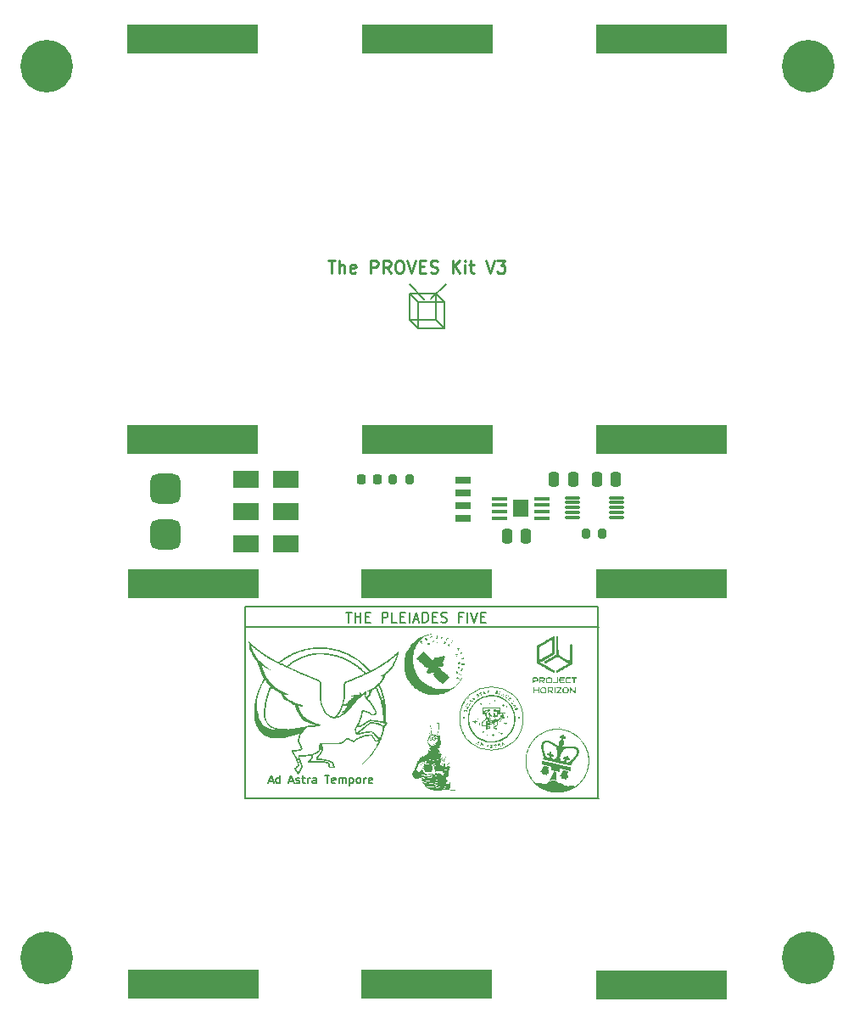
<source format=gbr>
%TF.GenerationSoftware,KiCad,Pcbnew,9.0.0*%
%TF.CreationDate,2025-04-09T20:42:11-07:00*%
%TF.ProjectId,xy_faces_v2,78795f66-6163-4657-935f-76322e6b6963,3.0*%
%TF.SameCoordinates,Original*%
%TF.FileFunction,Soldermask,Top*%
%TF.FilePolarity,Negative*%
%FSLAX46Y46*%
G04 Gerber Fmt 4.6, Leading zero omitted, Abs format (unit mm)*
G04 Created by KiCad (PCBNEW 9.0.0) date 2025-04-09 20:42:11*
%MOMM*%
%LPD*%
G01*
G04 APERTURE LIST*
G04 Aperture macros list*
%AMRoundRect*
0 Rectangle with rounded corners*
0 $1 Rounding radius*
0 $2 $3 $4 $5 $6 $7 $8 $9 X,Y pos of 4 corners*
0 Add a 4 corners polygon primitive as box body*
4,1,4,$2,$3,$4,$5,$6,$7,$8,$9,$2,$3,0*
0 Add four circle primitives for the rounded corners*
1,1,$1+$1,$2,$3*
1,1,$1+$1,$4,$5*
1,1,$1+$1,$6,$7*
1,1,$1+$1,$8,$9*
0 Add four rect primitives between the rounded corners*
20,1,$1+$1,$2,$3,$4,$5,0*
20,1,$1+$1,$4,$5,$6,$7,0*
20,1,$1+$1,$6,$7,$8,$9,0*
20,1,$1+$1,$8,$9,$2,$3,0*%
G04 Aperture macros list end*
%ADD10C,0.200000*%
%ADD11C,0.150000*%
%ADD12C,0.100000*%
%ADD13C,0.250000*%
%ADD14C,0.000000*%
%ADD15C,5.250000*%
%ADD16RoundRect,0.100000X0.687500X0.100000X-0.687500X0.100000X-0.687500X-0.100000X0.687500X-0.100000X0*%
%ADD17R,1.500000X1.800000*%
%ADD18R,13.000000X3.000000*%
%ADD19RoundRect,0.750000X0.750000X-0.750000X0.750000X0.750000X-0.750000X0.750000X-0.750000X-0.750000X0*%
%ADD20R,2.500000X1.700000*%
%ADD21RoundRect,0.250000X-0.250000X-0.475000X0.250000X-0.475000X0.250000X0.475000X-0.250000X0.475000X0*%
%ADD22RoundRect,0.250000X0.250000X0.475000X-0.250000X0.475000X-0.250000X-0.475000X0.250000X-0.475000X0*%
%ADD23R,1.600000X0.700000*%
%ADD24RoundRect,0.200000X0.200000X0.275000X-0.200000X0.275000X-0.200000X-0.275000X0.200000X-0.275000X0*%
%ADD25RoundRect,0.218750X-0.218750X-0.256250X0.218750X-0.256250X0.218750X0.256250X-0.218750X0.256250X0*%
%ADD26RoundRect,0.075000X-0.650000X-0.075000X0.650000X-0.075000X0.650000X0.075000X-0.650000X0.075000X0*%
G04 APERTURE END LIST*
D10*
X144880000Y-93520000D02*
X146350000Y-92050000D01*
X142700000Y-92950000D02*
X143550000Y-93800000D01*
D11*
X126350000Y-126300000D02*
X161600000Y-126300000D01*
D10*
X144200000Y-93540000D02*
X142720000Y-92060000D01*
D11*
X161575000Y-124200000D02*
X126350000Y-124200000D01*
D10*
X143550000Y-96500000D02*
X146250000Y-96500000D01*
D11*
X161575000Y-143400000D02*
X161575000Y-124200000D01*
X126350000Y-124200000D02*
X126350000Y-143400000D01*
D12*
X154062116Y-135400000D02*
G75*
G02*
X147737884Y-135400000I-3162116J0D01*
G01*
X147737884Y-135400000D02*
G75*
G02*
X154062116Y-135400000I3162116J0D01*
G01*
D10*
X146250000Y-96500000D02*
X146250000Y-93800000D01*
X142700000Y-95650000D02*
X145400000Y-95650000D01*
X146250000Y-93800000D02*
X143550000Y-93800000D01*
X145400000Y-92950000D02*
X146250000Y-93800000D01*
X142700000Y-95650000D02*
X142700000Y-92950000D01*
X143550000Y-93800000D02*
X143550000Y-96500000D01*
X143550000Y-96500000D02*
X142700000Y-95650000D01*
X145400000Y-95650000D02*
X145400000Y-92950000D01*
X145400000Y-95650000D02*
X146250000Y-96500000D01*
X145400000Y-92950000D02*
X142700000Y-92950000D01*
D11*
X126400000Y-143400000D02*
X161600000Y-143400000D01*
D13*
X134583520Y-89684023D02*
X135297806Y-89684023D01*
X134940663Y-90934023D02*
X134940663Y-89684023D01*
X135714473Y-90934023D02*
X135714473Y-89684023D01*
X136250187Y-90934023D02*
X136250187Y-90279261D01*
X136250187Y-90279261D02*
X136190663Y-90160214D01*
X136190663Y-90160214D02*
X136071615Y-90100690D01*
X136071615Y-90100690D02*
X135893044Y-90100690D01*
X135893044Y-90100690D02*
X135773996Y-90160214D01*
X135773996Y-90160214D02*
X135714473Y-90219738D01*
X137321615Y-90874500D02*
X137202567Y-90934023D01*
X137202567Y-90934023D02*
X136964472Y-90934023D01*
X136964472Y-90934023D02*
X136845425Y-90874500D01*
X136845425Y-90874500D02*
X136785901Y-90755452D01*
X136785901Y-90755452D02*
X136785901Y-90279261D01*
X136785901Y-90279261D02*
X136845425Y-90160214D01*
X136845425Y-90160214D02*
X136964472Y-90100690D01*
X136964472Y-90100690D02*
X137202567Y-90100690D01*
X137202567Y-90100690D02*
X137321615Y-90160214D01*
X137321615Y-90160214D02*
X137381139Y-90279261D01*
X137381139Y-90279261D02*
X137381139Y-90398309D01*
X137381139Y-90398309D02*
X136785901Y-90517357D01*
X138869235Y-90934023D02*
X138869235Y-89684023D01*
X138869235Y-89684023D02*
X139345425Y-89684023D01*
X139345425Y-89684023D02*
X139464473Y-89743547D01*
X139464473Y-89743547D02*
X139523996Y-89803071D01*
X139523996Y-89803071D02*
X139583520Y-89922119D01*
X139583520Y-89922119D02*
X139583520Y-90100690D01*
X139583520Y-90100690D02*
X139523996Y-90219738D01*
X139523996Y-90219738D02*
X139464473Y-90279261D01*
X139464473Y-90279261D02*
X139345425Y-90338785D01*
X139345425Y-90338785D02*
X138869235Y-90338785D01*
X140833520Y-90934023D02*
X140416854Y-90338785D01*
X140119235Y-90934023D02*
X140119235Y-89684023D01*
X140119235Y-89684023D02*
X140595425Y-89684023D01*
X140595425Y-89684023D02*
X140714473Y-89743547D01*
X140714473Y-89743547D02*
X140773996Y-89803071D01*
X140773996Y-89803071D02*
X140833520Y-89922119D01*
X140833520Y-89922119D02*
X140833520Y-90100690D01*
X140833520Y-90100690D02*
X140773996Y-90219738D01*
X140773996Y-90219738D02*
X140714473Y-90279261D01*
X140714473Y-90279261D02*
X140595425Y-90338785D01*
X140595425Y-90338785D02*
X140119235Y-90338785D01*
X141607330Y-89684023D02*
X141845425Y-89684023D01*
X141845425Y-89684023D02*
X141964473Y-89743547D01*
X141964473Y-89743547D02*
X142083520Y-89862595D01*
X142083520Y-89862595D02*
X142143044Y-90100690D01*
X142143044Y-90100690D02*
X142143044Y-90517357D01*
X142143044Y-90517357D02*
X142083520Y-90755452D01*
X142083520Y-90755452D02*
X141964473Y-90874500D01*
X141964473Y-90874500D02*
X141845425Y-90934023D01*
X141845425Y-90934023D02*
X141607330Y-90934023D01*
X141607330Y-90934023D02*
X141488282Y-90874500D01*
X141488282Y-90874500D02*
X141369235Y-90755452D01*
X141369235Y-90755452D02*
X141309711Y-90517357D01*
X141309711Y-90517357D02*
X141309711Y-90100690D01*
X141309711Y-90100690D02*
X141369235Y-89862595D01*
X141369235Y-89862595D02*
X141488282Y-89743547D01*
X141488282Y-89743547D02*
X141607330Y-89684023D01*
X142500187Y-89684023D02*
X142916854Y-90934023D01*
X142916854Y-90934023D02*
X143333520Y-89684023D01*
X143750188Y-90279261D02*
X144166854Y-90279261D01*
X144345426Y-90934023D02*
X143750188Y-90934023D01*
X143750188Y-90934023D02*
X143750188Y-89684023D01*
X143750188Y-89684023D02*
X144345426Y-89684023D01*
X144821616Y-90874500D02*
X145000187Y-90934023D01*
X145000187Y-90934023D02*
X145297806Y-90934023D01*
X145297806Y-90934023D02*
X145416854Y-90874500D01*
X145416854Y-90874500D02*
X145476378Y-90814976D01*
X145476378Y-90814976D02*
X145535901Y-90695928D01*
X145535901Y-90695928D02*
X145535901Y-90576880D01*
X145535901Y-90576880D02*
X145476378Y-90457833D01*
X145476378Y-90457833D02*
X145416854Y-90398309D01*
X145416854Y-90398309D02*
X145297806Y-90338785D01*
X145297806Y-90338785D02*
X145059711Y-90279261D01*
X145059711Y-90279261D02*
X144940663Y-90219738D01*
X144940663Y-90219738D02*
X144881140Y-90160214D01*
X144881140Y-90160214D02*
X144821616Y-90041166D01*
X144821616Y-90041166D02*
X144821616Y-89922119D01*
X144821616Y-89922119D02*
X144881140Y-89803071D01*
X144881140Y-89803071D02*
X144940663Y-89743547D01*
X144940663Y-89743547D02*
X145059711Y-89684023D01*
X145059711Y-89684023D02*
X145357330Y-89684023D01*
X145357330Y-89684023D02*
X145535901Y-89743547D01*
X147023997Y-90934023D02*
X147023997Y-89684023D01*
X147738282Y-90934023D02*
X147202568Y-90219738D01*
X147738282Y-89684023D02*
X147023997Y-90398309D01*
X148273997Y-90934023D02*
X148273997Y-90100690D01*
X148273997Y-89684023D02*
X148214473Y-89743547D01*
X148214473Y-89743547D02*
X148273997Y-89803071D01*
X148273997Y-89803071D02*
X148333520Y-89743547D01*
X148333520Y-89743547D02*
X148273997Y-89684023D01*
X148273997Y-89684023D02*
X148273997Y-89803071D01*
X148690663Y-90100690D02*
X149166854Y-90100690D01*
X148869235Y-89684023D02*
X148869235Y-90755452D01*
X148869235Y-90755452D02*
X148928758Y-90874500D01*
X148928758Y-90874500D02*
X149047806Y-90934023D01*
X149047806Y-90934023D02*
X149166854Y-90934023D01*
X150357330Y-89684023D02*
X150773997Y-90934023D01*
X150773997Y-90934023D02*
X151190663Y-89684023D01*
X151488283Y-89684023D02*
X152262092Y-89684023D01*
X152262092Y-89684023D02*
X151845426Y-90160214D01*
X151845426Y-90160214D02*
X152023997Y-90160214D01*
X152023997Y-90160214D02*
X152143045Y-90219738D01*
X152143045Y-90219738D02*
X152202569Y-90279261D01*
X152202569Y-90279261D02*
X152262092Y-90398309D01*
X152262092Y-90398309D02*
X152262092Y-90695928D01*
X152262092Y-90695928D02*
X152202569Y-90814976D01*
X152202569Y-90814976D02*
X152143045Y-90874500D01*
X152143045Y-90874500D02*
X152023997Y-90934023D01*
X152023997Y-90934023D02*
X151666854Y-90934023D01*
X151666854Y-90934023D02*
X151547807Y-90874500D01*
X151547807Y-90874500D02*
X151488283Y-90814976D01*
D11*
X128713094Y-141633723D02*
X129094047Y-141633723D01*
X128636904Y-141862295D02*
X128903571Y-141062295D01*
X128903571Y-141062295D02*
X129170237Y-141862295D01*
X129779761Y-141862295D02*
X129779761Y-141062295D01*
X129779761Y-141824200D02*
X129703570Y-141862295D01*
X129703570Y-141862295D02*
X129551189Y-141862295D01*
X129551189Y-141862295D02*
X129474999Y-141824200D01*
X129474999Y-141824200D02*
X129436904Y-141786104D01*
X129436904Y-141786104D02*
X129398808Y-141709914D01*
X129398808Y-141709914D02*
X129398808Y-141481342D01*
X129398808Y-141481342D02*
X129436904Y-141405152D01*
X129436904Y-141405152D02*
X129474999Y-141367057D01*
X129474999Y-141367057D02*
X129551189Y-141328961D01*
X129551189Y-141328961D02*
X129703570Y-141328961D01*
X129703570Y-141328961D02*
X129779761Y-141367057D01*
X130732142Y-141633723D02*
X131113095Y-141633723D01*
X130655952Y-141862295D02*
X130922619Y-141062295D01*
X130922619Y-141062295D02*
X131189285Y-141862295D01*
X131417856Y-141824200D02*
X131494047Y-141862295D01*
X131494047Y-141862295D02*
X131646428Y-141862295D01*
X131646428Y-141862295D02*
X131722618Y-141824200D01*
X131722618Y-141824200D02*
X131760714Y-141748009D01*
X131760714Y-141748009D02*
X131760714Y-141709914D01*
X131760714Y-141709914D02*
X131722618Y-141633723D01*
X131722618Y-141633723D02*
X131646428Y-141595628D01*
X131646428Y-141595628D02*
X131532142Y-141595628D01*
X131532142Y-141595628D02*
X131455952Y-141557533D01*
X131455952Y-141557533D02*
X131417856Y-141481342D01*
X131417856Y-141481342D02*
X131417856Y-141443247D01*
X131417856Y-141443247D02*
X131455952Y-141367057D01*
X131455952Y-141367057D02*
X131532142Y-141328961D01*
X131532142Y-141328961D02*
X131646428Y-141328961D01*
X131646428Y-141328961D02*
X131722618Y-141367057D01*
X131989285Y-141328961D02*
X132294047Y-141328961D01*
X132103571Y-141062295D02*
X132103571Y-141748009D01*
X132103571Y-141748009D02*
X132141666Y-141824200D01*
X132141666Y-141824200D02*
X132217856Y-141862295D01*
X132217856Y-141862295D02*
X132294047Y-141862295D01*
X132560714Y-141862295D02*
X132560714Y-141328961D01*
X132560714Y-141481342D02*
X132598809Y-141405152D01*
X132598809Y-141405152D02*
X132636904Y-141367057D01*
X132636904Y-141367057D02*
X132713095Y-141328961D01*
X132713095Y-141328961D02*
X132789285Y-141328961D01*
X133398809Y-141862295D02*
X133398809Y-141443247D01*
X133398809Y-141443247D02*
X133360714Y-141367057D01*
X133360714Y-141367057D02*
X133284523Y-141328961D01*
X133284523Y-141328961D02*
X133132142Y-141328961D01*
X133132142Y-141328961D02*
X133055952Y-141367057D01*
X133398809Y-141824200D02*
X133322618Y-141862295D01*
X133322618Y-141862295D02*
X133132142Y-141862295D01*
X133132142Y-141862295D02*
X133055952Y-141824200D01*
X133055952Y-141824200D02*
X133017856Y-141748009D01*
X133017856Y-141748009D02*
X133017856Y-141671819D01*
X133017856Y-141671819D02*
X133055952Y-141595628D01*
X133055952Y-141595628D02*
X133132142Y-141557533D01*
X133132142Y-141557533D02*
X133322618Y-141557533D01*
X133322618Y-141557533D02*
X133398809Y-141519438D01*
X134275000Y-141062295D02*
X134732143Y-141062295D01*
X134503571Y-141862295D02*
X134503571Y-141062295D01*
X135303572Y-141824200D02*
X135227381Y-141862295D01*
X135227381Y-141862295D02*
X135075000Y-141862295D01*
X135075000Y-141862295D02*
X134998810Y-141824200D01*
X134998810Y-141824200D02*
X134960714Y-141748009D01*
X134960714Y-141748009D02*
X134960714Y-141443247D01*
X134960714Y-141443247D02*
X134998810Y-141367057D01*
X134998810Y-141367057D02*
X135075000Y-141328961D01*
X135075000Y-141328961D02*
X135227381Y-141328961D01*
X135227381Y-141328961D02*
X135303572Y-141367057D01*
X135303572Y-141367057D02*
X135341667Y-141443247D01*
X135341667Y-141443247D02*
X135341667Y-141519438D01*
X135341667Y-141519438D02*
X134960714Y-141595628D01*
X135684524Y-141862295D02*
X135684524Y-141328961D01*
X135684524Y-141405152D02*
X135722619Y-141367057D01*
X135722619Y-141367057D02*
X135798809Y-141328961D01*
X135798809Y-141328961D02*
X135913095Y-141328961D01*
X135913095Y-141328961D02*
X135989286Y-141367057D01*
X135989286Y-141367057D02*
X136027381Y-141443247D01*
X136027381Y-141443247D02*
X136027381Y-141862295D01*
X136027381Y-141443247D02*
X136065476Y-141367057D01*
X136065476Y-141367057D02*
X136141667Y-141328961D01*
X136141667Y-141328961D02*
X136255952Y-141328961D01*
X136255952Y-141328961D02*
X136332143Y-141367057D01*
X136332143Y-141367057D02*
X136370238Y-141443247D01*
X136370238Y-141443247D02*
X136370238Y-141862295D01*
X136751191Y-141328961D02*
X136751191Y-142128961D01*
X136751191Y-141367057D02*
X136827381Y-141328961D01*
X136827381Y-141328961D02*
X136979762Y-141328961D01*
X136979762Y-141328961D02*
X137055953Y-141367057D01*
X137055953Y-141367057D02*
X137094048Y-141405152D01*
X137094048Y-141405152D02*
X137132143Y-141481342D01*
X137132143Y-141481342D02*
X137132143Y-141709914D01*
X137132143Y-141709914D02*
X137094048Y-141786104D01*
X137094048Y-141786104D02*
X137055953Y-141824200D01*
X137055953Y-141824200D02*
X136979762Y-141862295D01*
X136979762Y-141862295D02*
X136827381Y-141862295D01*
X136827381Y-141862295D02*
X136751191Y-141824200D01*
X137589286Y-141862295D02*
X137513096Y-141824200D01*
X137513096Y-141824200D02*
X137475001Y-141786104D01*
X137475001Y-141786104D02*
X137436905Y-141709914D01*
X137436905Y-141709914D02*
X137436905Y-141481342D01*
X137436905Y-141481342D02*
X137475001Y-141405152D01*
X137475001Y-141405152D02*
X137513096Y-141367057D01*
X137513096Y-141367057D02*
X137589286Y-141328961D01*
X137589286Y-141328961D02*
X137703572Y-141328961D01*
X137703572Y-141328961D02*
X137779763Y-141367057D01*
X137779763Y-141367057D02*
X137817858Y-141405152D01*
X137817858Y-141405152D02*
X137855953Y-141481342D01*
X137855953Y-141481342D02*
X137855953Y-141709914D01*
X137855953Y-141709914D02*
X137817858Y-141786104D01*
X137817858Y-141786104D02*
X137779763Y-141824200D01*
X137779763Y-141824200D02*
X137703572Y-141862295D01*
X137703572Y-141862295D02*
X137589286Y-141862295D01*
X138198811Y-141862295D02*
X138198811Y-141328961D01*
X138198811Y-141481342D02*
X138236906Y-141405152D01*
X138236906Y-141405152D02*
X138275001Y-141367057D01*
X138275001Y-141367057D02*
X138351192Y-141328961D01*
X138351192Y-141328961D02*
X138427382Y-141328961D01*
X138998811Y-141824200D02*
X138922620Y-141862295D01*
X138922620Y-141862295D02*
X138770239Y-141862295D01*
X138770239Y-141862295D02*
X138694049Y-141824200D01*
X138694049Y-141824200D02*
X138655953Y-141748009D01*
X138655953Y-141748009D02*
X138655953Y-141443247D01*
X138655953Y-141443247D02*
X138694049Y-141367057D01*
X138694049Y-141367057D02*
X138770239Y-141328961D01*
X138770239Y-141328961D02*
X138922620Y-141328961D01*
X138922620Y-141328961D02*
X138998811Y-141367057D01*
X138998811Y-141367057D02*
X139036906Y-141443247D01*
X139036906Y-141443247D02*
X139036906Y-141519438D01*
X139036906Y-141519438D02*
X138655953Y-141595628D01*
X136376190Y-124804819D02*
X136947618Y-124804819D01*
X136661904Y-125804819D02*
X136661904Y-124804819D01*
X137280952Y-125804819D02*
X137280952Y-124804819D01*
X137280952Y-125281009D02*
X137852380Y-125281009D01*
X137852380Y-125804819D02*
X137852380Y-124804819D01*
X138328571Y-125281009D02*
X138661904Y-125281009D01*
X138804761Y-125804819D02*
X138328571Y-125804819D01*
X138328571Y-125804819D02*
X138328571Y-124804819D01*
X138328571Y-124804819D02*
X138804761Y-124804819D01*
X139995238Y-125804819D02*
X139995238Y-124804819D01*
X139995238Y-124804819D02*
X140376190Y-124804819D01*
X140376190Y-124804819D02*
X140471428Y-124852438D01*
X140471428Y-124852438D02*
X140519047Y-124900057D01*
X140519047Y-124900057D02*
X140566666Y-124995295D01*
X140566666Y-124995295D02*
X140566666Y-125138152D01*
X140566666Y-125138152D02*
X140519047Y-125233390D01*
X140519047Y-125233390D02*
X140471428Y-125281009D01*
X140471428Y-125281009D02*
X140376190Y-125328628D01*
X140376190Y-125328628D02*
X139995238Y-125328628D01*
X141471428Y-125804819D02*
X140995238Y-125804819D01*
X140995238Y-125804819D02*
X140995238Y-124804819D01*
X141804762Y-125281009D02*
X142138095Y-125281009D01*
X142280952Y-125804819D02*
X141804762Y-125804819D01*
X141804762Y-125804819D02*
X141804762Y-124804819D01*
X141804762Y-124804819D02*
X142280952Y-124804819D01*
X142709524Y-125804819D02*
X142709524Y-124804819D01*
X143138095Y-125519104D02*
X143614285Y-125519104D01*
X143042857Y-125804819D02*
X143376190Y-124804819D01*
X143376190Y-124804819D02*
X143709523Y-125804819D01*
X144042857Y-125804819D02*
X144042857Y-124804819D01*
X144042857Y-124804819D02*
X144280952Y-124804819D01*
X144280952Y-124804819D02*
X144423809Y-124852438D01*
X144423809Y-124852438D02*
X144519047Y-124947676D01*
X144519047Y-124947676D02*
X144566666Y-125042914D01*
X144566666Y-125042914D02*
X144614285Y-125233390D01*
X144614285Y-125233390D02*
X144614285Y-125376247D01*
X144614285Y-125376247D02*
X144566666Y-125566723D01*
X144566666Y-125566723D02*
X144519047Y-125661961D01*
X144519047Y-125661961D02*
X144423809Y-125757200D01*
X144423809Y-125757200D02*
X144280952Y-125804819D01*
X144280952Y-125804819D02*
X144042857Y-125804819D01*
X145042857Y-125281009D02*
X145376190Y-125281009D01*
X145519047Y-125804819D02*
X145042857Y-125804819D01*
X145042857Y-125804819D02*
X145042857Y-124804819D01*
X145042857Y-124804819D02*
X145519047Y-124804819D01*
X145900000Y-125757200D02*
X146042857Y-125804819D01*
X146042857Y-125804819D02*
X146280952Y-125804819D01*
X146280952Y-125804819D02*
X146376190Y-125757200D01*
X146376190Y-125757200D02*
X146423809Y-125709580D01*
X146423809Y-125709580D02*
X146471428Y-125614342D01*
X146471428Y-125614342D02*
X146471428Y-125519104D01*
X146471428Y-125519104D02*
X146423809Y-125423866D01*
X146423809Y-125423866D02*
X146376190Y-125376247D01*
X146376190Y-125376247D02*
X146280952Y-125328628D01*
X146280952Y-125328628D02*
X146090476Y-125281009D01*
X146090476Y-125281009D02*
X145995238Y-125233390D01*
X145995238Y-125233390D02*
X145947619Y-125185771D01*
X145947619Y-125185771D02*
X145900000Y-125090533D01*
X145900000Y-125090533D02*
X145900000Y-124995295D01*
X145900000Y-124995295D02*
X145947619Y-124900057D01*
X145947619Y-124900057D02*
X145995238Y-124852438D01*
X145995238Y-124852438D02*
X146090476Y-124804819D01*
X146090476Y-124804819D02*
X146328571Y-124804819D01*
X146328571Y-124804819D02*
X146471428Y-124852438D01*
X147995238Y-125281009D02*
X147661905Y-125281009D01*
X147661905Y-125804819D02*
X147661905Y-124804819D01*
X147661905Y-124804819D02*
X148138095Y-124804819D01*
X148519048Y-125804819D02*
X148519048Y-124804819D01*
X148852381Y-124804819D02*
X149185714Y-125804819D01*
X149185714Y-125804819D02*
X149519047Y-124804819D01*
X149852381Y-125281009D02*
X150185714Y-125281009D01*
X150328571Y-125804819D02*
X149852381Y-125804819D01*
X149852381Y-125804819D02*
X149852381Y-124804819D01*
X149852381Y-124804819D02*
X150328571Y-124804819D01*
D14*
%TO.C,G\u002A\u002A\u002A*%
G36*
X143129228Y-140588725D02*
G01*
X143118213Y-140599740D01*
X143107198Y-140588725D01*
X143118213Y-140577710D01*
X143129228Y-140588725D01*
G37*
G36*
X143151257Y-140544666D02*
G01*
X143140243Y-140555681D01*
X143129228Y-140544666D01*
X143140243Y-140533651D01*
X143151257Y-140544666D01*
G37*
G36*
X143173287Y-140500607D02*
G01*
X143162272Y-140511622D01*
X143151257Y-140500607D01*
X143162272Y-140489592D01*
X143173287Y-140500607D01*
G37*
G36*
X143371552Y-140082047D02*
G01*
X143360537Y-140093062D01*
X143349523Y-140082047D01*
X143360537Y-140071032D01*
X143371552Y-140082047D01*
G37*
G36*
X143591847Y-140544666D02*
G01*
X143580832Y-140555681D01*
X143569818Y-140544666D01*
X143580832Y-140533651D01*
X143591847Y-140544666D01*
G37*
G36*
X143613877Y-140434519D02*
G01*
X143602862Y-140445533D01*
X143591847Y-140434519D01*
X143602862Y-140423504D01*
X143613877Y-140434519D01*
G37*
G36*
X143812142Y-140170165D02*
G01*
X143801127Y-140181180D01*
X143790112Y-140170165D01*
X143801127Y-140159150D01*
X143812142Y-140170165D01*
G37*
G36*
X143834171Y-139839723D02*
G01*
X143823157Y-139850737D01*
X143812142Y-139839723D01*
X143823157Y-139828708D01*
X143834171Y-139839723D01*
G37*
G36*
X143856201Y-139288985D02*
G01*
X143845186Y-139300000D01*
X143834171Y-139288985D01*
X143845186Y-139277971D01*
X143856201Y-139288985D01*
G37*
G36*
X143900260Y-139244926D02*
G01*
X143889245Y-139255941D01*
X143878230Y-139244926D01*
X143889245Y-139233912D01*
X143900260Y-139244926D01*
G37*
G36*
X143900260Y-140015958D02*
G01*
X143889245Y-140026973D01*
X143878230Y-140015958D01*
X143889245Y-140004944D01*
X143900260Y-140015958D01*
G37*
G36*
X144010407Y-141646141D02*
G01*
X143999393Y-141657155D01*
X143988378Y-141646141D01*
X143999393Y-141635126D01*
X144010407Y-141646141D01*
G37*
G36*
X144142584Y-141073374D02*
G01*
X144131569Y-141084389D01*
X144120555Y-141073374D01*
X144131569Y-141062359D01*
X144142584Y-141073374D01*
G37*
G36*
X144164614Y-139795664D02*
G01*
X144153599Y-139806678D01*
X144142584Y-139795664D01*
X144153599Y-139784649D01*
X144164614Y-139795664D01*
G37*
G36*
X144208673Y-141359757D02*
G01*
X144197658Y-141370772D01*
X144186643Y-141359757D01*
X144197658Y-141348743D01*
X144208673Y-141359757D01*
G37*
G36*
X144274761Y-141998612D02*
G01*
X144263746Y-142009627D01*
X144252732Y-141998612D01*
X144263746Y-141987598D01*
X144274761Y-141998612D01*
G37*
G36*
X144627233Y-138495924D02*
G01*
X144616218Y-138506939D01*
X144605203Y-138495924D01*
X144616218Y-138484909D01*
X144627233Y-138495924D01*
G37*
G36*
X144649262Y-137041978D02*
G01*
X144638248Y-137052992D01*
X144627233Y-137041978D01*
X144638248Y-137030963D01*
X144649262Y-137041978D01*
G37*
G36*
X144649262Y-138451865D02*
G01*
X144638248Y-138462880D01*
X144627233Y-138451865D01*
X144638248Y-138440850D01*
X144649262Y-138451865D01*
G37*
G36*
X145089852Y-136975889D02*
G01*
X145078837Y-136986904D01*
X145067823Y-136975889D01*
X145078837Y-136964874D01*
X145089852Y-136975889D01*
G37*
G36*
X145111882Y-139509280D02*
G01*
X145100867Y-139520295D01*
X145089852Y-139509280D01*
X145100867Y-139498265D01*
X145111882Y-139509280D01*
G37*
G36*
X145111882Y-140192194D02*
G01*
X145100867Y-140203209D01*
X145089852Y-140192194D01*
X145100867Y-140181180D01*
X145111882Y-140192194D01*
G37*
G36*
X145177970Y-140919167D02*
G01*
X145166955Y-140930182D01*
X145155941Y-140919167D01*
X145166955Y-140908153D01*
X145177970Y-140919167D01*
G37*
G36*
X145398265Y-136689506D02*
G01*
X145387250Y-136700520D01*
X145376236Y-136689506D01*
X145387250Y-136678491D01*
X145398265Y-136689506D01*
G37*
G36*
X145574501Y-139729575D02*
G01*
X145563486Y-139740590D01*
X145552471Y-139729575D01*
X145563486Y-139718560D01*
X145574501Y-139729575D01*
G37*
G36*
X145596530Y-140037988D02*
G01*
X145585516Y-140049003D01*
X145574501Y-140037988D01*
X145585516Y-140026973D01*
X145596530Y-140037988D01*
G37*
G36*
X145706678Y-136843712D02*
G01*
X145695663Y-136854727D01*
X145684648Y-136843712D01*
X145695663Y-136832697D01*
X145706678Y-136843712D01*
G37*
G36*
X145728707Y-140368430D02*
G01*
X145717693Y-140379445D01*
X145706678Y-140368430D01*
X145717693Y-140357416D01*
X145728707Y-140368430D01*
G37*
G36*
X145772766Y-138385776D02*
G01*
X145761752Y-138396791D01*
X145750737Y-138385776D01*
X145761752Y-138374762D01*
X145772766Y-138385776D01*
G37*
G36*
X145772766Y-140985256D02*
G01*
X145761752Y-140996271D01*
X145750737Y-140985256D01*
X145761752Y-140974241D01*
X145772766Y-140985256D01*
G37*
G36*
X145794796Y-136953860D02*
G01*
X145783781Y-136964874D01*
X145772766Y-136953860D01*
X145783781Y-136942845D01*
X145794796Y-136953860D01*
G37*
G36*
X145838855Y-137041978D02*
G01*
X145827840Y-137052992D01*
X145816825Y-137041978D01*
X145827840Y-137030963D01*
X145838855Y-137041978D01*
G37*
G36*
X145904943Y-137240243D02*
G01*
X145893929Y-137251258D01*
X145882914Y-137240243D01*
X145893929Y-137229228D01*
X145904943Y-137240243D01*
G37*
G36*
X145904943Y-137526626D02*
G01*
X145893929Y-137537641D01*
X145882914Y-137526626D01*
X145893929Y-137515612D01*
X145904943Y-137526626D01*
G37*
G36*
X145971032Y-139839723D02*
G01*
X145960017Y-139850737D01*
X145949002Y-139839723D01*
X145960017Y-139828708D01*
X145971032Y-139839723D01*
G37*
G36*
X146015091Y-140082047D02*
G01*
X146004076Y-140093062D01*
X145993061Y-140082047D01*
X146004076Y-140071032D01*
X146015091Y-140082047D01*
G37*
G36*
X146059150Y-139090720D02*
G01*
X146048135Y-139101735D01*
X146037120Y-139090720D01*
X146048135Y-139079705D01*
X146059150Y-139090720D01*
G37*
G36*
X146169297Y-140831050D02*
G01*
X146158282Y-140842064D01*
X146147268Y-140831050D01*
X146158282Y-140820035D01*
X146169297Y-140831050D01*
G37*
G36*
X146257415Y-139134779D02*
G01*
X146246400Y-139145794D01*
X146235386Y-139134779D01*
X146246400Y-139123764D01*
X146257415Y-139134779D01*
G37*
G36*
X146301474Y-139156808D02*
G01*
X146290459Y-139167823D01*
X146279445Y-139156808D01*
X146290459Y-139145794D01*
X146301474Y-139156808D01*
G37*
G36*
X146301474Y-140302342D02*
G01*
X146290459Y-140313357D01*
X146279445Y-140302342D01*
X146290459Y-140291327D01*
X146301474Y-140302342D01*
G37*
G36*
X146433651Y-141866435D02*
G01*
X146422636Y-141877450D01*
X146411622Y-141866435D01*
X146422636Y-141855421D01*
X146433651Y-141866435D01*
G37*
G36*
X146455681Y-139288985D02*
G01*
X146444666Y-139300000D01*
X146433651Y-139288985D01*
X146444666Y-139277971D01*
X146455681Y-139288985D01*
G37*
G36*
X146499739Y-139311015D02*
G01*
X146488725Y-139322030D01*
X146477710Y-139311015D01*
X146488725Y-139300000D01*
X146499739Y-139311015D01*
G37*
G36*
X146631916Y-139795664D02*
G01*
X146620902Y-139806678D01*
X146609887Y-139795664D01*
X146620902Y-139784649D01*
X146631916Y-139795664D01*
G37*
G36*
X146631916Y-141668170D02*
G01*
X146620902Y-141679185D01*
X146609887Y-141668170D01*
X146620902Y-141657155D01*
X146631916Y-141668170D01*
G37*
G36*
X146675975Y-139531310D02*
G01*
X146664961Y-139542324D01*
X146653946Y-139531310D01*
X146664961Y-139520295D01*
X146675975Y-139531310D01*
G37*
G36*
X146698005Y-139575369D02*
G01*
X146686990Y-139586383D01*
X146675975Y-139575369D01*
X146686990Y-139564354D01*
X146698005Y-139575369D01*
G37*
G36*
X146720034Y-139641457D02*
G01*
X146709020Y-139652472D01*
X146698005Y-139641457D01*
X146709020Y-139630442D01*
X146720034Y-139641457D01*
G37*
G36*
X146720034Y-141844406D02*
G01*
X146709020Y-141855421D01*
X146698005Y-141844406D01*
X146709020Y-141833391D01*
X146720034Y-141844406D01*
G37*
G36*
X146764093Y-139971899D02*
G01*
X146753079Y-139982914D01*
X146742064Y-139971899D01*
X146753079Y-139960885D01*
X146764093Y-139971899D01*
G37*
G36*
X146764093Y-140037988D02*
G01*
X146753079Y-140049003D01*
X146742064Y-140037988D01*
X146753079Y-140026973D01*
X146764093Y-140037988D01*
G37*
G36*
X147050477Y-142042671D02*
G01*
X147039462Y-142053686D01*
X147028447Y-142042671D01*
X147039462Y-142031657D01*
X147050477Y-142042671D01*
G37*
G36*
X147072506Y-142395143D02*
G01*
X147061491Y-142406158D01*
X147050477Y-142395143D01*
X147061491Y-142384128D01*
X147072506Y-142395143D01*
G37*
G36*
X147116565Y-142086730D02*
G01*
X147105550Y-142097745D01*
X147094536Y-142086730D01*
X147105550Y-142075716D01*
X147116565Y-142086730D01*
G37*
G36*
X147160624Y-142130789D02*
G01*
X147149609Y-142141804D01*
X147138595Y-142130789D01*
X147149609Y-142119775D01*
X147160624Y-142130789D01*
G37*
G36*
X147204683Y-142174848D02*
G01*
X147193668Y-142185863D01*
X147182654Y-142174848D01*
X147193668Y-142163834D01*
X147204683Y-142174848D01*
G37*
G36*
X143804799Y-140210552D02*
G01*
X143801775Y-140223649D01*
X143790112Y-140225239D01*
X143771980Y-140217178D01*
X143775426Y-140210552D01*
X143801570Y-140207916D01*
X143804799Y-140210552D01*
G37*
G36*
X144025094Y-141686528D02*
G01*
X144027730Y-141712672D01*
X144025094Y-141715901D01*
X144011997Y-141712877D01*
X144010407Y-141701214D01*
X144018468Y-141683082D01*
X144025094Y-141686528D01*
G37*
G36*
X144069153Y-139836051D02*
G01*
X144066129Y-139849147D01*
X144054466Y-139850737D01*
X144036334Y-139842677D01*
X144039780Y-139836051D01*
X144065924Y-139833414D01*
X144069153Y-139836051D01*
G37*
G36*
X144201330Y-139065019D02*
G01*
X144198306Y-139078115D01*
X144186643Y-139079705D01*
X144168510Y-139071645D01*
X144171957Y-139065019D01*
X144198101Y-139062382D01*
X144201330Y-139065019D01*
G37*
G36*
X144553801Y-140871437D02*
G01*
X144550777Y-140884533D01*
X144539115Y-140886123D01*
X144520982Y-140878063D01*
X144524429Y-140871437D01*
X144550573Y-140868800D01*
X144553801Y-140871437D01*
G37*
G36*
X144619890Y-137082365D02*
G01*
X144622526Y-137108509D01*
X144619890Y-137111738D01*
X144606793Y-137108714D01*
X144605203Y-137097051D01*
X144613264Y-137078918D01*
X144619890Y-137082365D01*
G37*
G36*
X145293625Y-136663901D02*
G01*
X145296392Y-136671942D01*
X145266088Y-136675013D01*
X145234814Y-136671551D01*
X145238551Y-136663901D01*
X145283653Y-136660992D01*
X145293625Y-136663901D01*
G37*
G36*
X145523461Y-140793875D02*
G01*
X145526087Y-140828304D01*
X145521722Y-140836098D01*
X145511709Y-140829528D01*
X145510152Y-140807184D01*
X145515532Y-140783678D01*
X145523461Y-140793875D01*
G37*
G36*
X145545128Y-137016276D02*
G01*
X145542104Y-137029373D01*
X145530442Y-137030963D01*
X145512309Y-137022903D01*
X145515756Y-137016276D01*
X145541900Y-137013640D01*
X145545128Y-137016276D01*
G37*
G36*
X146163331Y-139110455D02*
G01*
X146156761Y-139120467D01*
X146134417Y-139122025D01*
X146110911Y-139116645D01*
X146121108Y-139108716D01*
X146155537Y-139106089D01*
X146163331Y-139110455D01*
G37*
G36*
X146250072Y-139858080D02*
G01*
X146252708Y-139884224D01*
X146250072Y-139887453D01*
X146236975Y-139884429D01*
X146235386Y-139872767D01*
X146243446Y-139854634D01*
X146250072Y-139858080D01*
G37*
G36*
X146624573Y-140056346D02*
G01*
X146627210Y-140082490D01*
X146624573Y-140085719D01*
X146611477Y-140082695D01*
X146609887Y-140071032D01*
X146617947Y-140052899D01*
X146624573Y-140056346D01*
G37*
G36*
X146734721Y-139769963D02*
G01*
X146737357Y-139796106D01*
X146734721Y-139799335D01*
X146721624Y-139796311D01*
X146720034Y-139784649D01*
X146728095Y-139766516D01*
X146734721Y-139769963D01*
G37*
G36*
X146734721Y-139902139D02*
G01*
X146737357Y-139928283D01*
X146734721Y-139931512D01*
X146721624Y-139928488D01*
X146720034Y-139916826D01*
X146728095Y-139898693D01*
X146734721Y-139902139D01*
G37*
G36*
X146758127Y-142547055D02*
G01*
X146751557Y-142557068D01*
X146729213Y-142558625D01*
X146705707Y-142553245D01*
X146715904Y-142545316D01*
X146750333Y-142542689D01*
X146758127Y-142547055D01*
G37*
G36*
X146999075Y-141994941D02*
G01*
X146996051Y-142008037D01*
X146984388Y-142009627D01*
X146966255Y-142001567D01*
X146969702Y-141994941D01*
X146995846Y-141992304D01*
X146999075Y-141994941D01*
G37*
G36*
X147241399Y-142215236D02*
G01*
X147238375Y-142228332D01*
X147226713Y-142229922D01*
X147208580Y-142221862D01*
X147212026Y-142215236D01*
X147238170Y-142212599D01*
X147241399Y-142215236D01*
G37*
G36*
X143040439Y-140792008D02*
G01*
X143048712Y-140808070D01*
X143054349Y-140839111D01*
X143039550Y-140833086D01*
X143029189Y-140818569D01*
X143022418Y-140789737D01*
X143025168Y-140784575D01*
X143040439Y-140792008D01*
G37*
G36*
X143588443Y-139595295D02*
G01*
X143611907Y-139615773D01*
X143613877Y-139620728D01*
X143603422Y-139629782D01*
X143581655Y-139609494D01*
X143578729Y-139605009D01*
X143576132Y-139589935D01*
X143588443Y-139595295D01*
G37*
G36*
X143632502Y-140322268D02*
G01*
X143656152Y-140344449D01*
X143651301Y-140357201D01*
X143648221Y-140357416D01*
X143629588Y-140341768D01*
X143622788Y-140331982D01*
X143620191Y-140316908D01*
X143632502Y-140322268D01*
G37*
G36*
X145130507Y-140476474D02*
G01*
X145154157Y-140498655D01*
X145149306Y-140511408D01*
X145146226Y-140511622D01*
X145127593Y-140495975D01*
X145120793Y-140486189D01*
X145118196Y-140471114D01*
X145130507Y-140476474D01*
G37*
G36*
X146738660Y-141776214D02*
G01*
X146762124Y-141796692D01*
X146764093Y-141801647D01*
X146753639Y-141810702D01*
X146731872Y-141790413D01*
X146728945Y-141785929D01*
X146726349Y-141770854D01*
X146738660Y-141776214D01*
G37*
G36*
X146877583Y-141914853D02*
G01*
X146896270Y-141932524D01*
X146915090Y-141960774D01*
X146902261Y-141960460D01*
X146861929Y-141933225D01*
X146838486Y-141909112D01*
X146844007Y-141900180D01*
X146877583Y-141914853D01*
G37*
G36*
X147311427Y-142371010D02*
G01*
X147335076Y-142393191D01*
X147330225Y-142405944D01*
X147327145Y-142406158D01*
X147308513Y-142390511D01*
X147301712Y-142380725D01*
X147299116Y-142365650D01*
X147311427Y-142371010D01*
G37*
G36*
X147398198Y-142483974D02*
G01*
X147376224Y-142508658D01*
X147356721Y-142516305D01*
X147350964Y-142503650D01*
X147363528Y-142485483D01*
X147390412Y-142463213D01*
X147399647Y-142461988D01*
X147398198Y-142483974D01*
G37*
G36*
X143625452Y-140144034D02*
G01*
X143641413Y-140156340D01*
X143671923Y-140183516D01*
X143679965Y-140194892D01*
X143669249Y-140201486D01*
X143639964Y-140173187D01*
X143633096Y-140164658D01*
X143614044Y-140138564D01*
X143625452Y-140144034D01*
G37*
G36*
X143628995Y-140239469D02*
G01*
X143624891Y-140247268D01*
X143604135Y-140268306D01*
X143600262Y-140269298D01*
X143598759Y-140255068D01*
X143602862Y-140247268D01*
X143623618Y-140226230D01*
X143627491Y-140225239D01*
X143628995Y-140239469D01*
G37*
G36*
X143783201Y-140525852D02*
G01*
X143779098Y-140533651D01*
X143758341Y-140554690D01*
X143754468Y-140555681D01*
X143752965Y-140541451D01*
X143757068Y-140533651D01*
X143777825Y-140512613D01*
X143781698Y-140511622D01*
X143783201Y-140525852D01*
G37*
G36*
X144773954Y-136868300D02*
G01*
X144770425Y-136876756D01*
X144741242Y-136897963D01*
X144734780Y-136898786D01*
X144722837Y-136885213D01*
X144726366Y-136876756D01*
X144755548Y-136855549D01*
X144762010Y-136854727D01*
X144773954Y-136868300D01*
G37*
G36*
X145198991Y-140682792D02*
G01*
X145189891Y-140708422D01*
X145157604Y-140728701D01*
X145138118Y-140731216D01*
X145114946Y-140727338D01*
X145126584Y-140711520D01*
X145143318Y-140698400D01*
X145182355Y-140676728D01*
X145198991Y-140682792D01*
G37*
G36*
X145787884Y-138146667D02*
G01*
X145783781Y-138154467D01*
X145763025Y-138175505D01*
X145759151Y-138176496D01*
X145757648Y-138162266D01*
X145761752Y-138154467D01*
X145782508Y-138133428D01*
X145786381Y-138132437D01*
X145787884Y-138146667D01*
G37*
G36*
X145897090Y-137319485D02*
G01*
X145898180Y-137323273D01*
X145901405Y-137371260D01*
X145897364Y-137389361D01*
X145890132Y-137390094D01*
X145887178Y-137355607D01*
X145887208Y-137350390D01*
X145890385Y-137316224D01*
X145897090Y-137319485D01*
G37*
G36*
X145898494Y-139669251D02*
G01*
X145902041Y-139726652D01*
X145898050Y-139757369D01*
X145892095Y-139762518D01*
X145888754Y-139730883D01*
X145888469Y-139707546D01*
X145890638Y-139664884D01*
X145895614Y-139658411D01*
X145898494Y-139669251D01*
G37*
G36*
X146359990Y-139930322D02*
G01*
X146356548Y-139938855D01*
X146336752Y-139959871D01*
X146333218Y-139960885D01*
X146323756Y-139943841D01*
X146323504Y-139938855D01*
X146340439Y-139917672D01*
X146346833Y-139916826D01*
X146359990Y-139930322D01*
G37*
G36*
X146364393Y-139756599D02*
G01*
X146367563Y-139772334D01*
X146356061Y-139802475D01*
X146345533Y-139806678D01*
X146324134Y-139790867D01*
X146323504Y-139785949D01*
X146339517Y-139756114D01*
X146345533Y-139751605D01*
X146364393Y-139756599D01*
G37*
G36*
X144842405Y-137335255D02*
G01*
X144847013Y-137375266D01*
X144840575Y-137416802D01*
X144827084Y-137437528D01*
X144805443Y-137430290D01*
X144792618Y-137405981D01*
X144788617Y-137353629D01*
X144809798Y-137321519D01*
X144826798Y-137317346D01*
X144842405Y-137335255D01*
G37*
G36*
X145237323Y-137329593D02*
G01*
X145238062Y-137373368D01*
X145237916Y-137374467D01*
X145223075Y-137422393D01*
X145202131Y-137445141D01*
X145182752Y-137435971D01*
X145181783Y-137393042D01*
X145196250Y-137345107D01*
X145217568Y-137322368D01*
X145237323Y-137329593D01*
G37*
G36*
X146015091Y-139861752D02*
G01*
X146032641Y-139925402D01*
X146032610Y-139982469D01*
X146015091Y-140015958D01*
X146001535Y-140005329D01*
X145994959Y-139956619D01*
X145994610Y-139923633D01*
X145997347Y-139864347D01*
X146003994Y-139845434D01*
X146015091Y-139861752D01*
G37*
G36*
X146399199Y-139557508D02*
G01*
X146391976Y-139593013D01*
X146386920Y-139608916D01*
X146364531Y-139668743D01*
X146350382Y-139694615D01*
X146346950Y-139684004D01*
X146355008Y-139641457D01*
X146372740Y-139587334D01*
X146391750Y-139553842D01*
X146399199Y-139557508D01*
G37*
G36*
X146627812Y-139607668D02*
G01*
X146645537Y-139637897D01*
X146666272Y-139683300D01*
X146670754Y-139708921D01*
X146670263Y-139709586D01*
X146655906Y-139699048D01*
X146635495Y-139662543D01*
X146614761Y-139610657D01*
X146612664Y-139591227D01*
X146627812Y-139607668D01*
G37*
G36*
X144124724Y-139125884D02*
G01*
X144093701Y-139161867D01*
X144087424Y-139167905D01*
X144051393Y-139196226D01*
X144033033Y-139199846D01*
X144032437Y-139197107D01*
X144046016Y-139168671D01*
X144076934Y-139134884D01*
X144110459Y-139109360D01*
X144131618Y-139105454D01*
X144124724Y-139125884D01*
G37*
G36*
X147429555Y-142373813D02*
G01*
X147430485Y-142374165D01*
X147463841Y-142394573D01*
X147460961Y-142424614D01*
X147444592Y-142450217D01*
X147427482Y-142471103D01*
X147430106Y-142454094D01*
X147432193Y-142447394D01*
X147428673Y-142402281D01*
X147417749Y-142385508D01*
X147405548Y-142368191D01*
X147429555Y-142373813D01*
G37*
G36*
X143645902Y-140488383D02*
G01*
X143651549Y-140491752D01*
X143681541Y-140518786D01*
X143676594Y-140535735D01*
X143668430Y-140553396D01*
X143682980Y-140562290D01*
X143694461Y-140572396D01*
X143672101Y-140575971D01*
X143642348Y-140565974D01*
X143642842Y-140547351D01*
X143639684Y-140506668D01*
X143628677Y-140489686D01*
X143620185Y-140476000D01*
X143645902Y-140488383D01*
G37*
G36*
X146006122Y-139473473D02*
G01*
X146001022Y-139533051D01*
X145999977Y-139542324D01*
X145988887Y-139623125D01*
X145977184Y-139684520D01*
X145966706Y-139721609D01*
X145959290Y-139729492D01*
X145956772Y-139703267D01*
X145959984Y-139649015D01*
X145969919Y-139569706D01*
X145983530Y-139501319D01*
X145992389Y-139472779D01*
X146003344Y-139454287D01*
X146006122Y-139473473D01*
G37*
G36*
X147270772Y-142261040D02*
G01*
X147321231Y-142279958D01*
X147342367Y-142287551D01*
X147372122Y-142310992D01*
X147380327Y-142341473D01*
X147363883Y-142361024D01*
X147355218Y-142362099D01*
X147340624Y-142353056D01*
X147344381Y-142347235D01*
X147338621Y-142326400D01*
X147304980Y-142294899D01*
X147298486Y-142290249D01*
X147267090Y-142266099D01*
X147266023Y-142259454D01*
X147270772Y-142261040D01*
G37*
G36*
X145230368Y-140759448D02*
G01*
X145212251Y-140803798D01*
X145185763Y-140850002D01*
X145159854Y-140881300D01*
X145149775Y-140886123D01*
X145144972Y-140872892D01*
X145163541Y-140845837D01*
X145193295Y-140805744D01*
X145197476Y-140783726D01*
X145174879Y-140787479D01*
X145172463Y-140788794D01*
X145164334Y-140787490D01*
X145182953Y-140763868D01*
X145214943Y-140737076D01*
X145231165Y-140733710D01*
X145230368Y-140759448D01*
G37*
G36*
X147282123Y-142508468D02*
G01*
X147304099Y-142528554D01*
X147296126Y-142543821D01*
X147266987Y-142553789D01*
X147207017Y-142562885D01*
X147126692Y-142570591D01*
X147036491Y-142576390D01*
X146946888Y-142579765D01*
X146868362Y-142580200D01*
X146811388Y-142577176D01*
X146786443Y-142570178D01*
X146786098Y-142568991D01*
X146806013Y-142559230D01*
X146857622Y-142554122D01*
X146912768Y-142554311D01*
X147008004Y-142555100D01*
X147099548Y-142550830D01*
X147178078Y-142542587D01*
X147234270Y-142531457D01*
X147258803Y-142518527D01*
X147258363Y-142514051D01*
X147264115Y-142504129D01*
X147282123Y-142508468D01*
G37*
G36*
X145654855Y-135834433D02*
G01*
X145671179Y-135858654D01*
X145705730Y-135948456D01*
X145721561Y-136053375D01*
X145719502Y-136183024D01*
X145708371Y-136289712D01*
X145681475Y-136461457D01*
X145648866Y-136609801D01*
X145612308Y-136728035D01*
X145573567Y-136809446D01*
X145570494Y-136814069D01*
X145541506Y-136873479D01*
X145530442Y-136927367D01*
X145518795Y-136970615D01*
X145492452Y-136996334D01*
X145464309Y-136996138D01*
X145451396Y-136978769D01*
X145454515Y-136953860D01*
X145464354Y-136953860D01*
X145475368Y-136964874D01*
X145486383Y-136953860D01*
X145475368Y-136942845D01*
X145464354Y-136953860D01*
X145454515Y-136953860D01*
X145455517Y-136945862D01*
X145476264Y-136888914D01*
X145507395Y-136821543D01*
X145542666Y-136757367D01*
X145573150Y-136713163D01*
X145598349Y-136660944D01*
X145620058Y-136575484D01*
X145637153Y-136467540D01*
X145648512Y-136347868D01*
X145653010Y-136227222D01*
X145649524Y-136116359D01*
X145642132Y-136052720D01*
X145623859Y-135962533D01*
X145662619Y-135962533D01*
X145673634Y-135973547D01*
X145684648Y-135962533D01*
X145673634Y-135951518D01*
X145662619Y-135962533D01*
X145623859Y-135962533D01*
X145622665Y-135956642D01*
X145600649Y-135899693D01*
X145572552Y-135876954D01*
X145534847Y-135883507D01*
X145524400Y-135888663D01*
X145473816Y-135900708D01*
X145446110Y-135896504D01*
X145424778Y-135882929D01*
X145434759Y-135862920D01*
X145446813Y-135852385D01*
X145464354Y-135852385D01*
X145475368Y-135863400D01*
X145486383Y-135852385D01*
X145475368Y-135841370D01*
X145464354Y-135852385D01*
X145446813Y-135852385D01*
X145461287Y-135839734D01*
X145532206Y-135801966D01*
X145600181Y-135800511D01*
X145654855Y-135834433D01*
G37*
G36*
X144792454Y-136053699D02*
G01*
X144821735Y-136081622D01*
X144825498Y-136097400D01*
X144835712Y-136132358D01*
X144862151Y-136190885D01*
X144890007Y-136243742D01*
X144945779Y-136360805D01*
X144969632Y-136461019D01*
X144963382Y-136555872D01*
X144947862Y-136609665D01*
X144927483Y-136684541D01*
X144915895Y-136762910D01*
X144913215Y-136834258D01*
X144919559Y-136888069D01*
X144935043Y-136913828D01*
X144944490Y-136913682D01*
X144974797Y-136921046D01*
X144986091Y-136942858D01*
X145012621Y-136972544D01*
X145065626Y-137000184D01*
X145127716Y-137019627D01*
X145181500Y-137024722D01*
X145201473Y-137019038D01*
X145234587Y-137019939D01*
X145260267Y-137034574D01*
X145284382Y-137050764D01*
X145280032Y-137036470D01*
X145270393Y-137010497D01*
X145287997Y-137013010D01*
X145328687Y-137041592D01*
X145388304Y-137093824D01*
X145403759Y-137108452D01*
X145457917Y-137158860D01*
X145486119Y-137180047D01*
X145493058Y-137174444D01*
X145485984Y-137151077D01*
X145466908Y-137089847D01*
X145470790Y-137065805D01*
X145498007Y-137078306D01*
X145518208Y-137095905D01*
X145573908Y-137132326D01*
X145626265Y-137132895D01*
X145664751Y-137127917D01*
X145672405Y-137146801D01*
X145668594Y-137164700D01*
X145652841Y-137194581D01*
X145633234Y-137186625D01*
X145603258Y-137166539D01*
X145582330Y-137165790D01*
X145584258Y-137183133D01*
X145590659Y-137213663D01*
X145596018Y-137275500D01*
X145599270Y-137355892D01*
X145599445Y-137364877D01*
X145604550Y-137444643D01*
X145614221Y-137481743D01*
X145625317Y-137476889D01*
X145634693Y-137430794D01*
X145639041Y-137355898D01*
X145645107Y-137295328D01*
X145657826Y-137275753D01*
X145673569Y-137295326D01*
X145688712Y-137352199D01*
X145693619Y-137383703D01*
X145705070Y-137456030D01*
X145717529Y-137514439D01*
X145722980Y-137532402D01*
X145735365Y-137553795D01*
X145746556Y-137537046D01*
X145753034Y-137515612D01*
X145768912Y-137424947D01*
X145765019Y-137348195D01*
X145742184Y-137297758D01*
X145738191Y-137294046D01*
X145714391Y-137248857D01*
X145718216Y-137219752D01*
X145729095Y-137178454D01*
X145738012Y-137123876D01*
X145747124Y-137042148D01*
X145749293Y-137019948D01*
X145754303Y-136993435D01*
X145764586Y-137004691D01*
X145775838Y-137030963D01*
X145788058Y-137091872D01*
X145786236Y-137161348D01*
X145786173Y-137161747D01*
X145783689Y-137220018D01*
X145793666Y-137260634D01*
X145795283Y-137262859D01*
X145806078Y-137296036D01*
X145815204Y-137360303D01*
X145820909Y-137442693D01*
X145821359Y-137455754D01*
X145825746Y-137542703D01*
X145833195Y-137590821D01*
X145844806Y-137605293D01*
X145852323Y-137601693D01*
X145868472Y-137599314D01*
X145875182Y-137631286D01*
X145875096Y-137677874D01*
X145869936Y-137733981D01*
X145860540Y-137763923D01*
X145855377Y-137765472D01*
X145841086Y-137773693D01*
X145838855Y-137789332D01*
X145824604Y-137825221D01*
X145788772Y-137875227D01*
X145770986Y-137895273D01*
X145703117Y-137967216D01*
X145716392Y-137890469D01*
X145729667Y-137813721D01*
X145619547Y-137922185D01*
X145566493Y-137976756D01*
X145530245Y-138018552D01*
X145518089Y-138039120D01*
X145518366Y-138039587D01*
X145537192Y-138030540D01*
X145574755Y-137997414D01*
X145596987Y-137974826D01*
X145634782Y-137939289D01*
X145654585Y-137929673D01*
X145655003Y-137937901D01*
X145661311Y-137962745D01*
X145693607Y-137969355D01*
X145738896Y-137960032D01*
X145784185Y-137937077D01*
X145811903Y-137910130D01*
X145837979Y-137878825D01*
X145855091Y-137882821D01*
X145865280Y-137898750D01*
X145869881Y-137940952D01*
X145847202Y-137973030D01*
X145814503Y-137998145D01*
X145798205Y-138000260D01*
X145783283Y-138006818D01*
X145777252Y-138019849D01*
X145779396Y-138039332D01*
X145791686Y-138035227D01*
X145807597Y-138035305D01*
X145804346Y-138051206D01*
X145776238Y-138084042D01*
X145742039Y-138105344D01*
X145701652Y-138141951D01*
X145696349Y-138179924D01*
X145708767Y-138217419D01*
X145725865Y-138226063D01*
X145749247Y-138232571D01*
X145750737Y-138238263D01*
X145735199Y-138265763D01*
X145697240Y-138307420D01*
X145649841Y-138351163D01*
X145605981Y-138384921D01*
X145580260Y-138396791D01*
X145548336Y-138409063D01*
X145544860Y-138413313D01*
X145557933Y-138421613D01*
X145602750Y-138423671D01*
X145631677Y-138422110D01*
X145699477Y-138422149D01*
X145727936Y-138435794D01*
X145728707Y-138439932D01*
X145716844Y-138456238D01*
X145709622Y-138453684D01*
X145682627Y-138459231D01*
X145651134Y-138485429D01*
X145628872Y-138516945D01*
X145631668Y-138529305D01*
X145633822Y-138538757D01*
X145618560Y-138550997D01*
X145607436Y-138565089D01*
X145633793Y-138571648D01*
X145668126Y-138572690D01*
X145723884Y-138577386D01*
X145747398Y-138594739D01*
X145750737Y-138615316D01*
X145737419Y-138646739D01*
X145692601Y-138674632D01*
X145640589Y-138694189D01*
X145578973Y-138716297D01*
X145538997Y-138733792D01*
X145530442Y-138740307D01*
X145549162Y-138748704D01*
X145596138Y-138746571D01*
X145657595Y-138736588D01*
X145719757Y-138721438D01*
X145768848Y-138703800D01*
X145789288Y-138689929D01*
X145810695Y-138669356D01*
X145816825Y-138675124D01*
X145800221Y-138706984D01*
X145760107Y-138747815D01*
X145711026Y-138784387D01*
X145679141Y-138800363D01*
X145644304Y-138822428D01*
X145650439Y-138844989D01*
X145694934Y-138862090D01*
X145707129Y-138864176D01*
X145775643Y-138860126D01*
X145820517Y-138841127D01*
X145853497Y-138820997D01*
X145861535Y-138832540D01*
X145856065Y-138867432D01*
X145853940Y-138914754D01*
X145863839Y-138938339D01*
X145879144Y-138929368D01*
X145885169Y-138899262D01*
X145888284Y-138871016D01*
X145895419Y-138881936D01*
X145904473Y-138914484D01*
X145921643Y-138973958D01*
X145936369Y-139015866D01*
X145931402Y-139055540D01*
X145897169Y-139086571D01*
X145847215Y-139129228D01*
X145797749Y-139185834D01*
X145793615Y-139191512D01*
X145763137Y-139235553D01*
X145757949Y-139250519D01*
X145777553Y-139243060D01*
X145790254Y-139236343D01*
X145832171Y-139208173D01*
X145849870Y-139189853D01*
X145878759Y-139163522D01*
X145911678Y-139143630D01*
X145925034Y-139141549D01*
X145907559Y-139162377D01*
X145880545Y-139186587D01*
X145835459Y-139231771D01*
X145801509Y-139285731D01*
X145774359Y-139358609D01*
X145749674Y-139460545D01*
X145737895Y-139520295D01*
X145723353Y-139597398D01*
X145793163Y-139520295D01*
X145849710Y-139453438D01*
X145909896Y-139375880D01*
X145930735Y-139347155D01*
X145976370Y-139290065D01*
X146005613Y-139271996D01*
X146015345Y-139278382D01*
X146043738Y-139294469D01*
X146056434Y-139290663D01*
X146071622Y-139291313D01*
X146067555Y-139309871D01*
X146044144Y-139339770D01*
X146031327Y-139344059D01*
X146003913Y-139358682D01*
X145958821Y-139396138D01*
X145927130Y-139426781D01*
X145891291Y-139464702D01*
X145867364Y-139498025D01*
X145852191Y-139537225D01*
X145842609Y-139592780D01*
X145835459Y-139675166D01*
X145830730Y-139746342D01*
X145824852Y-139874276D01*
X145826585Y-139963759D01*
X145836115Y-140019767D01*
X145841449Y-140032614D01*
X145878319Y-140085638D01*
X145911318Y-140101434D01*
X145930767Y-140086922D01*
X145949052Y-140082264D01*
X145968504Y-140115621D01*
X145984376Y-140146158D01*
X145991665Y-140142628D01*
X145999826Y-140113138D01*
X146015969Y-140119520D01*
X146035110Y-140155537D01*
X146052269Y-140214951D01*
X146053249Y-140219731D01*
X146066219Y-140281195D01*
X146075588Y-140304149D01*
X146086336Y-140293296D01*
X146099346Y-140263264D01*
X146113251Y-140200552D01*
X146106397Y-140119544D01*
X146101167Y-140093138D01*
X146089300Y-139997401D01*
X146086397Y-139876459D01*
X146091832Y-139748110D01*
X146104977Y-139630153D01*
X146120007Y-139557437D01*
X146142392Y-139498917D01*
X146177618Y-139430291D01*
X146219722Y-139360458D01*
X146262744Y-139298320D01*
X146300722Y-139252778D01*
X146327696Y-139232732D01*
X146335556Y-139235590D01*
X146336190Y-139267014D01*
X146328072Y-139275147D01*
X146300015Y-139307979D01*
X146264508Y-139370507D01*
X146227251Y-139450376D01*
X146193939Y-139535230D01*
X146170270Y-139612714D01*
X146168089Y-139622093D01*
X146156306Y-139702139D01*
X146159900Y-139782608D01*
X146176856Y-139872767D01*
X146195069Y-139946261D01*
X146208316Y-139980814D01*
X146218916Y-139980938D01*
X146224961Y-139966392D01*
X146246502Y-139923964D01*
X146266540Y-139923122D01*
X146278435Y-139961693D01*
X146279445Y-139984214D01*
X146284547Y-140027364D01*
X146296934Y-140040685D01*
X146297990Y-140040141D01*
X146307497Y-140052984D01*
X146311690Y-140098339D01*
X146310947Y-140138074D01*
X146310867Y-140205992D01*
X146320249Y-140234611D01*
X146330953Y-140234442D01*
X146334425Y-140236873D01*
X146309095Y-140260032D01*
X146303985Y-140264234D01*
X146273294Y-140297964D01*
X146272699Y-140320152D01*
X146273504Y-140320700D01*
X146303325Y-140317064D01*
X146330733Y-140295510D01*
X146356430Y-140257800D01*
X146390006Y-140197210D01*
X146424197Y-140128449D01*
X146451742Y-140066230D01*
X146465378Y-140025261D01*
X146465766Y-140022012D01*
X146469778Y-140015958D01*
X146477710Y-140015958D01*
X146488725Y-140026973D01*
X146499739Y-140015958D01*
X146488725Y-140004944D01*
X146477710Y-140015958D01*
X146469778Y-140015958D01*
X146481231Y-139998676D01*
X146519061Y-139958763D01*
X146538291Y-139940643D01*
X146582158Y-139894889D01*
X146607446Y-139857502D01*
X146609887Y-139848308D01*
X146618874Y-139832803D01*
X146625264Y-139836742D01*
X146645547Y-139831819D01*
X146668543Y-139801862D01*
X146688858Y-139773146D01*
X146697224Y-139775836D01*
X146685221Y-139805852D01*
X146653581Y-139856737D01*
X146626409Y-139894477D01*
X146545704Y-140005664D01*
X146495039Y-140086670D01*
X146474590Y-140137107D01*
X146484533Y-140156588D01*
X146509052Y-140151837D01*
X146530476Y-140153455D01*
X146531543Y-140187917D01*
X146529998Y-140197135D01*
X146525624Y-140236099D01*
X146538639Y-140238763D01*
X146559238Y-140224477D01*
X146600465Y-140190599D01*
X146654537Y-140142991D01*
X146670468Y-140128441D01*
X146713336Y-140093324D01*
X146739906Y-140080036D01*
X146743900Y-140083233D01*
X146748879Y-140119527D01*
X146755448Y-140159150D01*
X146764051Y-140257932D01*
X146748024Y-140333272D01*
X146729359Y-140367918D01*
X146708404Y-140413701D01*
X146708421Y-140444565D01*
X146707043Y-140465529D01*
X146698339Y-140467563D01*
X146678142Y-140484432D01*
X146677620Y-140495100D01*
X146679256Y-140539732D01*
X146678248Y-140566696D01*
X146672697Y-140595743D01*
X146658108Y-140583969D01*
X146653946Y-140577710D01*
X146636261Y-140560775D01*
X146632254Y-140570903D01*
X146645119Y-140604226D01*
X146650273Y-140608485D01*
X146659911Y-140635785D01*
X146658716Y-140687011D01*
X146657985Y-140692352D01*
X146649465Y-140737177D01*
X146640501Y-140742397D01*
X146630162Y-140720859D01*
X146616796Y-140694362D01*
X146611629Y-140708991D01*
X146611435Y-140712704D01*
X146618452Y-140756565D01*
X146637642Y-140815998D01*
X146640390Y-140822852D01*
X146655545Y-140884306D01*
X146659652Y-140955820D01*
X146653142Y-141020250D01*
X146636445Y-141060452D01*
X146634380Y-141062359D01*
X146615790Y-141087978D01*
X146589237Y-141134925D01*
X146587857Y-141137594D01*
X146534807Y-141197833D01*
X146477710Y-141227796D01*
X146423019Y-141254088D01*
X146403525Y-141288034D01*
X146403203Y-141300761D01*
X146398060Y-141332933D01*
X146386681Y-141335929D01*
X146369352Y-141341407D01*
X146367563Y-141352083D01*
X146352514Y-141379120D01*
X146312374Y-141427104D01*
X146254650Y-141487345D01*
X146229878Y-141511442D01*
X146174483Y-141565584D01*
X146140184Y-141601746D01*
X146131373Y-141615128D01*
X146138394Y-141611442D01*
X146203697Y-141561931D01*
X146208162Y-141558023D01*
X146455681Y-141558023D01*
X146466695Y-141569037D01*
X146477710Y-141558023D01*
X146466695Y-141547008D01*
X146455681Y-141558023D01*
X146208162Y-141558023D01*
X146271576Y-141502525D01*
X146329261Y-141445104D01*
X146363983Y-141401551D01*
X146364000Y-141401522D01*
X146382730Y-141378671D01*
X146388922Y-141385108D01*
X146402502Y-141413790D01*
X146437478Y-141464720D01*
X146486308Y-141526923D01*
X146486801Y-141527517D01*
X146584009Y-141644576D01*
X146476559Y-141705944D01*
X146399029Y-141757409D01*
X146350336Y-141804901D01*
X146334096Y-141843541D01*
X146353928Y-141868448D01*
X146355598Y-141869119D01*
X146385346Y-141891198D01*
X146389592Y-141902766D01*
X146403119Y-141935024D01*
X146416860Y-141952559D01*
X146444086Y-141969844D01*
X146479323Y-141958202D01*
X146494650Y-141948645D01*
X146540235Y-141924750D01*
X146557197Y-141928948D01*
X146546506Y-141956688D01*
X146509131Y-142003422D01*
X146475757Y-142037296D01*
X146405133Y-142095868D01*
X146314324Y-142159134D01*
X146224122Y-142212761D01*
X146158734Y-142250149D01*
X146118312Y-142278524D01*
X146108996Y-142293326D01*
X146114223Y-142294456D01*
X146160497Y-142287588D01*
X146221651Y-142270643D01*
X146284484Y-142248456D01*
X146335796Y-142225863D01*
X146362388Y-142207700D01*
X146363371Y-142203185D01*
X146367665Y-142196878D01*
X146455681Y-142196878D01*
X146466695Y-142207893D01*
X146477710Y-142196878D01*
X146466695Y-142185863D01*
X146455681Y-142196878D01*
X146367665Y-142196878D01*
X146376592Y-142183767D01*
X146400211Y-142162399D01*
X146615288Y-142162399D01*
X146618301Y-142163834D01*
X146638405Y-142148325D01*
X146642931Y-142141804D01*
X146648545Y-142121209D01*
X146645531Y-142119775D01*
X146625428Y-142135283D01*
X146620902Y-142141804D01*
X146615288Y-142162399D01*
X146400211Y-142162399D01*
X146417774Y-142146510D01*
X146478690Y-142098710D01*
X146493578Y-142087754D01*
X146523143Y-142064701D01*
X146675975Y-142064701D01*
X146686990Y-142075716D01*
X146698005Y-142064701D01*
X146686990Y-142053686D01*
X146675975Y-142064701D01*
X146523143Y-142064701D01*
X146565510Y-142031665D01*
X146626745Y-141977239D01*
X146664951Y-141935506D01*
X146666840Y-141932747D01*
X146697727Y-141893421D01*
X146720211Y-141877450D01*
X146744025Y-141895276D01*
X146752961Y-141934701D01*
X146743084Y-141974645D01*
X146739328Y-141979879D01*
X146726076Y-142001470D01*
X146748007Y-141997500D01*
X146750481Y-141996561D01*
X146774410Y-141975827D01*
X146778360Y-141932021D01*
X146774651Y-141902431D01*
X146762142Y-141822377D01*
X146798234Y-141899480D01*
X146817500Y-141949823D01*
X146823606Y-142000359D01*
X146817374Y-142067747D01*
X146809013Y-142117874D01*
X146790337Y-142206079D01*
X146768124Y-142288543D01*
X146752014Y-142335002D01*
X146734756Y-142390416D01*
X146732856Y-142429751D01*
X146734599Y-142433931D01*
X146734610Y-142446677D01*
X146725746Y-142442732D01*
X146699361Y-142446425D01*
X146690536Y-142459935D01*
X146693891Y-142494483D01*
X146704750Y-142503999D01*
X146705398Y-142509213D01*
X146671632Y-142505015D01*
X146667050Y-142504145D01*
X146615917Y-142502474D01*
X146588221Y-142515717D01*
X146555808Y-142528602D01*
X146521044Y-142520349D01*
X146463399Y-142511591D01*
X146394770Y-142516692D01*
X146390593Y-142517535D01*
X146310195Y-142529906D01*
X146192814Y-142541497D01*
X146045524Y-142551880D01*
X145875400Y-142560627D01*
X145689516Y-142567313D01*
X145497398Y-142571473D01*
X145358586Y-142572771D01*
X145255703Y-142571623D01*
X145180658Y-142567399D01*
X145125359Y-142559466D01*
X145081714Y-142547193D01*
X145056808Y-142537060D01*
X145045102Y-142533068D01*
X145584056Y-142533068D01*
X145605709Y-142536596D01*
X145634282Y-142532545D01*
X145634623Y-142525025D01*
X145605139Y-142519767D01*
X145592400Y-142523286D01*
X145584056Y-142533068D01*
X145045102Y-142533068D01*
X144980351Y-142510987D01*
X144903204Y-142496694D01*
X144889181Y-142495910D01*
X144825424Y-142484429D01*
X144822066Y-142483261D01*
X145838855Y-142483261D01*
X145849870Y-142494276D01*
X145860884Y-142483261D01*
X145849870Y-142472246D01*
X145838855Y-142483261D01*
X144822066Y-142483261D01*
X144760139Y-142461723D01*
X144812326Y-142461723D01*
X144814717Y-142469898D01*
X144836513Y-142471134D01*
X144885923Y-142464296D01*
X144897377Y-142461232D01*
X145904943Y-142461232D01*
X145915958Y-142472246D01*
X145926973Y-142461232D01*
X145915958Y-142450217D01*
X145904943Y-142461232D01*
X144897377Y-142461232D01*
X144951064Y-142446871D01*
X144963384Y-142442743D01*
X144974487Y-142437559D01*
X145974212Y-142437559D01*
X145979407Y-142449054D01*
X145991761Y-142450217D01*
X146004532Y-142443377D01*
X146059595Y-142443377D01*
X146075012Y-142446830D01*
X146086927Y-142447661D01*
X146129225Y-142440167D01*
X146191654Y-142418261D01*
X146222490Y-142404729D01*
X146289736Y-142367026D01*
X146345024Y-142325702D01*
X146359350Y-142311104D01*
X146378197Y-142285752D01*
X146370356Y-142288541D01*
X146368080Y-142290503D01*
X146333436Y-142313020D01*
X146309899Y-142316461D01*
X146310662Y-142298970D01*
X146310923Y-142298544D01*
X146300378Y-142297147D01*
X146260681Y-142313571D01*
X146214926Y-142336662D01*
X146157606Y-142370530D01*
X146122328Y-142397870D01*
X146116329Y-142409564D01*
X146106908Y-142426767D01*
X146086956Y-142434979D01*
X146059595Y-142443377D01*
X146004532Y-142443377D01*
X146021634Y-142434217D01*
X146025950Y-142428440D01*
X146022404Y-142415921D01*
X146005220Y-142419782D01*
X145974212Y-142437559D01*
X144974487Y-142437559D01*
X145015757Y-142418291D01*
X145016481Y-142417173D01*
X145155941Y-142417173D01*
X145166955Y-142428187D01*
X145177970Y-142417173D01*
X145166955Y-142406158D01*
X145155941Y-142417173D01*
X145016481Y-142417173D01*
X145029044Y-142397776D01*
X145009747Y-142389037D01*
X145103901Y-142389037D01*
X145123486Y-142397118D01*
X145125208Y-142395143D01*
X145200000Y-142395143D01*
X145211014Y-142406158D01*
X145222029Y-142395143D01*
X145640589Y-142395143D01*
X145651604Y-142406158D01*
X145662619Y-142395143D01*
X145684648Y-142395143D01*
X145695663Y-142406158D01*
X145706678Y-142395143D01*
X145695663Y-142384128D01*
X145684648Y-142395143D01*
X145662619Y-142395143D01*
X145651604Y-142384128D01*
X145640589Y-142395143D01*
X145222029Y-142395143D01*
X145211014Y-142384128D01*
X145200000Y-142395143D01*
X145125208Y-142395143D01*
X145131726Y-142387665D01*
X145154037Y-142373114D01*
X145728707Y-142373114D01*
X145739722Y-142384128D01*
X145750737Y-142373114D01*
X145739722Y-142362099D01*
X145728707Y-142373114D01*
X145154037Y-142373114D01*
X145162041Y-142367894D01*
X145211583Y-142354266D01*
X145232139Y-142351084D01*
X145530442Y-142351084D01*
X145541457Y-142362099D01*
X145552471Y-142351084D01*
X145546896Y-142345508D01*
X145802449Y-142345508D01*
X145803512Y-142360140D01*
X145826028Y-142354828D01*
X145874420Y-142341941D01*
X145893290Y-142340069D01*
X145930441Y-142326230D01*
X145964122Y-142301518D01*
X145987216Y-142278153D01*
X145983085Y-142276945D01*
X145946621Y-142291054D01*
X145890482Y-142305787D01*
X145888674Y-142306176D01*
X145835126Y-142323475D01*
X145803139Y-142344481D01*
X145802449Y-142345508D01*
X145546896Y-142345508D01*
X145541457Y-142340069D01*
X145530442Y-142351084D01*
X145232139Y-142351084D01*
X145273508Y-142344680D01*
X145353413Y-142332382D01*
X145359737Y-142331412D01*
X145618560Y-142331412D01*
X145636549Y-142339113D01*
X145651604Y-142340069D01*
X145680926Y-142328541D01*
X145684648Y-142318731D01*
X145669054Y-142307025D01*
X145706678Y-142307025D01*
X145717693Y-142318040D01*
X145728707Y-142307025D01*
X145717693Y-142296010D01*
X145706678Y-142307025D01*
X145669054Y-142307025D01*
X145668501Y-142306610D01*
X145651604Y-142310074D01*
X145622619Y-142325710D01*
X145618560Y-142331412D01*
X145359737Y-142331412D01*
X145387250Y-142327192D01*
X145452413Y-142317042D01*
X145497377Y-142309724D01*
X145508413Y-142307706D01*
X145627272Y-142276699D01*
X145654099Y-142268472D01*
X145843582Y-142268472D01*
X145859599Y-142270557D01*
X145900624Y-142258209D01*
X145915958Y-142251952D01*
X145934160Y-142240937D01*
X146037120Y-142240937D01*
X146048135Y-142251952D01*
X146059150Y-142240937D01*
X146048135Y-142229922D01*
X146037120Y-142240937D01*
X145934160Y-142240937D01*
X145940787Y-142236927D01*
X145926973Y-142231808D01*
X145879945Y-142242210D01*
X145860884Y-142251952D01*
X145843582Y-142268472D01*
X145654099Y-142268472D01*
X145738198Y-142242682D01*
X145834375Y-142208328D01*
X145908988Y-142176313D01*
X145949216Y-142152819D01*
X145993061Y-142152819D01*
X146004076Y-142163834D01*
X146015091Y-142152819D01*
X146004076Y-142141804D01*
X145993061Y-142152819D01*
X145949216Y-142152819D01*
X145955221Y-142149312D01*
X145966259Y-142130001D01*
X145965051Y-142128480D01*
X145941388Y-142130758D01*
X145883544Y-142144134D01*
X145799396Y-142166576D01*
X145696819Y-142196057D01*
X145659955Y-142207079D01*
X145545578Y-142240847D01*
X145439830Y-142270700D01*
X145353097Y-142293798D01*
X145295766Y-142307303D01*
X145288118Y-142308707D01*
X145202802Y-142327386D01*
X145139180Y-142350348D01*
X145105428Y-142374027D01*
X145103901Y-142389037D01*
X145009747Y-142389037D01*
X145002284Y-142385657D01*
X144976033Y-142384128D01*
X144942289Y-142394679D01*
X144935646Y-142407458D01*
X144924301Y-142422507D01*
X144918847Y-142420406D01*
X144889404Y-142422405D01*
X144847251Y-142440354D01*
X144812326Y-142461723D01*
X144760139Y-142461723D01*
X144745386Y-142456592D01*
X144690915Y-142431038D01*
X144612995Y-142393402D01*
X144562227Y-142373114D01*
X144781439Y-142373114D01*
X144792454Y-142384128D01*
X144803469Y-142373114D01*
X144825498Y-142373114D01*
X144836513Y-142384128D01*
X144847528Y-142373114D01*
X144836513Y-142362099D01*
X144825498Y-142373114D01*
X144803469Y-142373114D01*
X144792454Y-142362099D01*
X144781439Y-142373114D01*
X144562227Y-142373114D01*
X144538287Y-142363547D01*
X144499075Y-142351858D01*
X144445513Y-142330985D01*
X144414083Y-142301795D01*
X144413116Y-142299441D01*
X144387718Y-142251330D01*
X144370820Y-142228490D01*
X144360190Y-142211741D01*
X144371095Y-142206483D01*
X144410347Y-142212957D01*
X144484753Y-142231407D01*
X144489823Y-142232728D01*
X144563327Y-142247315D01*
X144655688Y-142259039D01*
X144757672Y-142267572D01*
X144860047Y-142272586D01*
X144953580Y-142273754D01*
X145029038Y-142270748D01*
X145077190Y-142263240D01*
X145089852Y-142254014D01*
X145107396Y-142242682D01*
X145133911Y-142245568D01*
X145169617Y-142262712D01*
X145177970Y-142275859D01*
X145191187Y-142287224D01*
X145219556Y-142276473D01*
X145246154Y-142251694D01*
X145252248Y-142240355D01*
X145250296Y-142219844D01*
X145228308Y-142223773D01*
X145204434Y-142226481D01*
X145209352Y-142210582D01*
X145243112Y-142189351D01*
X145262532Y-142188227D01*
X145303199Y-142182002D01*
X145324339Y-142174848D01*
X145486383Y-142174848D01*
X145497398Y-142185863D01*
X145508413Y-142174848D01*
X145497398Y-142163834D01*
X145486383Y-142174848D01*
X145324339Y-142174848D01*
X145364890Y-142161125D01*
X145384213Y-142152819D01*
X145530442Y-142152819D01*
X145541457Y-142163834D01*
X145552471Y-142152819D01*
X145574501Y-142152819D01*
X145585516Y-142163834D01*
X145596530Y-142152819D01*
X145585516Y-142141804D01*
X145574501Y-142152819D01*
X145552471Y-142152819D01*
X145541457Y-142141804D01*
X145530442Y-142152819D01*
X145384213Y-142152819D01*
X145398265Y-142146779D01*
X145431335Y-142130789D01*
X145662619Y-142130789D01*
X145673634Y-142141804D01*
X145684648Y-142130789D01*
X145673634Y-142119775D01*
X145662619Y-142130789D01*
X145431335Y-142130789D01*
X145454871Y-142119409D01*
X145477370Y-142104647D01*
X145463640Y-142102128D01*
X145411561Y-142111488D01*
X145319014Y-142132362D01*
X145317021Y-142132828D01*
X145250765Y-142143669D01*
X145158011Y-142152485D01*
X145045777Y-142159253D01*
X144921084Y-142163949D01*
X144790948Y-142166549D01*
X144662390Y-142167030D01*
X144542426Y-142165368D01*
X144438078Y-142161539D01*
X144356361Y-142155520D01*
X144304296Y-142147286D01*
X144288901Y-142136815D01*
X144289180Y-142136297D01*
X144283680Y-142120346D01*
X144278631Y-142119775D01*
X144257208Y-142101369D01*
X144249646Y-142083059D01*
X144590517Y-142083059D01*
X144593541Y-142096155D01*
X144605203Y-142097745D01*
X144623336Y-142089685D01*
X144622816Y-142088685D01*
X144674010Y-142088685D01*
X144684145Y-142107044D01*
X144715351Y-142113718D01*
X144751499Y-142103379D01*
X144758809Y-142086730D01*
X144781439Y-142086730D01*
X144792454Y-142097745D01*
X144803469Y-142086730D01*
X145288118Y-142086730D01*
X145299132Y-142097745D01*
X145307357Y-142089520D01*
X145531581Y-142089520D01*
X145543269Y-142097384D01*
X145553179Y-142097745D01*
X145587120Y-142089814D01*
X145641418Y-142070284D01*
X145652312Y-142065825D01*
X145709743Y-142038815D01*
X145725382Y-142025416D01*
X145973265Y-142025416D01*
X145995339Y-142020794D01*
X145999519Y-142019226D01*
X146026495Y-142001774D01*
X146026688Y-141991852D01*
X146003384Y-141994323D01*
X145987187Y-142006894D01*
X145973265Y-142025416D01*
X145725382Y-142025416D01*
X145726476Y-142024479D01*
X145704489Y-142024533D01*
X145645759Y-142040694D01*
X145629575Y-142046079D01*
X145560823Y-142072097D01*
X145531581Y-142089520D01*
X145307357Y-142089520D01*
X145310147Y-142086730D01*
X145299132Y-142075716D01*
X145288118Y-142086730D01*
X144803469Y-142086730D01*
X144792502Y-142075764D01*
X145166955Y-142075764D01*
X145233044Y-142066268D01*
X145296194Y-142053786D01*
X145341298Y-142040470D01*
X145370423Y-142034524D01*
X145367535Y-142049942D01*
X145368169Y-142070878D01*
X145402372Y-142074701D01*
X145463446Y-142062176D01*
X145544691Y-142034068D01*
X145559402Y-142028056D01*
X145625646Y-141999033D01*
X145651950Y-141986163D01*
X145844256Y-141986163D01*
X145847269Y-141987598D01*
X145867373Y-141972089D01*
X145871899Y-141965568D01*
X145877513Y-141944973D01*
X145874499Y-141943539D01*
X145854396Y-141959047D01*
X145849870Y-141965568D01*
X145844256Y-141986163D01*
X145651950Y-141986163D01*
X145675100Y-141974836D01*
X145692076Y-141964453D01*
X145683386Y-141959819D01*
X145645719Y-141962533D01*
X145593102Y-141970352D01*
X145539563Y-141981034D01*
X145499129Y-141992338D01*
X145489196Y-141996874D01*
X145458560Y-142006007D01*
X145402756Y-142016158D01*
X145386028Y-142018533D01*
X145309512Y-142032478D01*
X145238873Y-142051002D01*
X145233044Y-142052950D01*
X145166955Y-142075764D01*
X144792502Y-142075764D01*
X144792454Y-142075716D01*
X144781439Y-142086730D01*
X144758809Y-142086730D01*
X144759410Y-142085361D01*
X144755166Y-142058538D01*
X144733075Y-142057543D01*
X144706138Y-142067058D01*
X144674010Y-142088685D01*
X144622816Y-142088685D01*
X144619890Y-142083059D01*
X144593746Y-142080422D01*
X144590517Y-142083059D01*
X144249646Y-142083059D01*
X144245894Y-142073976D01*
X144244930Y-142042671D01*
X144781439Y-142042671D01*
X144792454Y-142053686D01*
X144803469Y-142042671D01*
X144792454Y-142031657D01*
X144781439Y-142042671D01*
X144244930Y-142042671D01*
X144244850Y-142040077D01*
X144260769Y-142038481D01*
X144298666Y-142035135D01*
X144325764Y-142020895D01*
X144350288Y-141998741D01*
X144336455Y-141986367D01*
X144314972Y-141980208D01*
X144266450Y-141977907D01*
X144242124Y-141987259D01*
X144216223Y-141997652D01*
X144186039Y-141982199D01*
X144165233Y-141959019D01*
X144398663Y-141959019D01*
X144428968Y-141962090D01*
X144460241Y-141958628D01*
X144458849Y-141955778D01*
X145116565Y-141955778D01*
X145127382Y-141963509D01*
X145163284Y-141965568D01*
X145206427Y-141971452D01*
X145222029Y-141983782D01*
X145240848Y-141993718D01*
X145286306Y-141992556D01*
X145288118Y-141992297D01*
X145334522Y-141979146D01*
X145354201Y-141960983D01*
X145354206Y-141960711D01*
X145338080Y-141948120D01*
X145321162Y-141951505D01*
X145292828Y-141951324D01*
X145288118Y-141941488D01*
X145283153Y-141938272D01*
X145517967Y-141938272D01*
X145539621Y-141941800D01*
X145568194Y-141937749D01*
X145568535Y-141930229D01*
X145560815Y-141928852D01*
X145736051Y-141928852D01*
X145739075Y-141941949D01*
X145750737Y-141943539D01*
X145768870Y-141935478D01*
X145765423Y-141928852D01*
X145739279Y-141926216D01*
X145736051Y-141928852D01*
X145560815Y-141928852D01*
X145539051Y-141924970D01*
X145526311Y-141928490D01*
X145517967Y-141938272D01*
X145283153Y-141938272D01*
X145268562Y-141928820D01*
X145215756Y-141930392D01*
X145206792Y-141931716D01*
X145144005Y-141944426D01*
X145116565Y-141955778D01*
X144458849Y-141955778D01*
X144456504Y-141950978D01*
X144411402Y-141948069D01*
X144401431Y-141950978D01*
X144398663Y-141959019D01*
X144165233Y-141959019D01*
X144145461Y-141936990D01*
X144288516Y-141936990D01*
X144318820Y-141940060D01*
X144350094Y-141936598D01*
X144346357Y-141928949D01*
X144301255Y-141926039D01*
X144291283Y-141928949D01*
X144288516Y-141936990D01*
X144145461Y-141936990D01*
X144144531Y-141935954D01*
X144125412Y-141910494D01*
X145618560Y-141910494D01*
X145629575Y-141921509D01*
X145640589Y-141910494D01*
X145794796Y-141910494D01*
X145805811Y-141921509D01*
X145816825Y-141910494D01*
X145805811Y-141899480D01*
X145794796Y-141910494D01*
X145640589Y-141910494D01*
X145629575Y-141899480D01*
X145618560Y-141910494D01*
X144125412Y-141910494D01*
X144117141Y-141899480D01*
X144066945Y-141826893D01*
X144046239Y-141784327D01*
X144055899Y-141768297D01*
X144096803Y-141775319D01*
X144144211Y-141791977D01*
X144220785Y-141813865D01*
X144320778Y-141832885D01*
X144423558Y-141845173D01*
X144431306Y-141845751D01*
X144521935Y-141853961D01*
X144600435Y-141864292D01*
X144652393Y-141874771D01*
X144658617Y-141876819D01*
X144754660Y-141897877D01*
X144881615Y-141902949D01*
X144970547Y-141897039D01*
X145687692Y-141897039D01*
X145692580Y-141898922D01*
X145732819Y-141889177D01*
X145734563Y-141888465D01*
X145838855Y-141888465D01*
X145849870Y-141899480D01*
X145860884Y-141888465D01*
X145849870Y-141877450D01*
X145838855Y-141888465D01*
X145734563Y-141888465D01*
X145788522Y-141866435D01*
X145882914Y-141866435D01*
X145893929Y-141877450D01*
X145904943Y-141866435D01*
X145893929Y-141855421D01*
X145882914Y-141866435D01*
X145788522Y-141866435D01*
X145796272Y-141863271D01*
X145814991Y-141853986D01*
X145932374Y-141853986D01*
X145935387Y-141855421D01*
X145955491Y-141839912D01*
X145960017Y-141833391D01*
X145965631Y-141812796D01*
X145962617Y-141811362D01*
X145942513Y-141826870D01*
X145937988Y-141833391D01*
X145932374Y-141853986D01*
X145814991Y-141853986D01*
X145857801Y-141832751D01*
X145914729Y-141800347D01*
X145993061Y-141800347D01*
X146004076Y-141811362D01*
X146015091Y-141800347D01*
X146004076Y-141789332D01*
X145993061Y-141800347D01*
X145914729Y-141800347D01*
X145933583Y-141789615D01*
X146001359Y-141746910D01*
X146037120Y-141721125D01*
X146063303Y-141699780D01*
X146196728Y-141699780D01*
X146199741Y-141701214D01*
X146219845Y-141685706D01*
X146224371Y-141679185D01*
X146229984Y-141658590D01*
X146226971Y-141657155D01*
X146206867Y-141672664D01*
X146202341Y-141679185D01*
X146196728Y-141699780D01*
X146063303Y-141699780D01*
X146092194Y-141676228D01*
X146037120Y-141704269D01*
X145991645Y-141727293D01*
X145920409Y-141763219D01*
X145837031Y-141805181D01*
X145816825Y-141815337D01*
X145747498Y-141852407D01*
X145702316Y-141881079D01*
X145687692Y-141897039D01*
X144970547Y-141897039D01*
X145029774Y-141893103D01*
X145189425Y-141869408D01*
X145350857Y-141832934D01*
X145454672Y-141800347D01*
X145574501Y-141800347D01*
X145585516Y-141811362D01*
X145596530Y-141800347D01*
X145585516Y-141789332D01*
X145574501Y-141800347D01*
X145454672Y-141800347D01*
X145504361Y-141784750D01*
X145508413Y-141783257D01*
X145589656Y-141750892D01*
X145603767Y-141743884D01*
X145815733Y-141743884D01*
X145817161Y-141745273D01*
X145845353Y-141729341D01*
X145849870Y-141723244D01*
X145881216Y-141704156D01*
X145902403Y-141701214D01*
X145933007Y-141690263D01*
X145971508Y-141663935D01*
X146007133Y-141632017D01*
X146029108Y-141604300D01*
X146026661Y-141590570D01*
X146024438Y-141590334D01*
X146024638Y-141578081D01*
X146052553Y-141549257D01*
X146056083Y-141546275D01*
X146083873Y-141516916D01*
X146082281Y-141503103D01*
X146080104Y-141502949D01*
X146051887Y-141517300D01*
X146002150Y-141555357D01*
X145940479Y-141609626D01*
X145925093Y-141624111D01*
X145868625Y-141680042D01*
X145830086Y-141722308D01*
X145815733Y-141743884D01*
X145603767Y-141743884D01*
X145638584Y-141726592D01*
X145652683Y-141712312D01*
X145629443Y-141710002D01*
X145595842Y-141715308D01*
X145543271Y-141729386D01*
X145514159Y-141744425D01*
X145512864Y-141746427D01*
X145489435Y-141754879D01*
X145463297Y-141751380D01*
X145428262Y-141752650D01*
X145420295Y-141766034D01*
X145406924Y-141781516D01*
X145398083Y-141778205D01*
X145367048Y-141776345D01*
X145306163Y-141784317D01*
X145228100Y-141800411D01*
X145221217Y-141802066D01*
X145144571Y-141817239D01*
X145060316Y-141826189D01*
X144961657Y-141828825D01*
X144841802Y-141825058D01*
X144693954Y-141814796D01*
X144511321Y-141797951D01*
X144450997Y-141791833D01*
X144376657Y-141781832D01*
X144355366Y-141777850D01*
X144698038Y-141777850D01*
X144708234Y-141785882D01*
X144752416Y-141789510D01*
X144820792Y-141789319D01*
X144903572Y-141785892D01*
X144990965Y-141779815D01*
X145073180Y-141771673D01*
X145140428Y-141762049D01*
X145182916Y-141751528D01*
X145188985Y-141748538D01*
X145212812Y-141731145D01*
X145211305Y-141730587D01*
X145295461Y-141730587D01*
X145298485Y-141743683D01*
X145310147Y-141745273D01*
X145328280Y-141737213D01*
X145324833Y-141730587D01*
X145298690Y-141727950D01*
X145295461Y-141730587D01*
X145211305Y-141730587D01*
X145203310Y-141727626D01*
X145155941Y-141736151D01*
X145096768Y-141744304D01*
X145010434Y-141751450D01*
X144913833Y-141756247D01*
X144896303Y-141756766D01*
X144810342Y-141760818D01*
X144741948Y-141767404D01*
X144702577Y-141775305D01*
X144698038Y-141777850D01*
X144355366Y-141777850D01*
X144304100Y-141768262D01*
X144241921Y-141753412D01*
X144239437Y-141752616D01*
X144634576Y-141752616D01*
X144637600Y-141765713D01*
X144649262Y-141767303D01*
X144667395Y-141759243D01*
X144663949Y-141752616D01*
X144637805Y-141749980D01*
X144634576Y-141752616D01*
X144239437Y-141752616D01*
X144198714Y-141739569D01*
X144183074Y-141729022D01*
X144197658Y-141724375D01*
X144195713Y-141717977D01*
X145363761Y-141717977D01*
X145385415Y-141721505D01*
X145413987Y-141717454D01*
X145414328Y-141709934D01*
X145384844Y-141704675D01*
X145372105Y-141708195D01*
X145363761Y-141717977D01*
X144195713Y-141717977D01*
X144194678Y-141714573D01*
X144163808Y-141691883D01*
X144116614Y-141663025D01*
X144064663Y-141634720D01*
X144019519Y-141613688D01*
X143994854Y-141606537D01*
X143977323Y-141594676D01*
X143979632Y-141587395D01*
X143974720Y-141570074D01*
X143967648Y-141569037D01*
X143946764Y-141551297D01*
X143944319Y-141537109D01*
X143957455Y-141527359D01*
X143999023Y-141540945D01*
X144072257Y-141579038D01*
X144093018Y-141590868D01*
X144179907Y-141636411D01*
X144266961Y-141674683D01*
X144335874Y-141697666D01*
X144338005Y-141698157D01*
X144395351Y-141707675D01*
X144413411Y-141703455D01*
X144395933Y-141690200D01*
X145464354Y-141690200D01*
X145475368Y-141701214D01*
X145486383Y-141690200D01*
X145475368Y-141679185D01*
X145464354Y-141690200D01*
X144395933Y-141690200D01*
X144393661Y-141688477D01*
X144337577Y-141665724D01*
X144318820Y-141659420D01*
X144266847Y-141634276D01*
X144197749Y-141590151D01*
X144121684Y-141534937D01*
X144118216Y-141532157D01*
X144233020Y-141532157D01*
X144248173Y-141562415D01*
X144275465Y-141584325D01*
X144327893Y-141614864D01*
X144389776Y-141646072D01*
X144445434Y-141669989D01*
X144477234Y-141678701D01*
X144494270Y-141668170D01*
X145508413Y-141668170D01*
X145519427Y-141679185D01*
X145530442Y-141668170D01*
X145519427Y-141657155D01*
X145508413Y-141668170D01*
X144494270Y-141668170D01*
X144501653Y-141663606D01*
X144505010Y-141658872D01*
X144531718Y-141650521D01*
X144590891Y-141647475D01*
X144671198Y-141650231D01*
X144683090Y-141651078D01*
X144767300Y-141656374D01*
X144815638Y-141655666D01*
X144836020Y-141647838D01*
X144836361Y-141631773D01*
X144835560Y-141629570D01*
X144802568Y-141599309D01*
X144734091Y-141574632D01*
X144638547Y-141557424D01*
X144524353Y-141549569D01*
X144477476Y-141549433D01*
X144392892Y-141547067D01*
X144320512Y-141538615D01*
X144277750Y-141526578D01*
X144239721Y-141514086D01*
X144233020Y-141532157D01*
X144118216Y-141532157D01*
X144068036Y-141491934D01*
X144759410Y-141491934D01*
X144770425Y-141502949D01*
X144781439Y-141491934D01*
X144770425Y-141480919D01*
X144759410Y-141491934D01*
X144068036Y-141491934D01*
X144048815Y-141476527D01*
X143989302Y-141422813D01*
X143953306Y-141381687D01*
X143948037Y-141371411D01*
X143955651Y-141363726D01*
X143987714Y-141382387D01*
X144008639Y-141398948D01*
X144058171Y-141436319D01*
X144095862Y-141457262D01*
X144103186Y-141458890D01*
X144103935Y-141447496D01*
X144076000Y-141419381D01*
X144067292Y-141412320D01*
X144025426Y-141374710D01*
X144022202Y-141358182D01*
X144057562Y-141362750D01*
X144131450Y-141388431D01*
X144138834Y-141391323D01*
X144202620Y-141412360D01*
X144248601Y-141419907D01*
X144263220Y-141415683D01*
X144259978Y-141388045D01*
X144252732Y-141381787D01*
X144240228Y-141354499D01*
X144243564Y-141345755D01*
X144239629Y-141317886D01*
X144224759Y-141303406D01*
X144439982Y-141303406D01*
X144506071Y-141360963D01*
X144568587Y-141408135D01*
X144632661Y-141446204D01*
X144638248Y-141448858D01*
X144688408Y-141471544D01*
X144710144Y-141477960D01*
X144715296Y-141469724D01*
X144715351Y-141459398D01*
X144695335Y-141428724D01*
X144640028Y-141390690D01*
X144556543Y-141349899D01*
X144528100Y-141338220D01*
X144439982Y-141303406D01*
X144224759Y-141303406D01*
X144209920Y-141288957D01*
X144170628Y-141271326D01*
X144146947Y-141272007D01*
X144128814Y-141269613D01*
X144131725Y-141260372D01*
X144127329Y-141247418D01*
X144522949Y-141247418D01*
X144530074Y-141263130D01*
X144552484Y-141274273D01*
X144593473Y-141297758D01*
X144648104Y-141339821D01*
X144671292Y-141360331D01*
X144739677Y-141411504D01*
X144815824Y-141451736D01*
X144836513Y-141459320D01*
X144912240Y-141486918D01*
X144993220Y-141522402D01*
X145067285Y-141559716D01*
X145122268Y-141592805D01*
X145144667Y-141612677D01*
X145173627Y-141632859D01*
X145206489Y-141630514D01*
X145221437Y-141607589D01*
X145202410Y-141585854D01*
X145152757Y-141553992D01*
X145082682Y-141518431D01*
X145072812Y-141513964D01*
X144994255Y-141476158D01*
X144928227Y-141439496D01*
X144888512Y-141411657D01*
X144887573Y-141410743D01*
X144851544Y-141385092D01*
X144791598Y-141352102D01*
X144718870Y-141316761D01*
X144644492Y-141284055D01*
X144579596Y-141258972D01*
X144535315Y-141246496D01*
X144522949Y-141247418D01*
X144127329Y-141247418D01*
X144125644Y-141242453D01*
X144105333Y-141238459D01*
X144056981Y-141228406D01*
X144049871Y-141225468D01*
X144602816Y-141225468D01*
X144632354Y-141241465D01*
X144697645Y-141266859D01*
X144715351Y-141273388D01*
X144792317Y-141300098D01*
X144855768Y-141319320D01*
X144891587Y-141326837D01*
X144931513Y-141340301D01*
X144979705Y-141370772D01*
X145024685Y-141401186D01*
X145056180Y-141414333D01*
X145056414Y-141414341D01*
X145053340Y-141403950D01*
X145021176Y-141376975D01*
X144995185Y-141358523D01*
X144873264Y-141282871D01*
X144766679Y-141231030D01*
X144681219Y-141205429D01*
X144631109Y-141205686D01*
X144604057Y-141214874D01*
X144602816Y-141225468D01*
X144049871Y-141225468D01*
X144006457Y-141207529D01*
X143953561Y-141187365D01*
X143931514Y-141197799D01*
X143936665Y-141228396D01*
X143935856Y-141270328D01*
X143924803Y-141297838D01*
X143908665Y-141319690D01*
X143901827Y-141305546D01*
X143900197Y-141271639D01*
X143897605Y-141227117D01*
X143886791Y-141221835D01*
X143860207Y-141249610D01*
X143819195Y-141285839D01*
X143789344Y-141300826D01*
X143748152Y-141319949D01*
X143713009Y-141344885D01*
X143623553Y-141405997D01*
X143535421Y-141433562D01*
X143484752Y-141436860D01*
X143369690Y-141430376D01*
X143295583Y-141411043D01*
X143263006Y-141379037D01*
X143261405Y-141368018D01*
X143246859Y-141333840D01*
X143228360Y-141326713D01*
X143199044Y-141314818D01*
X143195316Y-141304684D01*
X143177735Y-141284569D01*
X143165686Y-141282654D01*
X143141170Y-141271639D01*
X143635906Y-141271639D01*
X143646921Y-141282654D01*
X143753654Y-141282654D01*
X143778142Y-141268683D01*
X143812142Y-141238595D01*
X143837788Y-141207483D01*
X143837592Y-141194536D01*
X143837586Y-141194536D01*
X143810393Y-141209266D01*
X143779098Y-141238595D01*
X143754781Y-141270404D01*
X143753654Y-141282654D01*
X143646921Y-141282654D01*
X143657935Y-141271639D01*
X143646921Y-141260625D01*
X143635906Y-141271639D01*
X143141170Y-141271639D01*
X143117685Y-141261087D01*
X143110093Y-141249610D01*
X143129228Y-141249610D01*
X143140243Y-141260625D01*
X143151257Y-141249610D01*
X143140243Y-141238595D01*
X143129228Y-141249610D01*
X143110093Y-141249610D01*
X143075734Y-141197668D01*
X143070964Y-141183521D01*
X143173287Y-141183521D01*
X143184301Y-141194536D01*
X143195316Y-141183521D01*
X143184301Y-141172507D01*
X143173287Y-141183521D01*
X143070964Y-141183521D01*
X143048679Y-141117433D01*
X143063139Y-141117433D01*
X143074154Y-141128448D01*
X143085169Y-141117433D01*
X143503729Y-141117433D01*
X143514744Y-141128448D01*
X143525759Y-141117433D01*
X143856201Y-141117433D01*
X143867216Y-141128448D01*
X143878230Y-141117433D01*
X143867216Y-141106418D01*
X143856201Y-141117433D01*
X143525759Y-141117433D01*
X143514744Y-141106418D01*
X143503729Y-141117433D01*
X143085169Y-141117433D01*
X143074154Y-141106418D01*
X143063139Y-141117433D01*
X143048679Y-141117433D01*
X143040885Y-141094320D01*
X143036311Y-141073374D01*
X143107198Y-141073374D01*
X143118213Y-141084389D01*
X143129228Y-141073374D01*
X143125556Y-141069702D01*
X143268748Y-141069702D01*
X143271772Y-141082799D01*
X143283434Y-141084389D01*
X143301567Y-141076328D01*
X143298121Y-141069702D01*
X143271977Y-141067066D01*
X143268748Y-141069702D01*
X143125556Y-141069702D01*
X143118213Y-141062359D01*
X143107198Y-141073374D01*
X143036311Y-141073374D01*
X143026395Y-141027971D01*
X143022933Y-141007285D01*
X143768083Y-141007285D01*
X143779098Y-141018300D01*
X143790112Y-141007285D01*
X143813180Y-141007285D01*
X143824112Y-141009550D01*
X143845659Y-140986864D01*
X143865926Y-140950147D01*
X143865790Y-140932428D01*
X143847219Y-140937188D01*
X143825714Y-140965991D01*
X143813462Y-141001499D01*
X143813180Y-141007285D01*
X143790112Y-141007285D01*
X143779098Y-140996271D01*
X143768083Y-141007285D01*
X143022933Y-141007285D01*
X143012808Y-140946779D01*
X143007057Y-140897138D01*
X143195316Y-140897138D01*
X143206331Y-140908153D01*
X143214464Y-140900020D01*
X143661237Y-140900020D01*
X143661734Y-140919059D01*
X143683043Y-140942734D01*
X143705651Y-140952212D01*
X143718394Y-140935801D01*
X143714202Y-140914332D01*
X143708916Y-140890190D01*
X143715325Y-140892111D01*
X143742653Y-140893426D01*
X143762228Y-140881841D01*
X143792897Y-140868162D01*
X143812846Y-140887262D01*
X143826707Y-140901209D01*
X143828898Y-140875018D01*
X143828508Y-140869323D01*
X143818711Y-140830711D01*
X143806679Y-140820035D01*
X143776343Y-140831438D01*
X143722995Y-140860839D01*
X143661237Y-140900020D01*
X143214464Y-140900020D01*
X143217346Y-140897138D01*
X143206331Y-140886123D01*
X143195316Y-140897138D01*
X143007057Y-140897138D01*
X143005476Y-140883489D01*
X143005629Y-140849449D01*
X143006810Y-140846991D01*
X143016756Y-140854452D01*
X143019080Y-140876551D01*
X143025957Y-140892360D01*
X143048384Y-140872546D01*
X143076727Y-140833546D01*
X143091685Y-140809020D01*
X143199611Y-140809020D01*
X143201992Y-140846643D01*
X143208888Y-140849955D01*
X143209766Y-140847991D01*
X143214124Y-140804258D01*
X143210582Y-140781902D01*
X143203570Y-140772919D01*
X143199756Y-140802179D01*
X143199611Y-140809020D01*
X143091685Y-140809020D01*
X143110374Y-140778377D01*
X143117756Y-140746647D01*
X143112924Y-140740590D01*
X143242524Y-140740590D01*
X143251897Y-140796333D01*
X143270692Y-140814760D01*
X143278958Y-140811786D01*
X143279593Y-140809020D01*
X143701994Y-140809020D01*
X143713009Y-140820035D01*
X143724024Y-140809020D01*
X143713009Y-140798005D01*
X143701994Y-140809020D01*
X143279593Y-140809020D01*
X143284887Y-140785966D01*
X143282002Y-140730303D01*
X143273606Y-140672706D01*
X143266367Y-140632784D01*
X143349523Y-140632784D01*
X143360537Y-140643799D01*
X143371552Y-140632784D01*
X143360537Y-140621769D01*
X143349523Y-140632784D01*
X143266367Y-140632784D01*
X143250390Y-140544666D01*
X143243565Y-140652015D01*
X143242524Y-140740590D01*
X143112924Y-140740590D01*
X143104845Y-140730462D01*
X143069824Y-140727728D01*
X143058551Y-140738587D01*
X143044033Y-140754423D01*
X143043093Y-140740085D01*
X143052634Y-140709887D01*
X143173287Y-140709887D01*
X143181347Y-140728020D01*
X143187973Y-140724574D01*
X143190610Y-140698430D01*
X143187973Y-140695201D01*
X143174877Y-140698225D01*
X143173287Y-140709887D01*
X143052634Y-140709887D01*
X143053675Y-140706592D01*
X143067756Y-140676843D01*
X143085169Y-140676843D01*
X143096184Y-140687858D01*
X143107198Y-140676843D01*
X143096184Y-140665828D01*
X143085169Y-140676843D01*
X143067756Y-140676843D01*
X143071586Y-140668751D01*
X143093527Y-140634093D01*
X143106711Y-140636264D01*
X143116301Y-140657736D01*
X143128234Y-140671922D01*
X143145863Y-140657339D01*
X143173048Y-140609291D01*
X143196753Y-140559865D01*
X143224671Y-140498771D01*
X143263144Y-140498771D01*
X143267194Y-140527344D01*
X143274714Y-140527685D01*
X143274890Y-140526696D01*
X143329387Y-140526696D01*
X143331280Y-140588725D01*
X143337052Y-140569702D01*
X143399780Y-140569702D01*
X143417976Y-140619943D01*
X143449916Y-140675930D01*
X143487567Y-140724318D01*
X143522896Y-140751759D01*
X143533013Y-140753946D01*
X143535779Y-140740552D01*
X143512322Y-140707949D01*
X143509037Y-140704380D01*
X143465547Y-140644787D01*
X143438492Y-140591177D01*
X143418825Y-140550377D01*
X143403959Y-140538075D01*
X143403364Y-140538556D01*
X143399780Y-140569702D01*
X143337052Y-140569702D01*
X143348382Y-140532365D01*
X143350570Y-140526496D01*
X143446255Y-140526496D01*
X143485294Y-140624118D01*
X143492904Y-140636166D01*
X143544448Y-140694478D01*
X143608382Y-140738958D01*
X143674548Y-140766049D01*
X143732787Y-140772196D01*
X143772938Y-140753842D01*
X143779058Y-140742932D01*
X143812142Y-140742932D01*
X143823157Y-140753946D01*
X143830841Y-140746262D01*
X143938930Y-140746262D01*
X143941457Y-140763743D01*
X143975565Y-140790492D01*
X143994668Y-140801137D01*
X144048369Y-140832220D01*
X144083350Y-140858942D01*
X144087383Y-140863888D01*
X144117137Y-140885264D01*
X144123939Y-140886123D01*
X144121472Y-140873732D01*
X144091415Y-140841697D01*
X144054458Y-140809013D01*
X143999505Y-140768775D01*
X143955937Y-140746983D01*
X143938930Y-140746262D01*
X143830841Y-140746262D01*
X143834171Y-140742932D01*
X143823157Y-140731917D01*
X143812142Y-140742932D01*
X143779058Y-140742932D01*
X143782148Y-140737424D01*
X143794298Y-140709887D01*
X143878230Y-140709887D01*
X143886291Y-140728020D01*
X143892917Y-140724574D01*
X143895553Y-140698430D01*
X143892917Y-140695201D01*
X143879820Y-140698225D01*
X143878230Y-140709887D01*
X143794298Y-140709887D01*
X143839856Y-140606637D01*
X143911156Y-140500607D01*
X143946650Y-140461901D01*
X143963038Y-140456864D01*
X143966239Y-140474370D01*
X143974602Y-140502049D01*
X143985434Y-140502427D01*
X144013129Y-140506791D01*
X144044295Y-140535671D01*
X144065593Y-140572855D01*
X144065481Y-140599740D01*
X144067062Y-140632702D01*
X144088767Y-140667217D01*
X144112437Y-140699919D01*
X144105899Y-140708357D01*
X144075222Y-140693270D01*
X144032144Y-140660321D01*
X144018175Y-140649603D01*
X144032919Y-140665607D01*
X144073047Y-140704816D01*
X144086012Y-140717220D01*
X144153304Y-140777225D01*
X144218629Y-140828654D01*
X144263746Y-140857978D01*
X144311951Y-140885261D01*
X144339980Y-140905326D01*
X144340850Y-140906327D01*
X144366143Y-140923017D01*
X144417168Y-140948789D01*
X144443806Y-140960913D01*
X144504625Y-140994409D01*
X144524921Y-141024398D01*
X144523238Y-141034042D01*
X144494261Y-141051848D01*
X144432147Y-141055672D01*
X144345241Y-141046372D01*
X144245896Y-141025643D01*
X144458340Y-141025643D01*
X144461364Y-141038740D01*
X144473027Y-141040330D01*
X144491159Y-141032269D01*
X144487713Y-141025643D01*
X144461569Y-141023007D01*
X144458340Y-141025643D01*
X144245896Y-141025643D01*
X144241889Y-141024807D01*
X144169497Y-141003614D01*
X144370222Y-141003614D01*
X144373246Y-141016710D01*
X144384909Y-141018300D01*
X144403041Y-141010240D01*
X144399595Y-141003614D01*
X144373451Y-141000977D01*
X144370222Y-141003614D01*
X144169497Y-141003614D01*
X144138164Y-140994441D01*
X144041571Y-140971073D01*
X143966500Y-140970243D01*
X143917988Y-140989923D01*
X143901074Y-141028088D01*
X143920372Y-141082040D01*
X143956295Y-141102590D01*
X143986153Y-141100617D01*
X144018774Y-141096578D01*
X144023533Y-141102965D01*
X144038905Y-141110285D01*
X144087813Y-141115662D01*
X144159742Y-141117951D01*
X144161187Y-141117957D01*
X144270733Y-141121227D01*
X144395806Y-141129576D01*
X144527291Y-141141876D01*
X144656078Y-141156997D01*
X144773054Y-141173810D01*
X144869109Y-141191186D01*
X144935129Y-141207995D01*
X144954895Y-141216327D01*
X144979593Y-141233561D01*
X144967864Y-141236056D01*
X144917440Y-141223881D01*
X144896949Y-141218103D01*
X144847598Y-141210635D01*
X144825475Y-141218697D01*
X144836772Y-141235588D01*
X144868222Y-141249186D01*
X144906057Y-141267519D01*
X144968129Y-141303993D01*
X145042545Y-141351535D01*
X145060980Y-141363846D01*
X145212008Y-141457546D01*
X145343172Y-141520280D01*
X145462432Y-141555243D01*
X145563486Y-141565569D01*
X145577635Y-141561504D01*
X145553003Y-141549424D01*
X145523923Y-141540459D01*
X145676374Y-141540459D01*
X145706678Y-141543530D01*
X145737952Y-141540068D01*
X145734215Y-141532418D01*
X145689113Y-141529509D01*
X145679141Y-141532418D01*
X145676374Y-141540459D01*
X145523923Y-141540459D01*
X145493753Y-141531158D01*
X145471492Y-141525175D01*
X145433202Y-141513964D01*
X145772766Y-141513964D01*
X145783781Y-141524978D01*
X145794796Y-141513964D01*
X145783781Y-141502949D01*
X145772766Y-141513964D01*
X145433202Y-141513964D01*
X145376523Y-141497369D01*
X145317462Y-141476411D01*
X145452370Y-141476411D01*
X145479791Y-141478506D01*
X145559126Y-141474986D01*
X145650539Y-141463288D01*
X145685084Y-141456738D01*
X145722920Y-141447875D01*
X146103209Y-141447875D01*
X146114223Y-141458890D01*
X146125238Y-141447875D01*
X146114223Y-141436860D01*
X146103209Y-141447875D01*
X145722920Y-141447875D01*
X145756905Y-141439914D01*
X145786105Y-141429856D01*
X146155483Y-141429856D01*
X146169297Y-141434975D01*
X146216324Y-141424572D01*
X146235386Y-141414831D01*
X146252687Y-141398311D01*
X146236671Y-141396225D01*
X146195646Y-141408574D01*
X146180312Y-141414831D01*
X146155483Y-141429856D01*
X145786105Y-141429856D01*
X145786895Y-141429584D01*
X145776827Y-141425914D01*
X145728471Y-141429071D01*
X145643600Y-141439224D01*
X145585516Y-141447340D01*
X145498513Y-141460996D01*
X145454437Y-141470596D01*
X145452370Y-141476411D01*
X145317462Y-141476411D01*
X145292179Y-141467439D01*
X145226740Y-141438931D01*
X145188486Y-141415388D01*
X145183555Y-141401903D01*
X145207897Y-141403497D01*
X145256996Y-141419225D01*
X145276102Y-141426847D01*
X145329884Y-141446465D01*
X145363827Y-141453513D01*
X145368093Y-141452346D01*
X145355258Y-141439967D01*
X145312320Y-141418928D01*
X145283101Y-141407051D01*
X145282544Y-141406801D01*
X145832992Y-141406801D01*
X145866499Y-141403752D01*
X145904943Y-141399026D01*
X145985473Y-141381787D01*
X146279445Y-141381787D01*
X146290459Y-141392801D01*
X146301474Y-141381787D01*
X146290459Y-141370772D01*
X146279445Y-141381787D01*
X145985473Y-141381787D01*
X145989173Y-141380995D01*
X146071807Y-141352152D01*
X146086687Y-141345197D01*
X146146506Y-141312962D01*
X146156792Y-141304684D01*
X146235386Y-141304684D01*
X146243446Y-141322816D01*
X146250072Y-141319370D01*
X146252708Y-141293226D01*
X146250072Y-141289997D01*
X146236975Y-141293021D01*
X146235386Y-141304684D01*
X146156792Y-141304684D01*
X146166086Y-141297205D01*
X146146341Y-141298679D01*
X146088190Y-141318138D01*
X146064657Y-141327103D01*
X145984943Y-141356389D01*
X145907500Y-141382232D01*
X145882914Y-141389603D01*
X145839284Y-141402435D01*
X145832992Y-141406801D01*
X145282544Y-141406801D01*
X145228400Y-141382493D01*
X145165181Y-141349030D01*
X145102578Y-141312333D01*
X145049726Y-141278071D01*
X145015758Y-141251917D01*
X145009808Y-141239539D01*
X145012749Y-141239215D01*
X145046650Y-141244624D01*
X145104031Y-141257570D01*
X145122896Y-141262306D01*
X145202460Y-141282114D01*
X145295658Y-141304338D01*
X145392019Y-141326608D01*
X145481071Y-141346556D01*
X145552340Y-141361811D01*
X145595355Y-141370003D01*
X145602222Y-141370772D01*
X145612042Y-141357439D01*
X145609382Y-141351715D01*
X145582078Y-141336884D01*
X145527577Y-141322369D01*
X145503442Y-141318072D01*
X145373355Y-141296314D01*
X145281415Y-141276915D01*
X145221874Y-141258476D01*
X145192245Y-141242357D01*
X145138100Y-141212651D01*
X145054306Y-141180981D01*
X144954838Y-141151568D01*
X144853670Y-141128630D01*
X144846175Y-141127522D01*
X145266150Y-141127522D01*
X145283700Y-141147195D01*
X145288118Y-141150140D01*
X145336404Y-141167841D01*
X145373085Y-141172169D01*
X145410738Y-141180870D01*
X145412552Y-141204968D01*
X145418535Y-141241113D01*
X145437732Y-141259372D01*
X145476195Y-141279030D01*
X145486506Y-141270410D01*
X145480000Y-141238595D01*
X145479855Y-141205782D01*
X145510208Y-141193702D01*
X145526997Y-141192680D01*
X145559101Y-141189894D01*
X145558637Y-141181377D01*
X145522238Y-141162395D01*
X145497398Y-141151054D01*
X145409798Y-141114055D01*
X145350903Y-141096638D01*
X145311032Y-141096761D01*
X145288118Y-141106921D01*
X145266150Y-141127522D01*
X144846175Y-141127522D01*
X144778938Y-141117582D01*
X144667146Y-141105371D01*
X144593706Y-141093876D01*
X144552952Y-141081897D01*
X144539220Y-141068231D01*
X144539115Y-141066724D01*
X144559125Y-141058970D01*
X144611323Y-141055382D01*
X144676799Y-141056469D01*
X144829571Y-141062871D01*
X144965017Y-141066829D01*
X145077767Y-141068326D01*
X145162454Y-141067347D01*
X145213710Y-141063875D01*
X145226436Y-141058137D01*
X145198551Y-141049483D01*
X145138367Y-141040154D01*
X145057580Y-141031864D01*
X145035816Y-141030175D01*
X144945706Y-141020475D01*
X144878650Y-141007034D01*
X144844631Y-140991917D01*
X144843396Y-140990339D01*
X144828141Y-140977908D01*
X144825498Y-140985256D01*
X144816081Y-140989645D01*
X144805156Y-140976216D01*
X144767905Y-140947928D01*
X144744525Y-140942129D01*
X144690803Y-140928910D01*
X144670905Y-140919403D01*
X144649917Y-140909212D01*
X144659659Y-140925965D01*
X144667384Y-140935646D01*
X144712893Y-140969645D01*
X144744488Y-140980933D01*
X144792454Y-140990271D01*
X144744116Y-140993271D01*
X144695584Y-140981392D01*
X144640573Y-140948367D01*
X144633969Y-140942900D01*
X144572159Y-140889530D01*
X144729764Y-140894394D01*
X144812134Y-140899891D01*
X144878968Y-140909716D01*
X144916299Y-140921788D01*
X144917015Y-140922315D01*
X144963951Y-140950033D01*
X144986653Y-140959668D01*
X145015411Y-140963124D01*
X145014582Y-140936061D01*
X145013442Y-140932367D01*
X145015068Y-140900429D01*
X145042298Y-140894058D01*
X145085716Y-140912087D01*
X145129320Y-140946704D01*
X145169835Y-140979602D01*
X145202537Y-140995711D01*
X145217247Y-140991598D01*
X145211014Y-140974241D01*
X145214914Y-140954171D01*
X145226236Y-140951643D01*
X145256052Y-140931513D01*
X145285689Y-140881386D01*
X145309637Y-140815003D01*
X145322384Y-140746104D01*
X145322559Y-140713371D01*
X145376236Y-140713371D01*
X145383513Y-140760292D01*
X145401457Y-140814711D01*
X145424230Y-140863832D01*
X145445997Y-140894858D01*
X145459873Y-140896777D01*
X145498730Y-140868493D01*
X145536206Y-140878472D01*
X145558174Y-140922801D01*
X145558365Y-140924059D01*
X145567303Y-140985256D01*
X145597539Y-140914249D01*
X145631507Y-140849904D01*
X145658931Y-140827968D01*
X145677972Y-140847044D01*
X145686789Y-140905733D01*
X145685206Y-140980858D01*
X145692748Y-141040010D01*
X145717682Y-141087229D01*
X145751372Y-141106418D01*
X145760719Y-141088374D01*
X145757778Y-141056852D01*
X145753214Y-141025003D01*
X145764222Y-141031853D01*
X145770518Y-141040330D01*
X145787451Y-141056482D01*
X145793859Y-141035579D01*
X145794459Y-141014093D01*
X145801118Y-140966004D01*
X145813980Y-140942956D01*
X145831262Y-140914939D01*
X145846677Y-140863483D01*
X145847177Y-140861034D01*
X145861512Y-140812555D01*
X145876296Y-140808134D01*
X145891502Y-140847768D01*
X145894619Y-140861113D01*
X145908340Y-140923558D01*
X145915032Y-140953972D01*
X145932864Y-141022602D01*
X145954047Y-141058381D01*
X145988651Y-141072004D01*
X146028162Y-141074101D01*
X146107818Y-141074828D01*
X146093164Y-140945307D01*
X146078511Y-140815786D01*
X146145933Y-140884758D01*
X146187433Y-140933314D01*
X146211184Y-140972927D01*
X146213356Y-140982344D01*
X146231083Y-141007676D01*
X146246400Y-141010957D01*
X146255543Y-141005981D01*
X146419010Y-141005981D01*
X146424839Y-141027112D01*
X146441609Y-141053087D01*
X146450109Y-141053245D01*
X146452698Y-141026214D01*
X146446869Y-141005082D01*
X146430099Y-140979107D01*
X146421599Y-140978950D01*
X146419010Y-141005981D01*
X146255543Y-141005981D01*
X146274469Y-140995680D01*
X146276342Y-140963920D01*
X146257056Y-140940975D01*
X146244570Y-140914225D01*
X146247686Y-140906073D01*
X146240957Y-140880189D01*
X146221885Y-140854010D01*
X146433651Y-140854010D01*
X146448000Y-140874985D01*
X146482473Y-140912416D01*
X146524210Y-140953552D01*
X146560351Y-140985638D01*
X146577110Y-140996271D01*
X146577960Y-140978571D01*
X146573211Y-140956034D01*
X146554628Y-140927593D01*
X146519102Y-140894276D01*
X146478915Y-140865059D01*
X146446347Y-140848922D01*
X146433651Y-140854010D01*
X146221885Y-140854010D01*
X146210571Y-140838479D01*
X146167477Y-140792386D01*
X146122625Y-140753353D01*
X146086966Y-140732820D01*
X146081025Y-140731917D01*
X146064599Y-140747801D01*
X146068312Y-140768077D01*
X146074130Y-140791879D01*
X146055869Y-140782259D01*
X146047597Y-140775529D01*
X146027341Y-140746040D01*
X146036132Y-140732528D01*
X146037430Y-140709592D01*
X146007238Y-140668935D01*
X145995158Y-140656823D01*
X145950736Y-140618354D01*
X145915424Y-140607112D01*
X145868068Y-140618304D01*
X145851334Y-140624239D01*
X145797629Y-140651508D01*
X145781872Y-140679063D01*
X145782707Y-140681987D01*
X145782678Y-140699919D01*
X145753690Y-140689438D01*
X145753218Y-140689186D01*
X145712171Y-140678880D01*
X145641478Y-140671812D01*
X145555508Y-140669341D01*
X145544433Y-140669423D01*
X145458767Y-140671549D01*
X145408185Y-140677015D01*
X145383727Y-140688164D01*
X145376429Y-140707336D01*
X145376236Y-140713371D01*
X145322559Y-140713371D01*
X145322569Y-140711463D01*
X145305272Y-140647516D01*
X145271288Y-140619382D01*
X145235878Y-140599839D01*
X145365289Y-140599839D01*
X145365433Y-140600083D01*
X145392630Y-140612327D01*
X145431825Y-140616262D01*
X145470063Y-140613024D01*
X145478231Y-140606275D01*
X145473268Y-140604265D01*
X146080400Y-140604265D01*
X146087008Y-140620444D01*
X146120665Y-140657268D01*
X146174457Y-140707316D01*
X146184810Y-140716348D01*
X146255095Y-140773168D01*
X146301556Y-140802510D01*
X146321785Y-140803863D01*
X146313374Y-140776719D01*
X146287331Y-140738034D01*
X146244404Y-140693414D01*
X146188001Y-140650226D01*
X146155996Y-140631479D01*
X146308863Y-140631479D01*
X146314692Y-140652611D01*
X146331462Y-140678586D01*
X146339961Y-140678743D01*
X146342550Y-140651713D01*
X146336721Y-140630581D01*
X146319951Y-140604606D01*
X146311452Y-140604449D01*
X146308863Y-140631479D01*
X146155996Y-140631479D01*
X146131699Y-140617247D01*
X146089071Y-140603252D01*
X146080400Y-140604265D01*
X145473268Y-140604265D01*
X145451997Y-140595650D01*
X145411798Y-140590343D01*
X145376580Y-140591392D01*
X145365289Y-140599839D01*
X145235878Y-140599839D01*
X145228297Y-140595655D01*
X145211969Y-140579254D01*
X145211849Y-140559657D01*
X145236523Y-140557373D01*
X145270632Y-140571572D01*
X145285070Y-140583218D01*
X145290959Y-140581756D01*
X145288554Y-140575986D01*
X146135862Y-140575986D01*
X146169297Y-140595831D01*
X146219722Y-140615723D01*
X146234687Y-140616095D01*
X146218757Y-140595842D01*
X146209226Y-140586168D01*
X146169442Y-140562308D01*
X146143924Y-140561626D01*
X146135862Y-140575986D01*
X145288554Y-140575986D01*
X145277551Y-140549587D01*
X145255563Y-140507929D01*
X145240712Y-140473878D01*
X145357757Y-140473878D01*
X145363117Y-140486189D01*
X145385299Y-140509838D01*
X145398051Y-140504987D01*
X145398265Y-140501907D01*
X145393957Y-140496777D01*
X146229529Y-140496777D01*
X146250481Y-140519782D01*
X146272674Y-140534883D01*
X146341740Y-140569116D01*
X146399518Y-140568635D01*
X146404211Y-140565893D01*
X146554903Y-140565893D01*
X146568501Y-140561804D01*
X146569539Y-140560782D01*
X146585068Y-140522699D01*
X146583182Y-140508610D01*
X146571832Y-140503496D01*
X146559907Y-140531886D01*
X146554903Y-140565893D01*
X146404211Y-140565893D01*
X146461738Y-140532285D01*
X146476950Y-140519896D01*
X146523348Y-140476178D01*
X146534170Y-140454553D01*
X146509811Y-140456954D01*
X146467953Y-140476067D01*
X146389682Y-140496106D01*
X146342251Y-140488651D01*
X146284955Y-140479059D01*
X146243875Y-140482595D01*
X146229529Y-140496777D01*
X145393957Y-140496777D01*
X145382618Y-140483274D01*
X145372832Y-140476474D01*
X145357757Y-140473878D01*
X145240712Y-140473878D01*
X145222019Y-140431018D01*
X145213472Y-140403708D01*
X145272329Y-140403708D01*
X145276951Y-140425782D01*
X145278519Y-140429961D01*
X145295971Y-140456937D01*
X145305893Y-140457131D01*
X145303422Y-140433827D01*
X145290851Y-140417629D01*
X145272329Y-140403708D01*
X145213472Y-140403708D01*
X145190194Y-140329329D01*
X145166053Y-140221939D01*
X145165983Y-140221546D01*
X145138714Y-140069949D01*
X145116816Y-139956978D01*
X145099126Y-139877686D01*
X145084481Y-139827126D01*
X145071716Y-139800352D01*
X145065444Y-139794193D01*
X145053449Y-139800810D01*
X145057792Y-139835800D01*
X145060089Y-139880429D01*
X145031771Y-139903129D01*
X145025631Y-139905218D01*
X145000327Y-139918605D01*
X144986414Y-139945711D01*
X144980644Y-139997501D01*
X144979705Y-140060202D01*
X144983079Y-140135128D01*
X144991877Y-140191320D01*
X145002804Y-140214885D01*
X145013221Y-140241490D01*
X145006244Y-140254737D01*
X144998382Y-140285392D01*
X144996711Y-140338855D01*
X145000073Y-140401651D01*
X145007310Y-140460302D01*
X145017265Y-140501333D01*
X145028323Y-140511622D01*
X145050512Y-140518528D01*
X145080061Y-140548898D01*
X145104010Y-140587102D01*
X145110511Y-140610755D01*
X145101936Y-140613295D01*
X145088088Y-140594233D01*
X145047671Y-140563357D01*
X144989259Y-140557602D01*
X144939185Y-140575057D01*
X144919402Y-140609808D01*
X144917155Y-140657330D01*
X144924631Y-140720902D01*
X144605203Y-140713249D01*
X144461252Y-140707968D01*
X144353288Y-140700026D01*
X144284162Y-140689696D01*
X144258500Y-140679679D01*
X144239860Y-140643735D01*
X144223164Y-140581511D01*
X144216982Y-140544141D01*
X144197021Y-140455928D01*
X144165819Y-140394295D01*
X144127706Y-140365973D01*
X144103435Y-140367725D01*
X144060836Y-140371173D01*
X144047351Y-140345266D01*
X144059769Y-140313053D01*
X144079925Y-140286109D01*
X144100289Y-140286744D01*
X144136237Y-140316212D01*
X144139948Y-140319581D01*
X144170962Y-140346388D01*
X144182715Y-140348856D01*
X144176027Y-140321616D01*
X144151718Y-140259297D01*
X144149855Y-140254669D01*
X144146101Y-140229766D01*
X144160618Y-140233784D01*
X144177072Y-140234593D01*
X144172771Y-140214721D01*
X144159220Y-140192554D01*
X144140148Y-140206056D01*
X144130012Y-140219084D01*
X144115191Y-140234288D01*
X144112948Y-140220122D01*
X144123369Y-140171271D01*
X144131264Y-140140201D01*
X144147371Y-140060897D01*
X144154712Y-139988598D01*
X144153852Y-139958474D01*
X144154367Y-139927772D01*
X144256472Y-139927772D01*
X144258058Y-139950629D01*
X144261838Y-139957796D01*
X144293663Y-139968694D01*
X144346654Y-139959000D01*
X144411467Y-139948867D01*
X144494325Y-139946785D01*
X144533608Y-139949097D01*
X144598030Y-139952177D01*
X144640016Y-139948587D01*
X144649262Y-139942768D01*
X144668420Y-139933758D01*
X144715595Y-139933584D01*
X144726366Y-139934674D01*
X144781390Y-139934866D01*
X144803388Y-139920563D01*
X144803469Y-139919236D01*
X144785957Y-139895238D01*
X144775932Y-139892839D01*
X144718967Y-139891704D01*
X144638471Y-139893735D01*
X144545210Y-139898205D01*
X144449949Y-139904393D01*
X144363453Y-139911573D01*
X144296489Y-139919023D01*
X144259821Y-139926016D01*
X144256472Y-139927772D01*
X144154367Y-139927772D01*
X144154651Y-139910804D01*
X144181035Y-139887959D01*
X144204772Y-139881177D01*
X144269506Y-139858210D01*
X144318820Y-139832416D01*
X144369832Y-139806409D01*
X144406938Y-139796485D01*
X144431373Y-139779248D01*
X144431671Y-139762619D01*
X144427913Y-139727818D01*
X144427518Y-139720396D01*
X144606943Y-139720396D01*
X144610771Y-139768730D01*
X144619890Y-139791992D01*
X144651874Y-139805909D01*
X144683731Y-139800671D01*
X144693321Y-139785743D01*
X144676830Y-139757284D01*
X144663507Y-139747192D01*
X144628722Y-139711273D01*
X144621188Y-139696531D01*
X144611635Y-139688008D01*
X144606949Y-139720191D01*
X144606943Y-139720396D01*
X144427518Y-139720396D01*
X144424288Y-139659733D01*
X144421274Y-139569137D01*
X144419714Y-139493652D01*
X144417050Y-139395942D01*
X144412681Y-139315332D01*
X144407267Y-139261525D01*
X144402753Y-139244413D01*
X144388122Y-139253355D01*
X144368218Y-139295685D01*
X144345840Y-139361476D01*
X144323790Y-139440805D01*
X144304869Y-139523746D01*
X144291877Y-139600374D01*
X144287598Y-139652472D01*
X144284584Y-139722795D01*
X144275241Y-139760400D01*
X144255039Y-139776591D01*
X144236210Y-139780674D01*
X144202782Y-139779636D01*
X144189009Y-139755786D01*
X144186643Y-139710914D01*
X144192631Y-139657620D01*
X144207305Y-139627707D01*
X144209906Y-139626360D01*
X144226021Y-139602965D01*
X144249041Y-139547188D01*
X144274925Y-139469327D01*
X144284967Y-139435045D01*
X144336765Y-139251483D01*
X144273403Y-139325308D01*
X144231311Y-139385311D01*
X144190431Y-139461511D01*
X144156083Y-139541240D01*
X144133589Y-139611831D01*
X144128269Y-139660615D01*
X144129871Y-139667004D01*
X144122482Y-139690770D01*
X144088645Y-139696531D01*
X144016956Y-139709714D01*
X143929497Y-139743934D01*
X143843638Y-139791197D01*
X143783470Y-139836976D01*
X143735500Y-139874734D01*
X143695886Y-139894115D01*
X143690353Y-139894796D01*
X143649687Y-139915755D01*
X143614671Y-139974498D01*
X143588407Y-140064824D01*
X143580142Y-140115091D01*
X143541257Y-140254919D01*
X143498409Y-140332024D01*
X143450602Y-140430535D01*
X143446255Y-140526496D01*
X143350570Y-140526496D01*
X143372257Y-140468320D01*
X143391323Y-140427725D01*
X143404335Y-140389885D01*
X143395132Y-140379445D01*
X143365122Y-140398987D01*
X143341035Y-140447679D01*
X143329524Y-140510615D01*
X143329387Y-140526696D01*
X143274890Y-140526696D01*
X143279973Y-140498201D01*
X143276453Y-140485462D01*
X143266672Y-140477118D01*
X143263144Y-140498771D01*
X143224671Y-140498771D01*
X143234738Y-140476741D01*
X143254501Y-140427859D01*
X143255069Y-140423504D01*
X143283434Y-140423504D01*
X143291494Y-140441637D01*
X143298121Y-140438190D01*
X143300757Y-140412046D01*
X143298121Y-140408818D01*
X143285024Y-140411842D01*
X143283434Y-140423504D01*
X143255069Y-140423504D01*
X143257112Y-140407848D01*
X143243646Y-140411341D01*
X143223442Y-140426314D01*
X143207627Y-140434459D01*
X143220993Y-140411006D01*
X143234156Y-140393378D01*
X143263204Y-140346972D01*
X143263849Y-140344565D01*
X143307203Y-140344565D01*
X143311253Y-140373138D01*
X143318773Y-140373479D01*
X143324032Y-140343995D01*
X143320512Y-140331256D01*
X143310731Y-140322911D01*
X143307203Y-140344565D01*
X143263849Y-140344565D01*
X143272018Y-140314087D01*
X143270819Y-140310767D01*
X143275343Y-140292651D01*
X143283434Y-140291327D01*
X143298679Y-140278861D01*
X143295986Y-140271785D01*
X143302555Y-140256684D01*
X143319852Y-140255263D01*
X143356120Y-140240942D01*
X143365351Y-140225239D01*
X143367214Y-140214224D01*
X143481700Y-140214224D01*
X143492714Y-140225239D01*
X143503729Y-140214224D01*
X143492714Y-140203209D01*
X143481700Y-140214224D01*
X143367214Y-140214224D01*
X143368845Y-140204582D01*
X143353953Y-140222083D01*
X143330533Y-140238947D01*
X143317932Y-140227591D01*
X143317566Y-140205643D01*
X143326193Y-140203209D01*
X143345000Y-140184503D01*
X143351071Y-140153643D01*
X143353659Y-140119322D01*
X143362279Y-140127300D01*
X143371552Y-140148135D01*
X143390485Y-140192194D01*
X143391299Y-140173172D01*
X143481700Y-140173172D01*
X143497695Y-140180496D01*
X143522534Y-140179336D01*
X143527311Y-140175672D01*
X143530143Y-140152564D01*
X143535672Y-140099584D01*
X143539594Y-140060017D01*
X143554475Y-139975197D01*
X143579058Y-139893414D01*
X143589281Y-139869422D01*
X143589407Y-139869109D01*
X143677933Y-139869109D01*
X143699778Y-139865326D01*
X143719679Y-139853889D01*
X143742042Y-139826761D01*
X143742542Y-139815674D01*
X143748691Y-139787383D01*
X143770316Y-139731255D01*
X143800810Y-139663487D01*
X144032437Y-139663487D01*
X144043452Y-139674501D01*
X144054466Y-139663487D01*
X144043452Y-139652472D01*
X144032437Y-139663487D01*
X143800810Y-139663487D01*
X143802947Y-139658738D01*
X143807674Y-139648891D01*
X143844449Y-139565398D01*
X143856829Y-139531310D01*
X144076496Y-139531310D01*
X144087511Y-139542324D01*
X144098525Y-139531310D01*
X144087511Y-139520295D01*
X144076496Y-139531310D01*
X143856829Y-139531310D01*
X143869301Y-139496972D01*
X144105789Y-139496972D01*
X144107737Y-139498265D01*
X144122733Y-139481596D01*
X144153471Y-139438959D01*
X144176269Y-139405229D01*
X144219364Y-139347272D01*
X144282633Y-139270833D01*
X144355269Y-139188755D01*
X144388476Y-139153039D01*
X144452400Y-139083131D01*
X144502860Y-139023434D01*
X144509632Y-139014206D01*
X144619054Y-139014206D01*
X144619472Y-139075147D01*
X144623734Y-139152043D01*
X144631177Y-139235655D01*
X144641135Y-139316745D01*
X144652947Y-139386074D01*
X144665090Y-139432113D01*
X144701351Y-139504626D01*
X144755806Y-139582416D01*
X144819830Y-139656190D01*
X144884797Y-139716655D01*
X144942083Y-139754520D01*
X144971886Y-139762619D01*
X145011743Y-139755393D01*
X145023764Y-139742639D01*
X145010306Y-139718367D01*
X144974048Y-139669027D01*
X144921161Y-139602744D01*
X144880732Y-139554355D01*
X144817997Y-139476175D01*
X144796008Y-139445306D01*
X144981976Y-139445306D01*
X144997767Y-139487315D01*
X145033386Y-139561604D01*
X145034508Y-139563820D01*
X145066389Y-139636621D01*
X145102488Y-139734124D01*
X145136254Y-139838308D01*
X145144334Y-139865993D01*
X145176788Y-139969033D01*
X145213326Y-140066905D01*
X145250969Y-140153951D01*
X145286737Y-140224512D01*
X145317650Y-140272930D01*
X145340729Y-140293546D01*
X145352995Y-140280701D01*
X145354206Y-140264577D01*
X145365851Y-140255530D01*
X145391971Y-140275592D01*
X145425124Y-140306910D01*
X145434448Y-140305350D01*
X145433896Y-140302783D01*
X145647122Y-140302783D01*
X145650861Y-140331610D01*
X145670693Y-140367035D01*
X145710685Y-140406687D01*
X145741704Y-140408680D01*
X145759778Y-140394931D01*
X145749347Y-140373060D01*
X146147605Y-140373060D01*
X146156891Y-140374039D01*
X146182736Y-140337677D01*
X146223318Y-140266670D01*
X146237860Y-140239458D01*
X146259686Y-140192166D01*
X146263954Y-140168994D01*
X146258723Y-140169357D01*
X146235084Y-140197006D01*
X146203244Y-140248405D01*
X146172334Y-140306814D01*
X146151486Y-140355494D01*
X146147605Y-140373060D01*
X145749347Y-140373060D01*
X145748616Y-140371528D01*
X145718188Y-140341071D01*
X145670944Y-140305183D01*
X145647122Y-140302783D01*
X145433896Y-140302783D01*
X145426775Y-140269672D01*
X145426678Y-140269298D01*
X145409241Y-140233585D01*
X145395696Y-140225239D01*
X145378393Y-140207371D01*
X145376236Y-140192378D01*
X145366589Y-140161435D01*
X145340173Y-140099821D01*
X145300774Y-140015833D01*
X145252178Y-139917772D01*
X145240494Y-139894872D01*
X145212979Y-139839723D01*
X145244059Y-139839723D01*
X145255073Y-139850737D01*
X145266088Y-139839723D01*
X145255073Y-139828708D01*
X145244059Y-139839723D01*
X145212979Y-139839723D01*
X145191687Y-139797048D01*
X145152628Y-139713582D01*
X145126651Y-139652013D01*
X145117091Y-139619879D01*
X145117708Y-139617273D01*
X145134756Y-139626083D01*
X145160997Y-139664081D01*
X145168491Y-139677962D01*
X145207509Y-139741440D01*
X145250468Y-139794820D01*
X145252726Y-139797074D01*
X145287373Y-139834561D01*
X145340134Y-139895710D01*
X145401730Y-139969677D01*
X145426994Y-140000709D01*
X145496578Y-140082384D01*
X145557611Y-140145829D01*
X145605096Y-140186595D01*
X145634037Y-140200231D01*
X145640589Y-140190973D01*
X145626566Y-140170017D01*
X145619407Y-140161384D01*
X145889154Y-140161384D01*
X145893777Y-140183458D01*
X145895345Y-140187637D01*
X145912797Y-140214613D01*
X145922718Y-140214807D01*
X145920247Y-140191503D01*
X145907677Y-140175305D01*
X145889154Y-140161384D01*
X145619407Y-140161384D01*
X145588712Y-140124367D01*
X145533349Y-140061451D01*
X145486926Y-140010423D01*
X145414946Y-139930335D01*
X145348364Y-139852786D01*
X145296955Y-139789314D01*
X145278690Y-139764587D01*
X145245280Y-139710507D01*
X145209550Y-139643910D01*
X145175788Y-139574295D01*
X145156399Y-139529792D01*
X145215542Y-139529792D01*
X145226842Y-139596583D01*
X145269095Y-139683420D01*
X145282594Y-139706247D01*
X145334942Y-139785127D01*
X145396093Y-139865526D01*
X145459496Y-139940236D01*
X145518601Y-140002049D01*
X145566855Y-140043757D01*
X145597708Y-140058152D01*
X145601384Y-140057018D01*
X145599000Y-140035772D01*
X145571028Y-139994169D01*
X145534416Y-139952804D01*
X145487015Y-139897850D01*
X145435231Y-139828413D01*
X145428006Y-139817693D01*
X145574501Y-139817693D01*
X145585516Y-139828708D01*
X145596530Y-139817693D01*
X145585516Y-139806678D01*
X145574501Y-139817693D01*
X145428006Y-139817693D01*
X145384919Y-139753765D01*
X145341935Y-139683178D01*
X145312135Y-139625926D01*
X145301374Y-139591281D01*
X145303006Y-139586383D01*
X145322230Y-139594468D01*
X145356055Y-139628299D01*
X145365734Y-139639986D01*
X145417371Y-139704603D01*
X145413403Y-139544948D01*
X145412452Y-139506699D01*
X145485652Y-139506699D01*
X145497938Y-139619043D01*
X145521762Y-139695942D01*
X145551749Y-139753727D01*
X145575570Y-139769625D01*
X145589363Y-139745748D01*
X145589264Y-139684207D01*
X145586247Y-139660687D01*
X145582148Y-139580452D01*
X145599861Y-139532784D01*
X145600659Y-139531880D01*
X145652375Y-139472480D01*
X145675366Y-139440487D01*
X145673994Y-139432177D01*
X145675348Y-139415969D01*
X145695220Y-139376460D01*
X145698111Y-139371596D01*
X145716260Y-139339672D01*
X145711731Y-139340058D01*
X145682364Y-139373784D01*
X145674993Y-139382611D01*
X145625470Y-139435671D01*
X145597270Y-139450537D01*
X145590653Y-139427231D01*
X145602283Y-139377122D01*
X145615093Y-139312967D01*
X145605267Y-139284572D01*
X145575349Y-139293901D01*
X145539583Y-139328765D01*
X145499733Y-139405825D01*
X145485652Y-139506699D01*
X145412452Y-139506699D01*
X145409435Y-139385293D01*
X145360595Y-139442073D01*
X145329163Y-139493432D01*
X145323580Y-139536949D01*
X145323629Y-139537111D01*
X145329916Y-139561945D01*
X145319164Y-139549654D01*
X145310053Y-139535633D01*
X145296972Y-139496529D01*
X145313949Y-139451544D01*
X145321165Y-139440096D01*
X145347624Y-139393095D01*
X145344621Y-139378671D01*
X145312752Y-139397187D01*
X145286282Y-139418822D01*
X145235315Y-139473665D01*
X145215542Y-139529792D01*
X145156399Y-139529792D01*
X145148281Y-139511159D01*
X145131315Y-139463999D01*
X145129178Y-139442312D01*
X145133502Y-139442939D01*
X145154157Y-139448341D01*
X145149656Y-139429164D01*
X145122896Y-139395986D01*
X145096034Y-139377718D01*
X145089852Y-139389242D01*
X145082493Y-139404486D01*
X145058219Y-139389289D01*
X145037680Y-139378088D01*
X145031981Y-139397602D01*
X145035272Y-139436158D01*
X145039469Y-139483072D01*
X145033217Y-139491689D01*
X145012425Y-139467307D01*
X145011831Y-139466518D01*
X144986501Y-139437675D01*
X144981976Y-139445306D01*
X144796008Y-139445306D01*
X144766414Y-139403762D01*
X144750623Y-139377103D01*
X145177970Y-139377103D01*
X145188985Y-139388118D01*
X145200000Y-139377103D01*
X145188985Y-139366089D01*
X145177970Y-139377103D01*
X144750623Y-139377103D01*
X144739101Y-139357651D01*
X145244059Y-139357651D01*
X145248402Y-139366671D01*
X145263746Y-139345751D01*
X145293563Y-139290017D01*
X145296896Y-139283478D01*
X145317822Y-139237155D01*
X145323633Y-139212916D01*
X145322293Y-139211882D01*
X145306136Y-139229240D01*
X145281687Y-139269874D01*
X145258156Y-139316627D01*
X145244749Y-139352340D01*
X145244059Y-139357651D01*
X144739101Y-139357651D01*
X144733118Y-139347551D01*
X144724998Y-139326503D01*
X144723819Y-139322030D01*
X145045793Y-139322030D01*
X145053854Y-139340162D01*
X145060480Y-139336716D01*
X145063116Y-139310572D01*
X145060480Y-139307343D01*
X145047383Y-139310367D01*
X145045793Y-139322030D01*
X144723819Y-139322030D01*
X144709171Y-139266481D01*
X144686129Y-139193507D01*
X144680779Y-139178101D01*
X144678869Y-139171792D01*
X145491186Y-139171792D01*
X145504483Y-139217628D01*
X145509429Y-139224122D01*
X145551368Y-139251254D01*
X145588688Y-139240700D01*
X145607248Y-139197441D01*
X145607545Y-139189551D01*
X145595285Y-139144300D01*
X145557880Y-139127726D01*
X145511380Y-139137060D01*
X145491186Y-139171792D01*
X144678869Y-139171792D01*
X144660683Y-139111735D01*
X144658685Y-139101735D01*
X145821011Y-139101735D01*
X145842258Y-139087258D01*
X145871899Y-139057676D01*
X145897340Y-139025763D01*
X145900757Y-139013617D01*
X145879510Y-139028094D01*
X145849870Y-139057676D01*
X145824429Y-139089588D01*
X145821011Y-139101735D01*
X144658685Y-139101735D01*
X144649635Y-139056433D01*
X144649446Y-139053631D01*
X145488470Y-139053631D01*
X145505934Y-139057591D01*
X145513058Y-139057676D01*
X145553948Y-139041930D01*
X145577311Y-139021025D01*
X145594791Y-138997161D01*
X145583144Y-138997756D01*
X145552471Y-139012994D01*
X145502602Y-139040330D01*
X145488470Y-139053631D01*
X144649446Y-139053631D01*
X144648925Y-139045924D01*
X144645425Y-139024631D01*
X145222029Y-139024631D01*
X145233044Y-139035646D01*
X145244059Y-139024631D01*
X145233044Y-139013617D01*
X145222029Y-139024631D01*
X144645425Y-139024631D01*
X144640812Y-138996564D01*
X144632403Y-138977145D01*
X144623143Y-138978459D01*
X144619054Y-139014206D01*
X144509632Y-139014206D01*
X144533249Y-138982023D01*
X144539115Y-138968945D01*
X144525229Y-138968365D01*
X144488551Y-138993026D01*
X144436556Y-139036152D01*
X144376717Y-139090965D01*
X144316505Y-139150685D01*
X144263394Y-139208536D01*
X144232206Y-139247314D01*
X144197952Y-139299579D01*
X144162620Y-139361894D01*
X144131773Y-139423042D01*
X144110975Y-139471807D01*
X144105789Y-139496972D01*
X143869301Y-139496972D01*
X143872917Y-139487015D01*
X143886971Y-139430573D01*
X143887022Y-139430148D01*
X143895402Y-139358178D01*
X143856697Y-139409490D01*
X143831633Y-139459850D01*
X143828321Y-139500302D01*
X143822860Y-139536731D01*
X143799342Y-139599533D01*
X143762302Y-139677254D01*
X143746750Y-139706284D01*
X143700789Y-139793020D01*
X143678060Y-139846151D01*
X143677933Y-139869109D01*
X143589407Y-139869109D01*
X143610585Y-139816426D01*
X143606479Y-139798256D01*
X143601045Y-139799409D01*
X143567735Y-139834012D01*
X143536368Y-139910003D01*
X143507991Y-140024723D01*
X143503797Y-140046502D01*
X143491595Y-140113367D01*
X143483570Y-140159914D01*
X143481700Y-140173172D01*
X143391299Y-140173172D01*
X143392371Y-140148135D01*
X143397169Y-140118999D01*
X143411951Y-140130591D01*
X143416465Y-140137121D01*
X143428018Y-140142848D01*
X143429712Y-140109387D01*
X143424004Y-140052243D01*
X143418631Y-139969310D01*
X143428346Y-139925089D01*
X143435018Y-139918447D01*
X143459032Y-139885979D01*
X143470783Y-139850228D01*
X143491554Y-139801758D01*
X143513958Y-139779363D01*
X143535186Y-139757436D01*
X143523426Y-139723110D01*
X143520435Y-139718222D01*
X143505242Y-139678565D01*
X143523939Y-139647603D01*
X143524035Y-139647514D01*
X143544568Y-139631087D01*
X143538211Y-139648070D01*
X143535776Y-139652472D01*
X143526762Y-139673766D01*
X143544885Y-139663131D01*
X143551094Y-139658170D01*
X143583642Y-139640631D01*
X143596242Y-139642181D01*
X143598952Y-139641457D01*
X143679965Y-139641457D01*
X143690980Y-139652472D01*
X143701994Y-139641457D01*
X143690980Y-139630442D01*
X143679965Y-139641457D01*
X143598952Y-139641457D01*
X143616833Y-139636679D01*
X143638274Y-139615731D01*
X143656768Y-139590004D01*
X143645582Y-139592115D01*
X143639128Y-139595882D01*
X143626210Y-139595989D01*
X143642331Y-139563568D01*
X143647169Y-139556052D01*
X143680089Y-139510493D01*
X143694613Y-139501181D01*
X143689007Y-139528972D01*
X143686164Y-139536817D01*
X143681942Y-139561732D01*
X143695576Y-139558104D01*
X143719631Y-139533468D01*
X143736795Y-139509280D01*
X143790112Y-139509280D01*
X143801127Y-139520295D01*
X143812142Y-139509280D01*
X143801127Y-139498265D01*
X143790112Y-139509280D01*
X143736795Y-139509280D01*
X143746673Y-139495359D01*
X143768385Y-139453476D01*
X143792461Y-139408354D01*
X143813867Y-139388191D01*
X143814815Y-139388118D01*
X143832298Y-139370743D01*
X143833379Y-139360581D01*
X143821112Y-139357855D01*
X143791346Y-139384181D01*
X143778415Y-139399133D01*
X143740216Y-139440283D01*
X143725239Y-139445365D01*
X143735355Y-139416852D01*
X143760327Y-139375222D01*
X143794137Y-139339195D01*
X143824345Y-139330452D01*
X143858002Y-139323713D01*
X143892436Y-139296474D01*
X143936472Y-139255199D01*
X143968469Y-139232777D01*
X143991952Y-139226553D01*
X143999794Y-139248726D01*
X143998159Y-139288910D01*
X143989890Y-139348884D01*
X143978019Y-139391312D01*
X143977358Y-139392644D01*
X143978877Y-139397740D01*
X144001691Y-139373629D01*
X144008006Y-139366089D01*
X144009031Y-139364654D01*
X144081897Y-139364654D01*
X144084910Y-139366089D01*
X144105014Y-139350580D01*
X144109540Y-139344059D01*
X144115154Y-139323464D01*
X144112140Y-139322030D01*
X144092036Y-139337538D01*
X144087511Y-139344059D01*
X144081897Y-139364654D01*
X144009031Y-139364654D01*
X144039884Y-139321458D01*
X144054129Y-139289643D01*
X144054168Y-139288985D01*
X144069099Y-139260426D01*
X144105272Y-139215456D01*
X144151271Y-139166136D01*
X144195682Y-139124529D01*
X144227089Y-139102693D01*
X144231398Y-139101735D01*
X144242254Y-139085501D01*
X144238511Y-139068280D01*
X144236012Y-139046808D01*
X144260272Y-139048572D01*
X144282481Y-139056423D01*
X144324608Y-139064248D01*
X144352663Y-139057141D01*
X144355709Y-139041143D01*
X144335480Y-139027154D01*
X144326693Y-139018987D01*
X144343015Y-139019765D01*
X144378101Y-139007150D01*
X144423437Y-138969703D01*
X144438649Y-138952977D01*
X144479921Y-138911721D01*
X144511978Y-138893029D01*
X144519280Y-138893811D01*
X144541301Y-138885923D01*
X144559934Y-138855318D01*
X144575528Y-138826095D01*
X144581746Y-138839771D01*
X144581778Y-138840531D01*
X144602501Y-138878641D01*
X144650028Y-138901374D01*
X144671031Y-138903469D01*
X144684093Y-138889217D01*
X144676026Y-138857145D01*
X144653904Y-138823285D01*
X144627286Y-138804354D01*
X144593251Y-138774936D01*
X144577646Y-138737535D01*
X144572699Y-138692528D01*
X144581092Y-138688480D01*
X144600112Y-138725320D01*
X144605203Y-138738248D01*
X144631050Y-138778268D01*
X144676861Y-138792069D01*
X144698284Y-138792541D01*
X144745303Y-138790881D01*
X144752390Y-138783773D01*
X144723672Y-138765808D01*
X144720167Y-138763860D01*
X144688843Y-138737297D01*
X144687123Y-138717049D01*
X144689194Y-138707827D01*
X144679744Y-138712167D01*
X144648445Y-138708822D01*
X144615106Y-138676433D01*
X144587326Y-138628951D01*
X144580377Y-138605840D01*
X144605203Y-138605840D01*
X144622359Y-138621990D01*
X144663834Y-138647481D01*
X144665785Y-138648545D01*
X144716234Y-138672459D01*
X144749833Y-138682339D01*
X144757595Y-138676332D01*
X144747294Y-138665329D01*
X144715062Y-138645125D01*
X144669870Y-138623708D01*
X144628029Y-138607909D01*
X144605849Y-138604556D01*
X144605203Y-138605840D01*
X144580377Y-138605840D01*
X144572704Y-138580323D01*
X144578839Y-138544498D01*
X144585242Y-138538705D01*
X144604079Y-138540804D01*
X144605203Y-138546882D01*
X144624560Y-138564341D01*
X144672052Y-138577560D01*
X144731814Y-138584537D01*
X144787977Y-138583267D01*
X144821151Y-138574143D01*
X144842159Y-138556570D01*
X144836513Y-138551650D01*
X144800135Y-138535025D01*
X144750967Y-138495090D01*
X144701304Y-138444334D01*
X144663442Y-138395247D01*
X144649600Y-138361800D01*
X144655741Y-138336806D01*
X144666122Y-138343927D01*
X144708151Y-138381292D01*
X144765154Y-138405510D01*
X144815845Y-138408087D01*
X144821712Y-138406028D01*
X144871698Y-138394109D01*
X144891587Y-138394285D01*
X144893719Y-138387288D01*
X144864079Y-138364562D01*
X144828757Y-138342686D01*
X144767175Y-138310073D01*
X144717869Y-138289866D01*
X144702088Y-138286644D01*
X144674226Y-138275318D01*
X144671292Y-138266956D01*
X144690498Y-138258710D01*
X144740740Y-138263356D01*
X144762317Y-138267720D01*
X144820425Y-138278311D01*
X144857517Y-138280460D01*
X144862755Y-138278760D01*
X144852036Y-138261980D01*
X144814296Y-138229456D01*
X144783215Y-138206400D01*
X144754320Y-138183839D01*
X145053136Y-138183839D01*
X145056160Y-138196936D01*
X145067823Y-138198526D01*
X145085956Y-138190465D01*
X145082509Y-138183839D01*
X145056365Y-138181203D01*
X145053136Y-138183839D01*
X144754320Y-138183839D01*
X144731592Y-138166093D01*
X144699260Y-138133595D01*
X144693792Y-138122842D01*
X144679653Y-138093746D01*
X144652966Y-138060510D01*
X144852369Y-138060510D01*
X144885382Y-138104086D01*
X144891587Y-138110408D01*
X144947311Y-138146044D01*
X145015768Y-138149059D01*
X145104745Y-138119473D01*
X145122896Y-138110998D01*
X145193212Y-138069527D01*
X145269235Y-138013754D01*
X145299132Y-137988194D01*
X145387250Y-137907891D01*
X145298014Y-137954012D01*
X145218240Y-137986554D01*
X145120767Y-138014147D01*
X145021674Y-138033401D01*
X144937039Y-138040927D01*
X144898741Y-138038190D01*
X144856859Y-138038170D01*
X144852369Y-138060510D01*
X144652966Y-138060510D01*
X144646175Y-138052053D01*
X144645049Y-138050849D01*
X144615804Y-138010914D01*
X144594816Y-137967431D01*
X144586022Y-137932504D01*
X144593360Y-137918236D01*
X144603077Y-137921843D01*
X144609741Y-137914377D01*
X144597636Y-137879117D01*
X144570458Y-137842325D01*
X144544622Y-137834339D01*
X144520081Y-137827115D01*
X144517086Y-137814675D01*
X144534933Y-137781786D01*
X144552415Y-137771122D01*
X144576807Y-137743740D01*
X144574919Y-137731483D01*
X144605286Y-137731483D01*
X144624333Y-137798526D01*
X144674514Y-137868876D01*
X144745796Y-137930150D01*
X144784481Y-137952662D01*
X144883930Y-137988999D01*
X144987753Y-137997628D01*
X145109720Y-137979221D01*
X145145423Y-137970270D01*
X145250479Y-137936945D01*
X145315388Y-137902489D01*
X145344034Y-137864176D01*
X145343962Y-137830882D01*
X145342187Y-137788127D01*
X145351775Y-137770453D01*
X145370531Y-137779650D01*
X145386183Y-137816600D01*
X145399620Y-137855606D01*
X145417057Y-137856855D01*
X145433609Y-137842181D01*
X145455763Y-137807302D01*
X145610248Y-137807302D01*
X145631231Y-137812509D01*
X145646478Y-137811136D01*
X145698501Y-137805875D01*
X145723200Y-137803831D01*
X145744023Y-137784661D01*
X145750629Y-137746285D01*
X145741013Y-137713877D01*
X145816825Y-137713877D01*
X145824886Y-137732010D01*
X145831512Y-137728563D01*
X145834148Y-137702419D01*
X145831512Y-137699191D01*
X145818415Y-137702215D01*
X145816825Y-137713877D01*
X145741013Y-137713877D01*
X145740452Y-137711988D01*
X145733972Y-137706116D01*
X145703100Y-137710431D01*
X145658985Y-137743429D01*
X145624449Y-137781763D01*
X145610248Y-137807302D01*
X145455763Y-137807302D01*
X145462113Y-137797305D01*
X145487452Y-137728653D01*
X145508076Y-137646467D01*
X145508095Y-137646354D01*
X145734109Y-137646354D01*
X145737122Y-137647788D01*
X145757226Y-137632280D01*
X145761752Y-137625759D01*
X145767365Y-137605164D01*
X145764352Y-137603729D01*
X145744248Y-137619238D01*
X145739722Y-137625759D01*
X145734109Y-137646354D01*
X145508095Y-137646354D01*
X145520808Y-137570685D01*
X145574501Y-137570685D01*
X145585516Y-137581700D01*
X145596530Y-137570685D01*
X145585516Y-137559671D01*
X145574501Y-137570685D01*
X145520808Y-137570685D01*
X145522436Y-137560995D01*
X145528984Y-137482481D01*
X145526172Y-137421170D01*
X145512451Y-137387307D01*
X145502905Y-137383735D01*
X145417887Y-137401602D01*
X145359825Y-137453928D01*
X145343463Y-137485316D01*
X145295101Y-137555998D01*
X145230450Y-137591667D01*
X145159456Y-137592703D01*
X145092065Y-137559487D01*
X145038224Y-137492402D01*
X145029239Y-137473265D01*
X145006722Y-137424684D01*
X144991271Y-137412212D01*
X144974721Y-137430615D01*
X144971368Y-137436172D01*
X144939202Y-137483596D01*
X144900780Y-137533237D01*
X144865108Y-137569321D01*
X144830378Y-137576663D01*
X144782118Y-137563208D01*
X144724138Y-137535217D01*
X144683279Y-137502132D01*
X144682027Y-137500488D01*
X144665156Y-137484401D01*
X144652062Y-137495658D01*
X144638448Y-137540701D01*
X144629960Y-137578578D01*
X144615836Y-137651267D01*
X144606912Y-137710330D01*
X144605286Y-137731483D01*
X144574919Y-137731483D01*
X144573029Y-137719214D01*
X144551300Y-137615123D01*
X144552505Y-137489457D01*
X144567918Y-137396171D01*
X144693321Y-137396171D01*
X144709412Y-137464221D01*
X144750381Y-137512801D01*
X144805277Y-137534035D01*
X144863147Y-137520048D01*
X144864452Y-137519233D01*
X144899502Y-137475631D01*
X144915599Y-137410933D01*
X144914102Y-137338654D01*
X144896369Y-137272310D01*
X144863756Y-137225418D01*
X144833548Y-137211507D01*
X144783209Y-137224345D01*
X144736991Y-137268893D01*
X144704052Y-137333094D01*
X144693321Y-137396171D01*
X144567918Y-137396171D01*
X144574421Y-137356812D01*
X144590123Y-137308223D01*
X144627233Y-137308223D01*
X144639752Y-137336304D01*
X144649262Y-137339376D01*
X144668864Y-137321557D01*
X144671292Y-137306679D01*
X144685114Y-137270671D01*
X144719613Y-137220698D01*
X144733172Y-137204726D01*
X144782524Y-137159035D01*
X144823413Y-137146676D01*
X144841349Y-137150164D01*
X144894920Y-137186295D01*
X144940966Y-137249935D01*
X144967079Y-137322118D01*
X144974989Y-137363426D01*
X144978068Y-137377927D01*
X144996710Y-137383397D01*
X144998981Y-137383435D01*
X145001293Y-137380916D01*
X145059931Y-137380916D01*
X145072476Y-137461319D01*
X145109056Y-137521457D01*
X145161116Y-137555611D01*
X145220102Y-137558062D01*
X145275529Y-137525053D01*
X145305785Y-137468063D01*
X145315407Y-137390669D01*
X145304650Y-137311256D01*
X145273771Y-137248213D01*
X145271641Y-137245750D01*
X145217360Y-137209824D01*
X145160772Y-137211389D01*
X145110144Y-137245170D01*
X145073743Y-137305885D01*
X145059931Y-137380916D01*
X145001293Y-137380916D01*
X145016418Y-137364436D01*
X145031137Y-137319031D01*
X145058619Y-137253794D01*
X145106082Y-137198328D01*
X145141984Y-137177164D01*
X145299566Y-137177164D01*
X145316448Y-137223043D01*
X145327729Y-137244302D01*
X145348923Y-137301132D01*
X145354206Y-137337927D01*
X145355322Y-137370024D01*
X145366670Y-137380601D01*
X145400247Y-137372674D01*
X145439037Y-137359250D01*
X145486193Y-137336917D01*
X145508200Y-137314881D01*
X145508413Y-137313084D01*
X145490759Y-137264216D01*
X145447558Y-137212211D01*
X145393451Y-137171991D01*
X145357084Y-137158863D01*
X145312386Y-137157880D01*
X145299566Y-137177164D01*
X145141984Y-137177164D01*
X145160389Y-137166314D01*
X145180824Y-137163140D01*
X145220669Y-137152854D01*
X145232041Y-137142733D01*
X145219609Y-137129257D01*
X145174246Y-137116149D01*
X145128701Y-137109100D01*
X145051892Y-137102668D01*
X144975232Y-137102418D01*
X144882077Y-137108714D01*
X144808587Y-137116080D01*
X144774335Y-137134279D01*
X144727124Y-137175324D01*
X144678904Y-137226550D01*
X144641629Y-137275295D01*
X144627233Y-137308223D01*
X144590123Y-137308223D01*
X144614825Y-137231787D01*
X144660521Y-137144693D01*
X144697936Y-137091613D01*
X144726236Y-137057675D01*
X144734800Y-137051307D01*
X144765162Y-137044919D01*
X144792454Y-137038126D01*
X144852378Y-137028379D01*
X144886079Y-137026466D01*
X144925002Y-137014768D01*
X144935646Y-136995588D01*
X144917416Y-136970206D01*
X144894087Y-136964874D01*
X144860782Y-136950021D01*
X144842801Y-136900412D01*
X144842536Y-136898786D01*
X144869557Y-136898786D01*
X144877618Y-136916919D01*
X144884244Y-136913472D01*
X144886880Y-136887328D01*
X144884244Y-136884100D01*
X144871147Y-136887124D01*
X144869557Y-136898786D01*
X144842536Y-136898786D01*
X144841637Y-136893278D01*
X144837899Y-136837328D01*
X144843840Y-136800465D01*
X144844306Y-136799653D01*
X144858579Y-136770371D01*
X144859520Y-136766609D01*
X144865058Y-136740881D01*
X144877723Y-136685464D01*
X144891001Y-136628470D01*
X144904755Y-136561588D01*
X144909512Y-136504648D01*
X144904325Y-136443893D01*
X144888250Y-136365568D01*
X144867160Y-136281960D01*
X144852757Y-136245765D01*
X144847019Y-136237901D01*
X144828142Y-136213177D01*
X144798473Y-136168682D01*
X144797453Y-136167080D01*
X144767559Y-136108168D01*
X144765349Y-136094710D01*
X144781439Y-136094710D01*
X144792454Y-136105724D01*
X144803469Y-136094710D01*
X144792454Y-136083695D01*
X144781439Y-136094710D01*
X144765349Y-136094710D01*
X144760743Y-136066662D01*
X144777357Y-136050566D01*
X144792454Y-136053699D01*
G37*
G36*
X148254389Y-134526586D02*
G01*
X148249056Y-134531920D01*
X148243722Y-134526586D01*
X148249056Y-134521252D01*
X148254389Y-134526586D01*
G37*
G36*
X148275725Y-134313230D02*
G01*
X148270391Y-134318564D01*
X148265057Y-134313230D01*
X148270391Y-134307896D01*
X148275725Y-134313230D01*
G37*
G36*
X148446410Y-134259891D02*
G01*
X148441076Y-134265225D01*
X148435742Y-134259891D01*
X148441076Y-134254557D01*
X148446410Y-134259891D01*
G37*
G36*
X148467745Y-134601260D02*
G01*
X148462411Y-134606594D01*
X148457077Y-134601260D01*
X148462411Y-134595927D01*
X148467745Y-134601260D01*
G37*
G36*
X148489081Y-134707938D02*
G01*
X148483747Y-134713272D01*
X148478413Y-134707938D01*
X148483747Y-134702604D01*
X148489081Y-134707938D01*
G37*
G36*
X148585091Y-134302562D02*
G01*
X148579757Y-134307896D01*
X148574423Y-134302562D01*
X148579757Y-134297229D01*
X148585091Y-134302562D01*
G37*
G36*
X148627762Y-133833180D02*
G01*
X148622428Y-133838514D01*
X148617094Y-133833180D01*
X148622428Y-133827846D01*
X148627762Y-133833180D01*
G37*
G36*
X148659765Y-134270559D02*
G01*
X148654431Y-134275893D01*
X148649098Y-134270559D01*
X148654431Y-134265225D01*
X148659765Y-134270559D01*
G37*
G36*
X148670433Y-134131878D02*
G01*
X148665099Y-134137212D01*
X148659765Y-134131878D01*
X148665099Y-134126544D01*
X148670433Y-134131878D01*
G37*
G36*
X148723772Y-133214448D02*
G01*
X148718438Y-133219782D01*
X148713104Y-133214448D01*
X148718438Y-133209114D01*
X148723772Y-133214448D01*
G37*
G36*
X148937128Y-133075767D02*
G01*
X148931794Y-133081101D01*
X148926460Y-133075767D01*
X148931794Y-133070433D01*
X148937128Y-133075767D01*
G37*
G36*
X149097145Y-133619824D02*
G01*
X149091811Y-133625158D01*
X149086477Y-133619824D01*
X149091811Y-133614490D01*
X149097145Y-133619824D01*
G37*
G36*
X149630534Y-138281647D02*
G01*
X149625200Y-138286981D01*
X149619866Y-138281647D01*
X149625200Y-138276313D01*
X149630534Y-138281647D01*
G37*
G36*
X150163923Y-132947754D02*
G01*
X150158589Y-132953087D01*
X150153255Y-132947754D01*
X150158589Y-132942420D01*
X150163923Y-132947754D01*
G37*
G36*
X150547964Y-138142966D02*
G01*
X150542630Y-138148300D01*
X150537296Y-138142966D01*
X150542630Y-138137632D01*
X150547964Y-138142966D01*
G37*
G36*
X151049350Y-138025620D02*
G01*
X151044016Y-138030954D01*
X151038682Y-138025620D01*
X151044016Y-138020286D01*
X151049350Y-138025620D01*
G37*
G36*
X151273373Y-138228308D02*
G01*
X151268039Y-138233642D01*
X151262705Y-138228308D01*
X151268039Y-138222974D01*
X151273373Y-138228308D01*
G37*
G36*
X151284041Y-132873079D02*
G01*
X151278707Y-132878413D01*
X151273373Y-132873079D01*
X151278707Y-132867745D01*
X151284041Y-132873079D01*
G37*
G36*
X151294709Y-132830408D02*
G01*
X151289375Y-132835742D01*
X151284041Y-132830408D01*
X151289375Y-132825074D01*
X151294709Y-132830408D01*
G37*
G36*
X151561403Y-132723730D02*
G01*
X151556069Y-132729064D01*
X151550735Y-132723730D01*
X151556069Y-132718396D01*
X151561403Y-132723730D01*
G37*
G36*
X151572071Y-132681059D02*
G01*
X151566737Y-132686393D01*
X151561403Y-132681059D01*
X151566737Y-132675725D01*
X151572071Y-132681059D01*
G37*
G36*
X151838766Y-132809072D02*
G01*
X151833432Y-132814406D01*
X151828098Y-132809072D01*
X151833432Y-132803738D01*
X151838766Y-132809072D01*
G37*
G36*
X152286813Y-132553045D02*
G01*
X152281479Y-132558379D01*
X152276145Y-132553045D01*
X152281479Y-132547712D01*
X152286813Y-132553045D01*
G37*
G36*
X152308148Y-132563713D02*
G01*
X152302814Y-132569047D01*
X152297481Y-132563713D01*
X152302814Y-132558379D01*
X152308148Y-132563713D01*
G37*
G36*
X152393491Y-132606384D02*
G01*
X152388157Y-132611718D01*
X152382823Y-132606384D01*
X152388157Y-132601050D01*
X152393491Y-132606384D01*
G37*
G36*
X152414826Y-132617052D02*
G01*
X152409492Y-132622386D01*
X152404158Y-132617052D01*
X152409492Y-132611718D01*
X152414826Y-132617052D01*
G37*
G36*
X153172239Y-134089207D02*
G01*
X153166905Y-134094541D01*
X153161571Y-134089207D01*
X153166905Y-134083873D01*
X153172239Y-134089207D01*
G37*
G36*
X153257581Y-134515918D02*
G01*
X153252247Y-134521252D01*
X153246914Y-134515918D01*
X153252247Y-134510584D01*
X153257581Y-134515918D01*
G37*
G36*
X153396263Y-134473247D02*
G01*
X153390929Y-134478581D01*
X153385595Y-134473247D01*
X153390929Y-134467913D01*
X153396263Y-134473247D01*
G37*
G36*
X153502940Y-134377237D02*
G01*
X153497607Y-134382571D01*
X153492273Y-134377237D01*
X153497607Y-134371903D01*
X153502940Y-134377237D01*
G37*
G36*
X153534944Y-134217220D02*
G01*
X153529610Y-134222554D01*
X153524276Y-134217220D01*
X153529610Y-134211886D01*
X153534944Y-134217220D01*
G37*
G36*
X147909464Y-136316996D02*
G01*
X147910741Y-136329656D01*
X147909464Y-136331220D01*
X147903122Y-136329756D01*
X147902352Y-136324108D01*
X147906256Y-136315327D01*
X147909464Y-136316996D01*
G37*
G36*
X149989683Y-132391251D02*
G01*
X149988218Y-132397593D01*
X149982571Y-132398363D01*
X149973790Y-132394459D01*
X149975459Y-132391251D01*
X149988119Y-132389974D01*
X149989683Y-132391251D01*
G37*
G36*
X150032354Y-138429218D02*
G01*
X150030889Y-138435560D01*
X150025242Y-138436330D01*
X150016461Y-138432427D01*
X150018130Y-138429218D01*
X150030790Y-138427941D01*
X150032354Y-138429218D01*
G37*
G36*
X150139032Y-132348580D02*
G01*
X150137567Y-132354922D01*
X150131920Y-132355691D01*
X150123139Y-132351788D01*
X150124808Y-132348580D01*
X150137468Y-132347303D01*
X150139032Y-132348580D01*
G37*
G36*
X150283936Y-132316623D02*
G01*
X150285276Y-132320517D01*
X150270601Y-132322004D01*
X150255457Y-132320327D01*
X150257266Y-132316623D01*
X150279107Y-132315214D01*
X150283936Y-132316623D01*
G37*
G36*
X150331719Y-132306575D02*
G01*
X150328537Y-132311424D01*
X150317717Y-132312178D01*
X150306334Y-132309573D01*
X150311272Y-132305733D01*
X150327944Y-132304461D01*
X150331719Y-132306575D01*
G37*
G36*
X151553402Y-132305955D02*
G01*
X151554743Y-132309849D01*
X151540068Y-132311336D01*
X151524923Y-132309659D01*
X151526733Y-132305955D01*
X151548574Y-132304546D01*
X151553402Y-132305955D01*
G37*
G36*
X151590517Y-138493891D02*
G01*
X151587336Y-138498740D01*
X151576516Y-138499494D01*
X151565133Y-138496889D01*
X151570071Y-138493049D01*
X151586743Y-138491777D01*
X151590517Y-138493891D01*
G37*
G36*
X151638745Y-138482604D02*
G01*
X151640085Y-138486497D01*
X151625410Y-138487984D01*
X151610266Y-138486308D01*
X151612075Y-138482604D01*
X151633916Y-138481195D01*
X151638745Y-138482604D01*
G37*
G36*
X151686528Y-138472556D02*
G01*
X151683346Y-138477404D01*
X151672526Y-138478159D01*
X151661143Y-138475553D01*
X151666081Y-138471714D01*
X151682753Y-138470442D01*
X151686528Y-138472556D01*
G37*
G36*
X151729199Y-138461888D02*
G01*
X151726017Y-138466737D01*
X151715197Y-138467491D01*
X151703814Y-138464886D01*
X151708752Y-138461046D01*
X151725425Y-138459774D01*
X151729199Y-138461888D01*
G37*
G36*
X151845878Y-132380583D02*
G01*
X151844413Y-132386925D01*
X151838766Y-132387695D01*
X151829985Y-132383792D01*
X151831654Y-132380583D01*
X151844314Y-132379306D01*
X151845878Y-132380583D01*
G37*
G36*
X149776457Y-132467098D02*
G01*
X149769215Y-132473037D01*
X149749768Y-132482064D01*
X149742546Y-132483378D01*
X149740637Y-132478976D01*
X149747880Y-132473037D01*
X149767327Y-132464010D01*
X149774549Y-132462696D01*
X149776457Y-132467098D01*
G37*
G36*
X149852466Y-138369293D02*
G01*
X149859891Y-138372323D01*
X149871915Y-138379599D01*
X149865225Y-138382078D01*
X149842452Y-138377040D01*
X149833222Y-138372323D01*
X149824843Y-138364323D01*
X149832599Y-138363313D01*
X149852466Y-138369293D01*
G37*
G36*
X149956947Y-132402322D02*
G01*
X149945234Y-132409030D01*
X149922616Y-132417030D01*
X149910947Y-132418040D01*
X149914249Y-132412060D01*
X149918564Y-132409030D01*
X149941337Y-132400185D01*
X149950567Y-132399276D01*
X149956947Y-132402322D01*
G37*
G36*
X150390817Y-132295355D02*
G01*
X150391171Y-132298857D01*
X150374471Y-132300287D01*
X150371945Y-132300273D01*
X150355400Y-132298735D01*
X150356979Y-132295488D01*
X150358813Y-132294960D01*
X150382051Y-132293398D01*
X150390817Y-132295355D01*
G37*
G36*
X150459954Y-132284331D02*
G01*
X150463274Y-132287423D01*
X150448524Y-132289107D01*
X150441286Y-132289210D01*
X150421878Y-132288098D01*
X150419590Y-132285328D01*
X150422617Y-132284331D01*
X150449673Y-132282672D01*
X150459954Y-132284331D01*
G37*
G36*
X150534629Y-132273663D02*
G01*
X150537949Y-132276755D01*
X150523198Y-132278439D01*
X150515960Y-132278542D01*
X150496552Y-132277430D01*
X150494265Y-132274661D01*
X150497292Y-132273663D01*
X150524347Y-132272004D01*
X150534629Y-132273663D01*
G37*
G36*
X150556089Y-138535678D02*
G01*
X150558582Y-138538562D01*
X150543263Y-138540180D01*
X150531962Y-138540317D01*
X150511303Y-138539267D01*
X150508168Y-138536858D01*
X150513418Y-138535463D01*
X150541214Y-138533745D01*
X150556089Y-138535678D01*
G37*
G36*
X151361585Y-132274019D02*
G01*
X151361940Y-132277522D01*
X151345240Y-132278952D01*
X151342714Y-132278937D01*
X151326168Y-132277399D01*
X151327748Y-132274152D01*
X151329582Y-132273624D01*
X151352820Y-132272062D01*
X151361585Y-132274019D01*
G37*
G36*
X151436260Y-132284687D02*
G01*
X151436614Y-132288189D01*
X151419914Y-132289620D01*
X151417388Y-132289605D01*
X151400843Y-132288067D01*
X151402422Y-132284820D01*
X151404256Y-132284292D01*
X151427494Y-132282730D01*
X151436260Y-132284687D01*
G37*
G36*
X151500267Y-132295355D02*
G01*
X151500621Y-132298857D01*
X151483921Y-132300287D01*
X151481395Y-132300273D01*
X151464850Y-132298735D01*
X151466429Y-132295488D01*
X151468263Y-132294960D01*
X151491501Y-132293398D01*
X151500267Y-132295355D01*
G37*
G36*
X152042983Y-132446672D02*
G01*
X152052121Y-132451701D01*
X152060660Y-132460154D01*
X152057455Y-132462043D01*
X152039924Y-132456731D01*
X152030786Y-132451701D01*
X152022247Y-132443249D01*
X152025452Y-132441360D01*
X152042983Y-132446672D01*
G37*
G36*
X154065210Y-135756173D02*
G01*
X154066928Y-135783969D01*
X154064995Y-135798844D01*
X154062111Y-135801338D01*
X154060493Y-135786018D01*
X154060356Y-135774717D01*
X154061406Y-135754058D01*
X154063815Y-135750924D01*
X154065210Y-135756173D01*
G37*
G36*
X151789651Y-136968627D02*
G01*
X151792171Y-136972525D01*
X151797266Y-136992700D01*
X151789614Y-137006725D01*
X151774923Y-137009071D01*
X151763273Y-137000527D01*
X151755605Y-136984233D01*
X151765216Y-136969146D01*
X151778864Y-136959734D01*
X151789651Y-136968627D01*
G37*
G36*
X152341418Y-132575042D02*
G01*
X152356781Y-132584710D01*
X152371303Y-132597260D01*
X152368645Y-132599240D01*
X152350180Y-132590622D01*
X152340152Y-132585049D01*
X152324801Y-132574338D01*
X152324428Y-132569445D01*
X152324778Y-132569425D01*
X152341418Y-132575042D01*
G37*
G36*
X154002218Y-136130019D02*
G01*
X154002513Y-136137422D01*
X153998490Y-136165442D01*
X153993659Y-136180093D01*
X153986739Y-136191491D01*
X153984804Y-136185427D01*
X153988205Y-136163168D01*
X153993659Y-136142756D01*
X153999780Y-136126500D01*
X154002218Y-136130019D01*
G37*
G36*
X149662921Y-138292635D02*
G01*
X149683873Y-138302982D01*
X149699413Y-138313597D01*
X149700184Y-138318221D01*
X149699874Y-138318228D01*
X149683489Y-138313330D01*
X149662537Y-138302982D01*
X149646998Y-138292368D01*
X149646226Y-138287744D01*
X149646536Y-138287737D01*
X149662921Y-138292635D01*
G37*
G36*
X149886009Y-132427171D02*
G01*
X149870559Y-132434491D01*
X149838830Y-132447168D01*
X149811886Y-132455607D01*
X149797515Y-132458468D01*
X149801770Y-132454897D01*
X149817220Y-132447576D01*
X149848949Y-132434899D01*
X149875893Y-132426461D01*
X149890264Y-132423599D01*
X149886009Y-132427171D01*
G37*
G36*
X150206996Y-138473750D02*
G01*
X150227930Y-138479001D01*
X150244031Y-138485077D01*
X150240291Y-138487373D01*
X150233264Y-138487542D01*
X150206193Y-138484252D01*
X150185259Y-138479001D01*
X150169157Y-138472925D01*
X150172898Y-138470629D01*
X150179925Y-138470460D01*
X150206996Y-138473750D01*
G37*
G36*
X150234185Y-132326964D02*
G01*
X150226283Y-132331332D01*
X150217262Y-132334356D01*
X150188047Y-132341080D01*
X150169257Y-132342897D01*
X150157668Y-132341747D01*
X150165570Y-132337380D01*
X150174591Y-132334356D01*
X150203806Y-132327632D01*
X150222596Y-132325815D01*
X150234185Y-132326964D01*
G37*
G36*
X149737212Y-138325671D02*
G01*
X149759194Y-138332837D01*
X149782399Y-138342723D01*
X149801068Y-138352443D01*
X149809444Y-138359111D01*
X149806552Y-138360437D01*
X149791043Y-138355895D01*
X149764696Y-138344909D01*
X149753213Y-138339552D01*
X149733664Y-138329037D01*
X149730490Y-138324664D01*
X149737212Y-138325671D01*
G37*
G36*
X150098198Y-132359812D02*
G01*
X150084366Y-132366573D01*
X150067913Y-132372245D01*
X150034152Y-132381963D01*
X150013675Y-132386114D01*
X150008549Y-132384733D01*
X150020841Y-132377857D01*
X150035910Y-132371693D01*
X150066687Y-132361975D01*
X150092398Y-132357290D01*
X150094583Y-132357217D01*
X150098198Y-132359812D01*
G37*
G36*
X152439234Y-132629862D02*
G01*
X152457497Y-132638388D01*
X152479091Y-132650888D01*
X152489364Y-132659458D01*
X152489501Y-132659997D01*
X152488237Y-132663977D01*
X152480717Y-132661880D01*
X152461346Y-132651817D01*
X152454830Y-132648288D01*
X152431579Y-132633775D01*
X152426567Y-132626943D01*
X152439234Y-132629862D01*
G37*
G36*
X147878706Y-136206326D02*
G01*
X147886200Y-136228103D01*
X147890796Y-136244989D01*
X147897262Y-136274851D01*
X147899630Y-136294901D01*
X147898868Y-136299145D01*
X147893995Y-136292541D01*
X147886501Y-136270764D01*
X147881906Y-136253878D01*
X147875440Y-136224016D01*
X147873071Y-136203966D01*
X147873833Y-136199722D01*
X147878706Y-136206326D01*
G37*
G36*
X149900873Y-138388252D02*
G01*
X149926191Y-138395178D01*
X149951423Y-138403581D01*
X149979378Y-138414345D01*
X149994075Y-138421753D01*
X149993239Y-138424040D01*
X149973841Y-138420596D01*
X149943957Y-138412008D01*
X149931232Y-138407707D01*
X149904917Y-138397302D01*
X149890450Y-138389400D01*
X149889416Y-138387247D01*
X149900873Y-138388252D01*
G37*
G36*
X150064443Y-138441114D02*
G01*
X150078581Y-138443467D01*
X150107273Y-138449476D01*
X150131532Y-138456455D01*
X150146632Y-138462680D01*
X150147845Y-138466422D01*
X150142588Y-138466837D01*
X150122812Y-138463403D01*
X150093199Y-138455023D01*
X150083915Y-138451931D01*
X150058173Y-138442859D01*
X150051914Y-138439620D01*
X150064443Y-138441114D01*
G37*
G36*
X151601806Y-132316525D02*
G01*
X151632673Y-132323201D01*
X151652079Y-132328274D01*
X151677590Y-132336314D01*
X151688073Y-132341665D01*
X151684083Y-132343022D01*
X151661005Y-132340053D01*
X151628173Y-132332696D01*
X151614742Y-132329022D01*
X151590230Y-132320935D01*
X151580213Y-132315513D01*
X151582739Y-132314273D01*
X151601806Y-132316525D01*
G37*
G36*
X151728617Y-132349807D02*
G01*
X151742756Y-132352160D01*
X151771447Y-132358169D01*
X151795707Y-132365149D01*
X151810806Y-132371373D01*
X151812019Y-132375116D01*
X151806762Y-132375531D01*
X151786987Y-132372097D01*
X151757374Y-132363717D01*
X151748090Y-132360624D01*
X151722348Y-132351553D01*
X151716089Y-132348314D01*
X151728617Y-132349807D01*
G37*
G36*
X152134127Y-138322760D02*
G01*
X152127962Y-138328477D01*
X152108782Y-138338172D01*
X152083732Y-138348826D01*
X152059952Y-138357419D01*
X152044585Y-138360933D01*
X152043905Y-138360902D01*
X152047964Y-138356689D01*
X152066912Y-138346761D01*
X152083013Y-138339343D01*
X152111120Y-138328021D01*
X152130048Y-138322545D01*
X152134127Y-138322760D01*
G37*
G36*
X147771322Y-135341851D02*
G01*
X147771555Y-135345339D01*
X147773086Y-135394172D01*
X147772524Y-135446998D01*
X147771555Y-135468018D01*
X147770111Y-135482019D01*
X147768914Y-135476482D01*
X147768077Y-135453206D01*
X147767712Y-135413988D01*
X147767705Y-135406678D01*
X147767988Y-135365175D01*
X147768760Y-135339338D01*
X147769909Y-135330964D01*
X147771322Y-135341851D01*
G37*
G36*
X149284595Y-132711741D02*
G01*
X149279202Y-132716202D01*
X149256993Y-132732903D01*
X149233696Y-132748288D01*
X149213689Y-132759879D01*
X149201353Y-132765201D01*
X149201068Y-132761774D01*
X149203822Y-132758833D01*
X149222883Y-132743898D01*
X149251513Y-132725382D01*
X149262495Y-132718987D01*
X149286240Y-132705997D01*
X149293117Y-132703663D01*
X149284595Y-132711741D01*
G37*
G36*
X151157255Y-132252814D02*
G01*
X151208203Y-132255783D01*
X151241370Y-132259234D01*
X151273626Y-132263811D01*
X151285650Y-132266178D01*
X151278353Y-132266989D01*
X151252643Y-132266897D01*
X151252037Y-132266891D01*
X151217293Y-132265787D01*
X151170880Y-132263307D01*
X151122381Y-132259970D01*
X151118690Y-132259681D01*
X151033348Y-132252926D01*
X151108022Y-132252025D01*
X151157255Y-132252814D01*
G37*
G36*
X151332763Y-138539404D02*
G01*
X151316044Y-138543072D01*
X151285263Y-138547621D01*
X151250433Y-138550989D01*
X151217222Y-138552902D01*
X151191298Y-138553087D01*
X151178331Y-138551271D01*
X151178252Y-138549710D01*
X151190210Y-138547269D01*
X151218259Y-138544187D01*
X151257187Y-138541000D01*
X151273373Y-138539897D01*
X151313387Y-138537652D01*
X151332928Y-138537469D01*
X151332763Y-138539404D01*
G37*
G36*
X151192922Y-135349568D02*
G01*
X151211894Y-135365060D01*
X151220034Y-135381014D01*
X151225302Y-135391763D01*
X151230702Y-135390677D01*
X151239098Y-135393943D01*
X151241370Y-135406049D01*
X151233470Y-135422792D01*
X151214966Y-135428564D01*
X151193647Y-135423202D01*
X151177738Y-135407380D01*
X151169916Y-135385270D01*
X151166785Y-135361801D01*
X151169005Y-135345497D01*
X151172730Y-135342672D01*
X151192922Y-135349568D01*
G37*
G36*
X151534734Y-138502264D02*
G01*
X151536220Y-138504410D01*
X151520165Y-138509487D01*
X151489991Y-138516437D01*
X151486729Y-138517112D01*
X151446421Y-138524464D01*
X151410960Y-138529345D01*
X151390719Y-138530646D01*
X151387048Y-138528619D01*
X151401373Y-138523878D01*
X151430665Y-138517359D01*
X151438724Y-138515798D01*
X151479191Y-138508766D01*
X151513648Y-138503905D01*
X151534670Y-138502262D01*
X151534734Y-138502264D01*
G37*
G36*
X150279694Y-138494046D02*
G01*
X150310052Y-138497934D01*
X150351353Y-138504593D01*
X150382613Y-138510244D01*
X150423032Y-138518367D01*
X150450361Y-138524901D01*
X150461795Y-138529095D01*
X150457287Y-138530260D01*
X150431525Y-138528200D01*
X150392544Y-138522814D01*
X150348001Y-138515187D01*
X150339942Y-138513652D01*
X150302248Y-138505735D01*
X150275789Y-138498975D01*
X150264705Y-138494482D01*
X150265267Y-138493636D01*
X150279694Y-138494046D01*
G37*
G36*
X151706472Y-136750900D02*
G01*
X151722240Y-136763392D01*
X151726256Y-136767293D01*
X151752428Y-136793465D01*
X151727160Y-136820730D01*
X151710001Y-136838156D01*
X151701472Y-136840659D01*
X151695930Y-136829174D01*
X151694935Y-136826077D01*
X151682299Y-136808453D01*
X151670685Y-136804158D01*
X151661349Y-136801556D01*
X151667551Y-136791389D01*
X151676737Y-136782407D01*
X151693459Y-136763860D01*
X151700084Y-136750889D01*
X151706472Y-136750900D01*
G37*
G36*
X151881057Y-132391184D02*
G01*
X151908012Y-132398773D01*
X151940601Y-132409181D01*
X151972530Y-132420295D01*
X151997502Y-132430001D01*
X152009224Y-132436186D01*
X152009450Y-132436679D01*
X152006701Y-132439847D01*
X151995992Y-132438536D01*
X151973630Y-132431779D01*
X151935920Y-132418610D01*
X151924108Y-132414364D01*
X151891643Y-132402028D01*
X151870753Y-132392836D01*
X151865526Y-132388608D01*
X151866031Y-132388528D01*
X151881057Y-132391184D01*
G37*
G36*
X152525750Y-135189929D02*
G01*
X152540874Y-135210465D01*
X152561915Y-135222795D01*
X152590681Y-135232383D01*
X152563607Y-135239178D01*
X152537555Y-135255751D01*
X152525794Y-135275654D01*
X152515056Y-135305334D01*
X152507634Y-135276894D01*
X152490191Y-135249363D01*
X152470936Y-135238695D01*
X152441660Y-135228937D01*
X152469180Y-135222029D01*
X152494263Y-135207937D01*
X152507527Y-135190888D01*
X152518352Y-135166653D01*
X152525750Y-135189929D01*
G37*
G36*
X149254019Y-138077816D02*
G01*
X149270496Y-138086849D01*
X149292439Y-138100350D01*
X149325271Y-138119634D01*
X149355838Y-138137099D01*
X149394713Y-138159950D01*
X149414784Y-138174145D01*
X149416573Y-138180069D01*
X149414288Y-138180303D01*
X149404442Y-138175288D01*
X149380519Y-138161863D01*
X149346822Y-138142461D01*
X149328946Y-138132037D01*
X149292431Y-138110007D01*
X149264202Y-138091727D01*
X149248424Y-138079956D01*
X149246494Y-138077471D01*
X149254019Y-138077816D01*
G37*
G36*
X149436513Y-138187871D02*
G01*
X149459162Y-138197615D01*
X149490761Y-138212200D01*
X149526279Y-138229205D01*
X149560685Y-138246209D01*
X149588948Y-138260793D01*
X149606038Y-138270534D01*
X149608309Y-138272219D01*
X149609932Y-138277109D01*
X149594858Y-138272693D01*
X149565164Y-138259803D01*
X149522926Y-138239273D01*
X149510521Y-138232979D01*
X149473459Y-138213463D01*
X149444990Y-138197390D01*
X149429463Y-138187262D01*
X149427846Y-138185389D01*
X149436513Y-138187871D01*
G37*
G36*
X150487254Y-137018529D02*
G01*
X150501346Y-137043612D01*
X150518395Y-137056876D01*
X150535311Y-137065296D01*
X150533244Y-137070324D01*
X150520153Y-137074846D01*
X150498087Y-137089918D01*
X150487058Y-137105758D01*
X150476441Y-137129526D01*
X150468986Y-137106069D01*
X150453329Y-137084079D01*
X150438073Y-137075157D01*
X150414616Y-137067701D01*
X150438213Y-137057160D01*
X150459482Y-137039272D01*
X150471078Y-137018814D01*
X150480346Y-136991009D01*
X150487254Y-137018529D01*
G37*
G36*
X150819732Y-132250780D02*
G01*
X150824437Y-132252884D01*
X150812687Y-132254771D01*
X150783832Y-132257122D01*
X150742089Y-132259648D01*
X150691675Y-132262063D01*
X150686645Y-132262274D01*
X150636731Y-132263990D01*
X150606235Y-132264234D01*
X150595731Y-132263028D01*
X150605791Y-132260392D01*
X150611970Y-132259458D01*
X150643710Y-132255984D01*
X150683177Y-132253118D01*
X150725440Y-132251012D01*
X150765573Y-132249819D01*
X150798647Y-132249691D01*
X150819732Y-132250780D01*
G37*
G36*
X152094793Y-132468966D02*
G01*
X152115047Y-132475777D01*
X152144383Y-132487702D01*
X152178028Y-132502514D01*
X152211211Y-132517988D01*
X152239163Y-132531897D01*
X152257111Y-132542014D01*
X152260284Y-132546115D01*
X152260143Y-132546121D01*
X152244671Y-132541938D01*
X152218385Y-132531104D01*
X152206804Y-132525674D01*
X152169065Y-132507803D01*
X152127298Y-132488646D01*
X152116128Y-132483647D01*
X152094202Y-132473054D01*
X152088104Y-132468132D01*
X152094793Y-132468966D01*
G37*
G36*
X150697243Y-133864572D02*
G01*
X150705465Y-133882939D01*
X150722630Y-133906850D01*
X150742040Y-133919491D01*
X150766653Y-133927620D01*
X150739984Y-133934176D01*
X150716495Y-133948632D01*
X150709905Y-133964298D01*
X150702610Y-133984485D01*
X150692243Y-133984650D01*
X150683561Y-133966556D01*
X150669852Y-133946364D01*
X150652981Y-133935651D01*
X150627972Y-133926053D01*
X150656491Y-133914862D01*
X150680473Y-133897305D01*
X150689257Y-133879093D01*
X150692781Y-133862840D01*
X150697243Y-133864572D01*
G37*
G36*
X147784997Y-135651064D02*
G01*
X147797526Y-135770133D01*
X147814856Y-135893070D01*
X147835553Y-136010472D01*
X147850770Y-136082136D01*
X147859811Y-136124153D01*
X147865809Y-136157709D01*
X147867939Y-136177860D01*
X147867345Y-136181319D01*
X147862762Y-136174301D01*
X147855279Y-136151079D01*
X147846361Y-136116333D01*
X147844574Y-136108592D01*
X147823776Y-136007241D01*
X147805849Y-135901053D01*
X147791807Y-135797125D01*
X147782664Y-135702553D01*
X147780101Y-135657371D01*
X147775598Y-135540026D01*
X147784997Y-135651064D01*
G37*
G36*
X149175856Y-132780007D02*
G01*
X149152035Y-132799168D01*
X149110857Y-132830336D01*
X149062474Y-132866080D01*
X149022562Y-132894947D01*
X148989736Y-132917906D01*
X148967283Y-132932717D01*
X148958486Y-132937137D01*
X148958463Y-132937043D01*
X148966461Y-132929235D01*
X148987788Y-132911974D01*
X149018445Y-132888251D01*
X149054431Y-132861060D01*
X149091749Y-132833393D01*
X149126397Y-132808243D01*
X149154377Y-132788603D01*
X149171688Y-132777465D01*
X149171819Y-132777393D01*
X149182419Y-132772776D01*
X149175856Y-132780007D01*
G37*
G36*
X152028678Y-138366659D02*
G01*
X152020905Y-138371204D01*
X151997097Y-138380466D01*
X151961649Y-138393012D01*
X151918956Y-138407409D01*
X151873414Y-138422226D01*
X151829419Y-138436029D01*
X151791364Y-138447385D01*
X151763646Y-138454863D01*
X151751211Y-138457095D01*
X151755692Y-138453834D01*
X151777332Y-138445252D01*
X151812958Y-138432507D01*
X151859402Y-138416758D01*
X151881080Y-138409622D01*
X151932779Y-138393091D01*
X151976786Y-138379680D01*
X152009374Y-138370474D01*
X152026816Y-138366558D01*
X152028678Y-138366659D01*
G37*
G36*
X154056793Y-135846183D02*
G01*
X154055245Y-135867409D01*
X154050459Y-135902169D01*
X154043383Y-135945392D01*
X154034965Y-135992007D01*
X154026152Y-136036942D01*
X154017892Y-136075127D01*
X154011133Y-136101490D01*
X154007349Y-136110752D01*
X154005468Y-136104981D01*
X154007703Y-136084145D01*
X154009572Y-136073415D01*
X154015000Y-136044178D01*
X154022882Y-136001038D01*
X154031923Y-135951098D01*
X154036784Y-135924066D01*
X154044632Y-135883234D01*
X154051091Y-135855131D01*
X154055400Y-135842717D01*
X154056793Y-135846183D01*
G37*
G36*
X148197107Y-135211014D02*
G01*
X148213470Y-135223784D01*
X148236707Y-135249064D01*
X148246360Y-135275837D01*
X148247828Y-135299763D01*
X148244856Y-135333215D01*
X148232066Y-135357554D01*
X148213736Y-135375980D01*
X148172283Y-135401670D01*
X148130020Y-135406172D01*
X148088273Y-135389481D01*
X148071751Y-135376633D01*
X148049186Y-135352210D01*
X148039665Y-135326375D01*
X148038124Y-135300000D01*
X148041200Y-135265990D01*
X148053708Y-135241624D01*
X148071751Y-135223368D01*
X148112936Y-135198067D01*
X148155196Y-135193950D01*
X148197107Y-135211014D01*
G37*
G36*
X152316880Y-133848512D02*
G01*
X152320665Y-133856055D01*
X152339347Y-133879372D01*
X152354614Y-133890003D01*
X152368843Y-133898293D01*
X152364035Y-133901481D01*
X152359161Y-133901798D01*
X152341387Y-133911008D01*
X152326109Y-133930622D01*
X152315489Y-133949226D01*
X152309914Y-133949917D01*
X152305439Y-133935984D01*
X152291222Y-133914219D01*
X152276280Y-133904658D01*
X152260882Y-133897975D01*
X152262982Y-133892160D01*
X152280608Y-133883523D01*
X152301037Y-133868237D01*
X152308870Y-133852077D01*
X152310802Y-133841006D01*
X152316880Y-133848512D01*
G37*
G36*
X153712305Y-135210827D02*
G01*
X153727437Y-135222659D01*
X153749524Y-135246900D01*
X153759093Y-135273375D01*
X153760895Y-135299442D01*
X153758624Y-135333123D01*
X153747592Y-135356722D01*
X153728082Y-135376783D01*
X153686916Y-135401970D01*
X153644569Y-135406013D01*
X153602703Y-135388914D01*
X153586996Y-135376633D01*
X153564432Y-135352210D01*
X153554911Y-135326375D01*
X153553370Y-135300000D01*
X153556446Y-135265990D01*
X153568954Y-135241624D01*
X153586996Y-135223368D01*
X153628229Y-135198138D01*
X153670634Y-135193954D01*
X153712305Y-135210827D01*
G37*
G36*
X153959087Y-134513634D02*
G01*
X153962416Y-134521252D01*
X153970421Y-134544460D01*
X153980699Y-134580446D01*
X153992034Y-134624097D01*
X154003212Y-134670300D01*
X154013017Y-134713939D01*
X154020235Y-134749903D01*
X154023649Y-134773076D01*
X154023515Y-134778385D01*
X154019897Y-134772744D01*
X154012501Y-134749824D01*
X154002349Y-134713133D01*
X153990461Y-134666181D01*
X153988417Y-134657746D01*
X153973313Y-134594797D01*
X153962855Y-134550364D01*
X153956625Y-134522240D01*
X153954200Y-134508216D01*
X153955161Y-134506083D01*
X153959087Y-134513634D01*
G37*
G36*
X149330160Y-134498976D02*
G01*
X149331836Y-134511011D01*
X149341567Y-134530220D01*
X149360070Y-134538600D01*
X149388304Y-134545686D01*
X149360070Y-134560479D01*
X149339847Y-134575643D01*
X149331836Y-134590304D01*
X149326672Y-134608359D01*
X149315839Y-134608856D01*
X149306397Y-134591699D01*
X149290158Y-134567696D01*
X149270589Y-134558062D01*
X149251988Y-134551872D01*
X149252712Y-134547740D01*
X149262495Y-134545067D01*
X149295107Y-134530472D01*
X149309795Y-134506026D01*
X149310500Y-134497981D01*
X149314825Y-134484071D01*
X149321168Y-134483915D01*
X149330160Y-134498976D01*
G37*
G36*
X150818060Y-135124553D02*
G01*
X150843061Y-135132909D01*
X150869040Y-135143530D01*
X150910578Y-135161581D01*
X150952566Y-135179668D01*
X150971692Y-135187832D01*
X151003571Y-135204029D01*
X151029138Y-135221549D01*
X151034685Y-135226804D01*
X151044994Y-135241797D01*
X151037884Y-135244986D01*
X151013117Y-135236467D01*
X151012012Y-135235994D01*
X150990525Y-135231122D01*
X150955685Y-135227521D01*
X150919621Y-135226076D01*
X150848565Y-135225326D01*
X150825056Y-135176764D01*
X150812540Y-135148193D01*
X150806292Y-135128343D01*
X150806479Y-135123272D01*
X150818060Y-135124553D01*
G37*
G36*
X149574406Y-135413904D02*
G01*
X149583240Y-135437414D01*
X149603312Y-135454502D01*
X149635868Y-135468410D01*
X149656520Y-135476158D01*
X149657982Y-135479457D01*
X149641284Y-135480671D01*
X149641202Y-135480674D01*
X149606874Y-135487813D01*
X149586524Y-135508560D01*
X149579091Y-135528586D01*
X149571225Y-135558000D01*
X149555541Y-135522343D01*
X149536755Y-135493964D01*
X149509648Y-135481305D01*
X149507854Y-135480966D01*
X149475851Y-135475246D01*
X149510582Y-135462831D01*
X149542745Y-135442429D01*
X149557825Y-135420547D01*
X149566730Y-135401200D01*
X149571314Y-135400425D01*
X149574406Y-135413904D01*
G37*
G36*
X149711512Y-132490419D02*
G01*
X149686975Y-132504144D01*
X149648635Y-132524406D01*
X149599181Y-132549797D01*
X149541298Y-132578907D01*
X149514160Y-132592378D01*
X149454877Y-132621450D01*
X149404014Y-132645922D01*
X149363940Y-132664696D01*
X149337024Y-132676671D01*
X149325636Y-132680747D01*
X149326502Y-132679482D01*
X149342982Y-132669334D01*
X149373645Y-132652567D01*
X149415042Y-132630892D01*
X149463722Y-132606019D01*
X149516233Y-132579659D01*
X149569125Y-132553522D01*
X149618948Y-132529318D01*
X149662250Y-132508760D01*
X149695581Y-132493556D01*
X149715491Y-132485418D01*
X149719561Y-132484640D01*
X149711512Y-132490419D01*
G37*
G36*
X152431150Y-134135086D02*
G01*
X152436463Y-134151693D01*
X152458182Y-134194756D01*
X152493196Y-134221440D01*
X152514049Y-134228535D01*
X152548174Y-134236966D01*
X152514620Y-134241020D01*
X152478971Y-134253029D01*
X152453029Y-134280933D01*
X152438396Y-134313230D01*
X152430736Y-134332211D01*
X152427151Y-134331763D01*
X152426336Y-134322670D01*
X152415562Y-134288965D01*
X152390213Y-134260162D01*
X152356954Y-134243157D01*
X152347895Y-134241526D01*
X152313482Y-134237849D01*
X152358639Y-134224505D01*
X152398259Y-134206237D01*
X152420042Y-134178665D01*
X152426411Y-134145914D01*
X152427722Y-134131150D01*
X152431150Y-134135086D01*
G37*
G36*
X153822176Y-134136442D02*
G01*
X153833572Y-134159534D01*
X153848959Y-134195241D01*
X153866912Y-134239766D01*
X153886002Y-134289313D01*
X153904803Y-134340086D01*
X153921886Y-134388289D01*
X153935824Y-134430125D01*
X153945190Y-134461799D01*
X153948556Y-134479514D01*
X153948344Y-134481179D01*
X153943873Y-134476623D01*
X153934915Y-134455798D01*
X153923194Y-134422847D01*
X153919895Y-134412773D01*
X153904029Y-134366435D01*
X153883387Y-134310166D01*
X153861562Y-134253662D01*
X153853639Y-134233982D01*
X153836841Y-134191699D01*
X153824112Y-134157424D01*
X153817002Y-134135477D01*
X153816201Y-134129761D01*
X153822176Y-134136442D01*
G37*
G36*
X152654711Y-138048012D02*
G01*
X152644184Y-138057363D01*
X152619867Y-138074911D01*
X152581680Y-138098917D01*
X152532888Y-138127642D01*
X152476755Y-138159347D01*
X152416547Y-138192293D01*
X152355530Y-138224741D01*
X152296968Y-138254952D01*
X152244127Y-138281186D01*
X152200273Y-138301706D01*
X152168669Y-138314770D01*
X152153465Y-138318719D01*
X152158776Y-138314308D01*
X152180362Y-138302233D01*
X152215258Y-138284053D01*
X152260501Y-138261326D01*
X152292147Y-138245783D01*
X152352912Y-138215835D01*
X152405681Y-138188885D01*
X152455807Y-138161998D01*
X152508642Y-138132236D01*
X152569541Y-138096665D01*
X152633516Y-138058545D01*
X152652460Y-138047630D01*
X152654711Y-138048012D01*
G37*
G36*
X150778047Y-138550874D02*
G01*
X150848395Y-138551469D01*
X150857329Y-138551573D01*
X150933521Y-138552596D01*
X151003147Y-138553760D01*
X151063220Y-138554995D01*
X151110752Y-138556235D01*
X151142756Y-138557409D01*
X151156027Y-138558397D01*
X151153049Y-138559749D01*
X151131964Y-138560721D01*
X151095998Y-138561335D01*
X151048376Y-138561615D01*
X150992324Y-138561585D01*
X150931066Y-138561269D01*
X150867828Y-138560691D01*
X150805835Y-138559874D01*
X150748313Y-138558842D01*
X150698487Y-138557620D01*
X150659581Y-138556230D01*
X150634822Y-138554697D01*
X150633306Y-138554543D01*
X150627806Y-138553014D01*
X150641585Y-138551855D01*
X150672587Y-138551094D01*
X150718759Y-138550758D01*
X150778047Y-138550874D01*
G37*
G36*
X152338083Y-135734953D02*
G01*
X152340152Y-135758163D01*
X152349956Y-135796787D01*
X152378961Y-135826853D01*
X152425494Y-135847420D01*
X152473499Y-135861260D01*
X152423431Y-135873996D01*
X152377136Y-135893393D01*
X152349341Y-135923268D01*
X152340152Y-135963147D01*
X152336754Y-135989903D01*
X152328865Y-135996798D01*
X152319945Y-135983769D01*
X152315071Y-135963598D01*
X152304168Y-135922746D01*
X152284071Y-135896087D01*
X152249869Y-135878455D01*
X152227934Y-135871924D01*
X152174801Y-135858073D01*
X152221267Y-135849937D01*
X152267556Y-135835018D01*
X152297392Y-135807968D01*
X152313377Y-135766255D01*
X152314665Y-135759059D01*
X152322308Y-135731316D01*
X152331154Y-135723244D01*
X152338083Y-135734953D01*
G37*
G36*
X153545631Y-133634492D02*
G01*
X153563131Y-133658155D01*
X153586977Y-133694773D01*
X153615492Y-133741325D01*
X153647000Y-133794790D01*
X153679823Y-133852148D01*
X153712286Y-133910378D01*
X153742712Y-133966459D01*
X153769424Y-134017370D01*
X153790746Y-134060091D01*
X153805001Y-134091601D01*
X153810512Y-134108878D01*
X153810090Y-134110980D01*
X153804287Y-134103343D01*
X153790811Y-134079946D01*
X153771495Y-134044130D01*
X153748175Y-133999237D01*
X153740680Y-133984514D01*
X153707262Y-133920842D01*
X153667888Y-133849297D01*
X153627980Y-133779578D01*
X153599436Y-133731836D01*
X153573942Y-133689690D01*
X153555199Y-133657401D01*
X153544556Y-133637411D01*
X153543362Y-133632158D01*
X153545631Y-133634492D01*
G37*
G36*
X149723403Y-135790396D02*
G01*
X149723453Y-135790719D01*
X149739642Y-135845787D01*
X149768665Y-135883925D01*
X149810365Y-135904972D01*
X149840693Y-135909302D01*
X149857987Y-135910968D01*
X149854644Y-135913980D01*
X149849224Y-135915331D01*
X149798721Y-135929068D01*
X149765103Y-135945781D01*
X149743941Y-135969429D01*
X149730808Y-136003969D01*
X149726088Y-136025410D01*
X149718914Y-136062747D01*
X149710807Y-136018090D01*
X149693906Y-135971547D01*
X149662140Y-135939790D01*
X149614335Y-135921702D01*
X149608227Y-135920531D01*
X149561193Y-135912195D01*
X149607580Y-135905670D01*
X149656768Y-135890274D01*
X149690779Y-135859909D01*
X149709894Y-135814311D01*
X149711034Y-135808706D01*
X149716466Y-135783528D01*
X149720229Y-135777945D01*
X149723403Y-135790396D01*
G37*
G36*
X151090842Y-136941576D02*
G01*
X151095766Y-136961980D01*
X151106669Y-137002832D01*
X151126766Y-137029491D01*
X151160968Y-137047123D01*
X151182903Y-137053655D01*
X151236036Y-137067505D01*
X151191682Y-137075284D01*
X151149225Y-137086455D01*
X151122310Y-137105104D01*
X151105272Y-137136363D01*
X151098291Y-137159867D01*
X151089650Y-137187274D01*
X151081602Y-137202045D01*
X151078104Y-137202730D01*
X151072558Y-137187468D01*
X151070685Y-137166524D01*
X151060834Y-137127628D01*
X151033690Y-137096727D01*
X150992869Y-137077564D01*
X150982634Y-137075335D01*
X150937338Y-137067288D01*
X150985343Y-137053164D01*
X151032698Y-137031817D01*
X151061330Y-137001431D01*
X151070685Y-136963623D01*
X151074064Y-136936155D01*
X151081922Y-136928732D01*
X151090842Y-136941576D01*
G37*
G36*
X152087567Y-133897456D02*
G01*
X152100919Y-133961386D01*
X152124987Y-134008409D01*
X152162240Y-134040968D01*
X152215146Y-134061506D01*
X152261891Y-134069922D01*
X152324150Y-134077710D01*
X152256413Y-134085595D01*
X152196324Y-134097425D01*
X152152237Y-134118810D01*
X152121197Y-134152715D01*
X152100251Y-134202107D01*
X152088943Y-134253757D01*
X152077326Y-134323898D01*
X152070024Y-134254557D01*
X152056869Y-134190592D01*
X152031504Y-134143321D01*
X151992035Y-134110837D01*
X151936568Y-134091231D01*
X151902360Y-134085674D01*
X151833432Y-134077607D01*
X151897708Y-134069813D01*
X151961785Y-134056251D01*
X152009131Y-134031722D01*
X152042128Y-133993823D01*
X152063156Y-133940152D01*
X152071725Y-133894240D01*
X152079824Y-133833180D01*
X152087567Y-133897456D01*
G37*
G36*
X150083199Y-136617472D02*
G01*
X150096604Y-136662648D01*
X150115372Y-136691187D01*
X150143314Y-136707732D01*
X150161497Y-136712864D01*
X150193655Y-136721941D01*
X150204510Y-136730164D01*
X150194073Y-136737644D01*
X150164505Y-136744155D01*
X150124641Y-136758833D01*
X150098274Y-136785883D01*
X150089085Y-136819867D01*
X150084584Y-136845182D01*
X150079803Y-136855886D01*
X150072310Y-136859608D01*
X150065889Y-136843644D01*
X150063912Y-136834182D01*
X150048622Y-136787883D01*
X150022247Y-136758663D01*
X149982743Y-136744278D01*
X149981989Y-136744155D01*
X149951220Y-136736941D01*
X149941676Y-136729032D01*
X149953376Y-136721185D01*
X149981185Y-136714941D01*
X150014183Y-136706203D01*
X150036422Y-136689447D01*
X150052744Y-136659681D01*
X150062427Y-136631145D01*
X150076226Y-136585469D01*
X150083199Y-136617472D01*
G37*
G36*
X151913254Y-136775320D02*
G01*
X151918112Y-136796429D01*
X151935523Y-136834642D01*
X151965420Y-136859955D01*
X151999412Y-136868165D01*
X152020738Y-136871054D01*
X152025662Y-136878467D01*
X152025452Y-136878833D01*
X152010723Y-136887140D01*
X151993235Y-136889501D01*
X151963282Y-136899045D01*
X151938546Y-136923215D01*
X151925061Y-136955318D01*
X151924108Y-136966187D01*
X151920828Y-136987772D01*
X151913440Y-136996179D01*
X151905474Y-136987035D01*
X151902772Y-136969024D01*
X151893030Y-136935771D01*
X151867451Y-136908316D01*
X151831511Y-136891416D01*
X151809914Y-136888358D01*
X151769425Y-136887216D01*
X151814431Y-136877128D01*
X151859124Y-136858197D01*
X151889743Y-136826365D01*
X151903262Y-136784973D01*
X151903615Y-136778717D01*
X151904911Y-136758767D01*
X151907862Y-136757314D01*
X151913254Y-136775320D01*
G37*
G36*
X149884647Y-133804301D02*
G01*
X149886561Y-133826102D01*
X149895295Y-133864966D01*
X149921996Y-133893536D01*
X149967413Y-133912604D01*
X149968894Y-133912991D01*
X150019908Y-133926167D01*
X149968028Y-133939671D01*
X149930097Y-133952249D01*
X149907666Y-133968681D01*
X149894949Y-133994198D01*
X149891039Y-134009198D01*
X149881500Y-134046187D01*
X149873856Y-134062470D01*
X149867499Y-134058529D01*
X149861824Y-134034846D01*
X149861478Y-134032717D01*
X149846449Y-133986265D01*
X149817787Y-133955757D01*
X149773737Y-133939416D01*
X149768499Y-133938506D01*
X149743382Y-133931148D01*
X149738241Y-133922460D01*
X149752181Y-133915537D01*
X149775777Y-133913352D01*
X149809649Y-133903352D01*
X149838847Y-133877491D01*
X149857950Y-133841233D01*
X149861221Y-133827268D01*
X149868844Y-133800070D01*
X149877739Y-133792364D01*
X149884647Y-133804301D01*
G37*
G36*
X151237886Y-133491119D02*
G01*
X151246778Y-133516151D01*
X151261412Y-133556117D01*
X151278680Y-133580067D01*
X151303918Y-133593151D01*
X151332809Y-133599161D01*
X151362133Y-133606502D01*
X151372937Y-133615145D01*
X151364671Y-133622294D01*
X151337932Y-133625158D01*
X151299182Y-133635087D01*
X151268132Y-133662870D01*
X151248001Y-133705502D01*
X151246754Y-133710293D01*
X151238632Y-133735454D01*
X151230714Y-133747282D01*
X151227973Y-133746886D01*
X151222179Y-133731325D01*
X151220034Y-133708237D01*
X151210424Y-133673541D01*
X151185812Y-133644496D01*
X151152521Y-133627340D01*
X151135806Y-133625158D01*
X151107435Y-133621907D01*
X151099226Y-133614263D01*
X151111388Y-133605391D01*
X151134129Y-133599816D01*
X151177562Y-133586020D01*
X151204583Y-133560077D01*
X151215575Y-133531069D01*
X151223885Y-133497679D01*
X151230777Y-133484623D01*
X151237886Y-133491119D01*
G37*
G36*
X147916914Y-136357679D02*
G01*
X147926362Y-136379387D01*
X147940465Y-136414899D01*
X147957951Y-136461072D01*
X147966451Y-136484125D01*
X148063377Y-136718469D01*
X148179279Y-136944617D01*
X148313012Y-137161069D01*
X148463428Y-137366328D01*
X148629381Y-137558893D01*
X148809725Y-137737267D01*
X149003314Y-137899951D01*
X149109243Y-137978137D01*
X149160834Y-138014598D01*
X149197132Y-138040577D01*
X149220364Y-138057771D01*
X149232756Y-138067877D01*
X149236534Y-138072590D01*
X149234525Y-138073625D01*
X149223846Y-138067967D01*
X149199945Y-138052820D01*
X149167079Y-138030925D01*
X149149716Y-138019062D01*
X148938399Y-137860879D01*
X148742705Y-137688265D01*
X148563032Y-137501736D01*
X148399780Y-137301806D01*
X148253345Y-137088992D01*
X148124127Y-136863808D01*
X148012523Y-136626770D01*
X147949014Y-136464927D01*
X147933689Y-136421356D01*
X147921691Y-136384708D01*
X147914613Y-136359989D01*
X147913391Y-136352915D01*
X147916914Y-136357679D01*
G37*
G36*
X154032623Y-134809922D02*
G01*
X154038013Y-134835166D01*
X154044829Y-134874208D01*
X154052511Y-134923355D01*
X154060498Y-134978915D01*
X154068228Y-135037195D01*
X154075141Y-135094504D01*
X154078913Y-135129316D01*
X154082872Y-135183035D01*
X154085713Y-135252352D01*
X154087418Y-135331632D01*
X154087973Y-135415239D01*
X154087362Y-135497539D01*
X154085567Y-135572897D01*
X154082574Y-135635676D01*
X154080421Y-135662705D01*
X154078726Y-135670203D01*
X154077157Y-135658278D01*
X154075770Y-135628843D01*
X154074624Y-135583812D01*
X154073776Y-135525097D01*
X154073284Y-135454612D01*
X154073198Y-135422680D01*
X154072847Y-135326757D01*
X154071983Y-135248390D01*
X154070406Y-135183801D01*
X154067916Y-135129214D01*
X154064314Y-135080851D01*
X154059401Y-135034935D01*
X154052977Y-134987688D01*
X154048758Y-134959958D01*
X154040564Y-134905402D01*
X154034193Y-134858778D01*
X154030121Y-134823925D01*
X154028823Y-134804677D01*
X154029220Y-134802169D01*
X154032623Y-134809922D01*
G37*
G36*
X153980441Y-136224326D02*
G01*
X153973848Y-136253789D01*
X153961872Y-136296498D01*
X153945574Y-136349091D01*
X153926019Y-136408206D01*
X153904266Y-136470479D01*
X153881379Y-136532549D01*
X153869183Y-136564133D01*
X153766821Y-136795692D01*
X153645423Y-137018916D01*
X153506181Y-137232259D01*
X153350286Y-137434175D01*
X153178929Y-137623120D01*
X152993301Y-137797549D01*
X152798867Y-137952784D01*
X152748959Y-137989275D01*
X152713719Y-138014600D01*
X152690724Y-138030367D01*
X152677553Y-138038184D01*
X152671784Y-138039661D01*
X152670853Y-138037805D01*
X152679016Y-138029934D01*
X152700999Y-138012831D01*
X152733040Y-137989354D01*
X152756913Y-137972426D01*
X152945367Y-137827917D01*
X153123838Y-137666179D01*
X153290855Y-137489278D01*
X153444949Y-137299280D01*
X153584647Y-137098250D01*
X153708479Y-136888255D01*
X153814974Y-136671359D01*
X153902662Y-136449628D01*
X153951420Y-136294936D01*
X153963021Y-136255955D01*
X153972818Y-136226935D01*
X153979267Y-136212292D01*
X153980588Y-136211472D01*
X153980441Y-136224326D01*
G37*
G36*
X152517085Y-132676329D02*
G01*
X152531112Y-132683610D01*
X152548174Y-132692811D01*
X152594720Y-132720100D01*
X152653081Y-132757448D01*
X152718447Y-132801541D01*
X152786004Y-132849069D01*
X152850943Y-132896717D01*
X152905544Y-132938853D01*
X152989239Y-133009355D01*
X153078636Y-133091421D01*
X153169937Y-133181083D01*
X153259349Y-133274374D01*
X153343075Y-133367325D01*
X153417320Y-133455970D01*
X153478287Y-133536340D01*
X153481475Y-133540862D01*
X153506590Y-133577367D01*
X153519435Y-133597613D01*
X153520678Y-133602303D01*
X153510989Y-133592141D01*
X153491036Y-133567831D01*
X153461488Y-133530077D01*
X153423015Y-133479584D01*
X153422179Y-133478476D01*
X153373880Y-133418267D01*
X153312972Y-133348279D01*
X153243238Y-133272389D01*
X153168463Y-133194478D01*
X153092428Y-133118423D01*
X153018916Y-133048103D01*
X152951711Y-132987396D01*
X152905544Y-132948769D01*
X152862317Y-132915674D01*
X152807454Y-132875648D01*
X152747310Y-132833227D01*
X152688241Y-132792950D01*
X152674961Y-132784127D01*
X152612579Y-132742902D01*
X152566559Y-132712373D01*
X152535451Y-132691497D01*
X152517803Y-132679228D01*
X152512165Y-132674520D01*
X152517085Y-132676329D01*
G37*
G36*
X149267829Y-135406678D02*
G01*
X149273707Y-135425964D01*
X149277530Y-135457983D01*
X149278334Y-135480652D01*
X149286658Y-135550148D01*
X149311351Y-135606194D01*
X149352640Y-135649023D01*
X149410750Y-135678867D01*
X149485910Y-135695960D01*
X149488176Y-135696247D01*
X149536254Y-135702894D01*
X149565358Y-135708432D01*
X149574907Y-135712625D01*
X149564323Y-135715239D01*
X149536827Y-135716044D01*
X149455440Y-135723604D01*
X149388641Y-135745923D01*
X149337051Y-135782461D01*
X149301294Y-135832678D01*
X149281992Y-135896034D01*
X149278568Y-135940068D01*
X149276540Y-135975869D01*
X149271769Y-136004311D01*
X149267829Y-136014742D01*
X149261676Y-136017845D01*
X149258274Y-136002497D01*
X149257265Y-135972071D01*
X149250673Y-135892894D01*
X149230797Y-135829940D01*
X149196488Y-135781952D01*
X149146597Y-135747674D01*
X149079976Y-135725849D01*
X149024454Y-135717473D01*
X148942462Y-135709363D01*
X149017136Y-135701211D01*
X149076714Y-135693241D01*
X149120249Y-135683092D01*
X149153035Y-135668698D01*
X149180364Y-135647987D01*
X149197075Y-135630862D01*
X149230106Y-135584252D01*
X149249499Y-135530383D01*
X149257029Y-135463906D01*
X149257265Y-135449350D01*
X149258522Y-135416315D01*
X149262205Y-135403045D01*
X149267829Y-135406678D01*
G37*
G36*
X148921699Y-132967985D02*
G01*
X148900739Y-132987479D01*
X148878455Y-133007721D01*
X148847234Y-133036199D01*
X148818727Y-133062877D01*
X148789974Y-133090707D01*
X148758018Y-133122641D01*
X148719898Y-133161629D01*
X148672657Y-133210623D01*
X148622037Y-133263470D01*
X148473949Y-133432289D01*
X148336043Y-133617481D01*
X148210204Y-133815765D01*
X148098315Y-134023859D01*
X148002261Y-134238481D01*
X147923927Y-134456349D01*
X147908865Y-134505719D01*
X147845802Y-134753230D01*
X147803078Y-134998644D01*
X147785886Y-135162293D01*
X147782183Y-135207985D01*
X147779534Y-135233386D01*
X147777714Y-135239502D01*
X147776498Y-135227338D01*
X147775857Y-135207204D01*
X147777240Y-135154166D01*
X147782982Y-135085067D01*
X147792481Y-135004598D01*
X147805132Y-134917449D01*
X147820335Y-134828310D01*
X147832798Y-134764184D01*
X147892798Y-134524084D01*
X147972935Y-134287105D01*
X148072020Y-134055671D01*
X148188866Y-133832208D01*
X148322284Y-133619140D01*
X148471088Y-133418891D01*
X148521720Y-133357961D01*
X148562880Y-133311584D01*
X148613171Y-133257739D01*
X148669017Y-133199991D01*
X148726840Y-133141907D01*
X148783065Y-133087050D01*
X148834115Y-133038986D01*
X148876414Y-133001280D01*
X148894457Y-132986402D01*
X148918137Y-132968006D01*
X148927358Y-132961680D01*
X148921699Y-132967985D01*
G37*
G36*
X153126839Y-133656357D02*
G01*
X153149193Y-133685068D01*
X153168560Y-133714471D01*
X153177573Y-133734673D01*
X153175733Y-133743033D01*
X153162541Y-133736907D01*
X153158371Y-133733607D01*
X153147885Y-133731020D01*
X153130129Y-133737147D01*
X153102320Y-133753451D01*
X153061675Y-133781394D01*
X153046102Y-133792599D01*
X153007063Y-133821913D01*
X152975419Y-133847629D01*
X152954674Y-133866767D01*
X152948216Y-133875830D01*
X152955381Y-133891012D01*
X152972783Y-133911193D01*
X152974294Y-133912633D01*
X152996087Y-133927932D01*
X153020435Y-133931359D01*
X153053958Y-133923245D01*
X153069904Y-133917426D01*
X153085139Y-133914824D01*
X153085696Y-133922696D01*
X153073327Y-133937903D01*
X153049781Y-133957304D01*
X153046319Y-133959742D01*
X153021285Y-133976373D01*
X153004373Y-133986273D01*
X153000981Y-133987511D01*
X152993056Y-133979323D01*
X152975595Y-133957579D01*
X152951549Y-133926025D01*
X152934881Y-133903526D01*
X152908549Y-133866452D01*
X152887875Y-133835115D01*
X152875654Y-133813874D01*
X152873541Y-133807868D01*
X152879216Y-133796608D01*
X152890845Y-133800068D01*
X152898812Y-133812046D01*
X152909402Y-133814221D01*
X152931732Y-133804684D01*
X152961996Y-133786339D01*
X152996391Y-133762090D01*
X153031113Y-133734842D01*
X153062359Y-133707497D01*
X153086324Y-133682961D01*
X153099204Y-133664137D01*
X153100357Y-133658172D01*
X153100999Y-133640225D01*
X153109525Y-133639454D01*
X153126839Y-133656357D01*
G37*
G36*
X152479254Y-133061441D02*
G01*
X152502622Y-133068966D01*
X152526471Y-133086083D01*
X152547337Y-133105320D01*
X152574006Y-133128680D01*
X152595642Y-133143706D01*
X152606197Y-133147102D01*
X152616916Y-133147862D01*
X152617514Y-133149702D01*
X152611914Y-133163570D01*
X152598432Y-133185664D01*
X152582051Y-133208816D01*
X152567748Y-133225856D01*
X152561508Y-133230318D01*
X152556704Y-133220873D01*
X152553850Y-133196862D01*
X152553507Y-133183219D01*
X152550688Y-133149428D01*
X152539733Y-133127272D01*
X152525399Y-133113878D01*
X152486411Y-133093895D01*
X152447833Y-133094777D01*
X152410651Y-133116062D01*
X152375853Y-133157289D01*
X152355538Y-133193415D01*
X152339799Y-133228043D01*
X152333481Y-133251347D01*
X152335307Y-133270463D01*
X152339598Y-133282452D01*
X152362347Y-133312850D01*
X152396568Y-133332767D01*
X152421192Y-133337128D01*
X152441476Y-133332443D01*
X152468126Y-133321145D01*
X152468695Y-133320852D01*
X152492031Y-133312205D01*
X152499993Y-133318342D01*
X152492579Y-133339247D01*
X152476166Y-133365731D01*
X152455141Y-133392487D01*
X152441688Y-133400162D01*
X152436257Y-133388536D01*
X152436162Y-133385133D01*
X152429844Y-133370945D01*
X152424439Y-133369131D01*
X152395411Y-133361480D01*
X152361147Y-133341892D01*
X152329327Y-133315411D01*
X152312831Y-133295790D01*
X152291531Y-133247789D01*
X152288776Y-133198395D01*
X152302407Y-133151370D01*
X152330266Y-133110476D01*
X152370193Y-133079478D01*
X152420031Y-133062138D01*
X152448220Y-133059765D01*
X152479254Y-133061441D01*
G37*
G36*
X150916761Y-132571305D02*
G01*
X151022680Y-132574381D01*
X151025931Y-132625053D01*
X151025219Y-132656734D01*
X151019598Y-132673789D01*
X151011216Y-132674151D01*
X151002223Y-132655758D01*
X151000501Y-132649493D01*
X150987705Y-132620736D01*
X150964254Y-132604763D01*
X150925405Y-132598241D01*
X150883999Y-132595717D01*
X150880774Y-132651722D01*
X150877550Y-132707728D01*
X150931446Y-132707728D01*
X150962055Y-132709628D01*
X150981583Y-132714492D01*
X150985343Y-132718396D01*
X150975748Y-132724481D01*
X150951217Y-132728344D01*
X150932004Y-132729064D01*
X150878665Y-132729064D01*
X150878665Y-132786526D01*
X150879384Y-132819802D01*
X150883446Y-132837485D01*
X150893709Y-132845314D01*
X150909538Y-132848519D01*
X150952738Y-132847269D01*
X150983128Y-132828991D01*
X150997835Y-132803089D01*
X151008862Y-132781986D01*
X151018674Y-132780133D01*
X151025226Y-132795460D01*
X151026474Y-132825898D01*
X151026075Y-132831669D01*
X151022680Y-132873079D01*
X150908849Y-132876098D01*
X150859413Y-132876473D01*
X150820163Y-132874947D01*
X150795259Y-132871771D01*
X150788662Y-132868835D01*
X150789206Y-132855916D01*
X150801946Y-132848996D01*
X150814658Y-132851743D01*
X150819513Y-132844669D01*
X150822949Y-132817193D01*
X150824892Y-132770209D01*
X150825326Y-132723730D01*
X150824699Y-132673550D01*
X150822986Y-132632710D01*
X150820438Y-132605023D01*
X150817305Y-132594302D01*
X150816816Y-132594383D01*
X150801515Y-132594129D01*
X150793112Y-132590253D01*
X150784814Y-132581056D01*
X150795001Y-132574767D01*
X150824414Y-132571271D01*
X150873796Y-132570456D01*
X150916761Y-132571305D01*
G37*
G36*
X148273600Y-134453866D02*
G01*
X148301926Y-134461612D01*
X148326371Y-134470529D01*
X148339225Y-134478442D01*
X148339732Y-134479847D01*
X148330388Y-134486203D01*
X148307576Y-134489211D01*
X148304433Y-134489249D01*
X148271080Y-134494236D01*
X148246035Y-134506979D01*
X148234495Y-134524147D01*
X148235452Y-134533449D01*
X148248466Y-134543388D01*
X148280383Y-134557450D01*
X148329315Y-134574954D01*
X148393378Y-134595220D01*
X148459744Y-134614508D01*
X148475480Y-134612480D01*
X148478413Y-134602505D01*
X148483808Y-134587527D01*
X148489081Y-134585259D01*
X148496246Y-134586548D01*
X148498765Y-134593285D01*
X148496261Y-134609773D01*
X148488354Y-134640316D01*
X148482341Y-134661900D01*
X148471414Y-134693831D01*
X148460404Y-134715715D01*
X148451518Y-134725209D01*
X148446964Y-134719968D01*
X148448948Y-134697649D01*
X148449018Y-134697283D01*
X148449572Y-134678787D01*
X148438590Y-134667818D01*
X148415591Y-134659935D01*
X148386600Y-134651526D01*
X148345458Y-134639149D01*
X148300358Y-134625273D01*
X148293811Y-134623231D01*
X148251155Y-134610651D01*
X148224628Y-134605073D01*
X148210384Y-134606000D01*
X148204980Y-134611741D01*
X148205912Y-134635115D01*
X148220300Y-134661067D01*
X148243377Y-134681080D01*
X148243966Y-134681400D01*
X148260726Y-134694512D01*
X148265057Y-134703183D01*
X148255951Y-134708408D01*
X148231147Y-134705469D01*
X148194414Y-134694929D01*
X148183170Y-134690938D01*
X148159957Y-134682397D01*
X148195559Y-134568989D01*
X148210281Y-134523017D01*
X148222983Y-134485055D01*
X148232181Y-134459439D01*
X148236144Y-134450599D01*
X148249102Y-134449470D01*
X148273600Y-134453866D01*
G37*
G36*
X151023708Y-138019153D02*
G01*
X151027524Y-138043277D01*
X151028014Y-138057623D01*
X151025043Y-138089868D01*
X151017282Y-138104177D01*
X151006461Y-138099355D01*
X150996257Y-138079608D01*
X150976789Y-138051829D01*
X150948352Y-138036638D01*
X150917394Y-138034986D01*
X150890362Y-138047825D01*
X150879011Y-138062310D01*
X150872268Y-138083731D01*
X150878864Y-138102541D01*
X150901068Y-138121510D01*
X150941146Y-138143412D01*
X150948101Y-138146769D01*
X150999012Y-138177012D01*
X151030007Y-138209127D01*
X151040710Y-138242237D01*
X151030745Y-138275467D01*
X151012676Y-138297025D01*
X150981632Y-138315445D01*
X150940966Y-138326256D01*
X150900017Y-138327939D01*
X150870207Y-138320167D01*
X150848674Y-138314154D01*
X150841345Y-138318955D01*
X150829320Y-138330184D01*
X150820446Y-138321550D01*
X150815468Y-138294393D01*
X150814658Y-138270979D01*
X150816095Y-138235596D01*
X150821136Y-138217379D01*
X150830660Y-138212306D01*
X150843681Y-138221248D01*
X150846662Y-138234127D01*
X150855191Y-138258986D01*
X150875912Y-138284482D01*
X150901523Y-138303196D01*
X150919669Y-138308316D01*
X150943028Y-138301820D01*
X150964434Y-138288781D01*
X150983400Y-138265304D01*
X150982254Y-138241298D01*
X150960660Y-138216161D01*
X150918286Y-138189294D01*
X150905480Y-138182764D01*
X150856189Y-138153635D01*
X150827141Y-138124265D01*
X150817275Y-138093259D01*
X150820673Y-138071480D01*
X150839180Y-138045035D01*
X150871909Y-138024801D01*
X150912155Y-138012837D01*
X150953210Y-138011205D01*
X150986044Y-138020661D01*
X151003027Y-138026256D01*
X151006678Y-138020661D01*
X151014569Y-138010000D01*
X151017346Y-138009618D01*
X151023708Y-138019153D01*
G37*
G36*
X152727024Y-133248786D02*
G01*
X152749175Y-133264716D01*
X152779981Y-133289886D01*
X152809486Y-133315749D01*
X152895461Y-133393254D01*
X152870249Y-133425948D01*
X152849328Y-133449466D01*
X152832272Y-133462563D01*
X152822533Y-133463478D01*
X152823564Y-133450448D01*
X152823882Y-133449604D01*
X152835826Y-133412579D01*
X152836450Y-133386258D01*
X152824781Y-133362683D01*
X152811225Y-133346270D01*
X152779173Y-133310458D01*
X152741890Y-133353129D01*
X152704607Y-133395801D01*
X152737673Y-133430311D01*
X152758806Y-133456372D01*
X152763321Y-133470398D01*
X152753340Y-133470556D01*
X152730984Y-133455012D01*
X152720370Y-133445271D01*
X152684865Y-133410858D01*
X152646372Y-133457834D01*
X152607879Y-133504810D01*
X152639477Y-133535083D01*
X152661200Y-133553954D01*
X152678250Y-133559675D01*
X152700597Y-133554613D01*
X152709101Y-133551607D01*
X152735189Y-133544256D01*
X152751873Y-133543380D01*
X152753549Y-133544282D01*
X152750599Y-133554439D01*
X152737490Y-133572781D01*
X152719717Y-133592996D01*
X152702777Y-133608774D01*
X152692860Y-133613971D01*
X152683089Y-133606913D01*
X152661264Y-133588201D01*
X152630823Y-133560849D01*
X152602065Y-133534299D01*
X152568439Y-133501718D01*
X152542492Y-133474268D01*
X152527116Y-133455168D01*
X152524466Y-133447956D01*
X152537376Y-133447640D01*
X152546733Y-133453278D01*
X152555845Y-133455992D01*
X152569286Y-133449862D01*
X152589578Y-133432868D01*
X152619245Y-133402993D01*
X152647727Y-133372483D01*
X152685748Y-133330112D01*
X152709995Y-133300155D01*
X152722096Y-133280262D01*
X152723680Y-133268083D01*
X152722064Y-133265223D01*
X152715306Y-133250051D01*
X152716997Y-133244756D01*
X152727024Y-133248786D01*
G37*
G36*
X152169198Y-132883638D02*
G01*
X152171150Y-132916231D01*
X152169467Y-132959389D01*
X152166695Y-133015373D01*
X152164766Y-133077493D01*
X152164133Y-133126448D01*
X152164133Y-133165315D01*
X152164133Y-133194228D01*
X152164133Y-133208100D01*
X152164133Y-133208627D01*
X152155598Y-133203794D01*
X152133526Y-133191821D01*
X152110794Y-133179630D01*
X152082031Y-133163422D01*
X152070527Y-133153961D01*
X152074209Y-133148970D01*
X152081458Y-133147382D01*
X152097355Y-133141369D01*
X152104211Y-133125804D01*
X152105460Y-133101911D01*
X152103261Y-133073949D01*
X152092923Y-133056717D01*
X152068835Y-133041530D01*
X152065265Y-133039693D01*
X152025069Y-133019186D01*
X151990852Y-133049760D01*
X151970418Y-133069407D01*
X151964774Y-133080778D01*
X151971984Y-133088844D01*
X151974952Y-133090585D01*
X151990055Y-133101628D01*
X151988634Y-133106965D01*
X151974773Y-133106417D01*
X151952556Y-133099806D01*
X151935810Y-133092296D01*
X151906292Y-133075610D01*
X151893207Y-133064552D01*
X151897632Y-133060420D01*
X151910773Y-133062140D01*
X151927254Y-133056524D01*
X151957080Y-133036364D01*
X151998946Y-133002624D01*
X152005982Y-132996468D01*
X152047280Y-132996468D01*
X152051598Y-133005357D01*
X152065013Y-133013437D01*
X152093487Y-133025978D01*
X152109243Y-133022479D01*
X152115526Y-133001059D01*
X152116128Y-132983785D01*
X152115654Y-132959592D01*
X152111799Y-132948844D01*
X152100915Y-132951556D01*
X152079352Y-132967741D01*
X152059679Y-132984002D01*
X152047280Y-132996468D01*
X152005982Y-132996468D01*
X152040230Y-132966504D01*
X152081072Y-132930796D01*
X152116884Y-132901355D01*
X152144475Y-132880666D01*
X152160654Y-132871214D01*
X152162909Y-132870972D01*
X152169198Y-132883638D01*
G37*
G36*
X148800454Y-133562931D02*
G01*
X148850627Y-133577467D01*
X148907113Y-133596093D01*
X148958284Y-133612842D01*
X149001778Y-133625691D01*
X149033901Y-133633655D01*
X149050958Y-133635749D01*
X149052695Y-133634885D01*
X149062858Y-133625732D01*
X149073838Y-133629105D01*
X149075809Y-133635455D01*
X149068962Y-133650064D01*
X149052180Y-133672222D01*
X149031102Y-133695645D01*
X149011366Y-133714051D01*
X148998888Y-133721168D01*
X148992700Y-133713364D01*
X148994323Y-133705169D01*
X148990902Y-133690397D01*
X148967929Y-133675687D01*
X148961823Y-133673026D01*
X148937202Y-133663481D01*
X148923245Y-133659502D01*
X148922155Y-133659742D01*
X148915059Y-133668646D01*
X148898448Y-133687629D01*
X148890478Y-133696505D01*
X148859830Y-133730407D01*
X148883586Y-133768845D01*
X148900304Y-133792482D01*
X148912605Y-133799481D01*
X148922235Y-133794922D01*
X148935755Y-133787033D01*
X148938852Y-133792496D01*
X148933129Y-133807045D01*
X148920190Y-133826410D01*
X148903603Y-133844519D01*
X148882919Y-133863325D01*
X148874248Y-133868184D01*
X148874124Y-133859833D01*
X148876338Y-133850307D01*
X148875852Y-133832926D01*
X148867167Y-133805759D01*
X148849240Y-133766285D01*
X148821030Y-133711986D01*
X148812941Y-133697069D01*
X148781438Y-133637253D01*
X148771936Y-133616825D01*
X148801498Y-133616825D01*
X148823975Y-133658233D01*
X148841632Y-133686066D01*
X148856034Y-133694552D01*
X148870852Y-133684523D01*
X148880727Y-133671091D01*
X148888146Y-133657079D01*
X148884342Y-133647778D01*
X148865681Y-133638878D01*
X148848495Y-133632839D01*
X148801498Y-133616825D01*
X148771936Y-133616825D01*
X148761553Y-133594503D01*
X148753011Y-133568175D01*
X148754186Y-133558474D01*
X148768539Y-133556657D01*
X148800454Y-133562931D01*
G37*
G36*
X149102859Y-133227888D02*
G01*
X149118784Y-133243232D01*
X149123752Y-133248843D01*
X149139929Y-133270973D01*
X149149336Y-133290747D01*
X149150130Y-133302835D01*
X149142483Y-133303004D01*
X149127932Y-133295785D01*
X149105582Y-133284600D01*
X149081729Y-133275854D01*
X149061857Y-133280475D01*
X149049577Y-133287855D01*
X149030101Y-133309230D01*
X149021998Y-133335756D01*
X149026006Y-133360018D01*
X149041029Y-133373970D01*
X149060290Y-133374992D01*
X149092921Y-133370817D01*
X149131732Y-133362381D01*
X149169901Y-133352865D01*
X149193849Y-133349041D01*
X149209968Y-133351104D01*
X149224651Y-133359247D01*
X149233185Y-133365461D01*
X149258057Y-133395252D01*
X149265691Y-133431264D01*
X149257351Y-133469090D01*
X149234300Y-133504325D01*
X149197801Y-133532562D01*
X149183282Y-133539486D01*
X149160212Y-133553145D01*
X149148466Y-133567910D01*
X149148396Y-133568222D01*
X149141416Y-133573232D01*
X149124793Y-133561953D01*
X149110479Y-133547992D01*
X149087053Y-133519926D01*
X149076134Y-133499024D01*
X149077601Y-133488001D01*
X149091329Y-133489573D01*
X149112518Y-133502818D01*
X149145074Y-133517040D01*
X149177744Y-133515102D01*
X149204964Y-133499621D01*
X149221165Y-133473219D01*
X149223091Y-133450782D01*
X149219324Y-133429236D01*
X149209288Y-133419907D01*
X149186370Y-133418121D01*
X149177153Y-133418325D01*
X149140242Y-133420713D01*
X149096446Y-133425367D01*
X149078312Y-133427831D01*
X149031262Y-133429516D01*
X149000059Y-133417596D01*
X148983444Y-133391218D01*
X148979799Y-133361077D01*
X148981492Y-133341857D01*
X148988415Y-133324136D01*
X149003336Y-133304361D01*
X149029024Y-133278979D01*
X149068246Y-133244437D01*
X149075551Y-133238176D01*
X149091054Y-133226779D01*
X149102859Y-133227888D01*
G37*
G36*
X149903208Y-132753245D02*
G01*
X149908792Y-132763371D01*
X149920612Y-132786236D01*
X149927841Y-132800491D01*
X149939949Y-132831499D01*
X149940518Y-132849898D01*
X149931171Y-132853326D01*
X149913528Y-132839419D01*
X149906694Y-132831302D01*
X149877078Y-132808065D01*
X149853783Y-132803738D01*
X149831658Y-132804530D01*
X149822643Y-132806405D01*
X149826657Y-132816634D01*
X149837533Y-132842558D01*
X149853629Y-132880306D01*
X149873305Y-132926005D01*
X149874118Y-132927885D01*
X149896550Y-132978543D01*
X149912961Y-133012040D01*
X149925060Y-133031099D01*
X149934557Y-133038447D01*
X149942658Y-133037098D01*
X149960611Y-133033483D01*
X149966110Y-133037687D01*
X149961039Y-133047405D01*
X149941124Y-133060904D01*
X149925103Y-133068801D01*
X149877638Y-133088704D01*
X149847719Y-133098555D01*
X149834253Y-133098681D01*
X149833222Y-133096331D01*
X149840787Y-133084612D01*
X149850833Y-133075909D01*
X149857750Y-133068676D01*
X149859808Y-133057762D01*
X149856150Y-133039473D01*
X149845915Y-133010113D01*
X149828247Y-132965988D01*
X149821497Y-132949629D01*
X149801876Y-132904781D01*
X149783897Y-132868264D01*
X149769641Y-132844031D01*
X149761590Y-132835984D01*
X149745218Y-132845067D01*
X149733372Y-132868059D01*
X149729073Y-132897587D01*
X149730538Y-132911720D01*
X149731724Y-132935623D01*
X149724389Y-132942852D01*
X149711767Y-132934539D01*
X149697092Y-132911816D01*
X149690940Y-132897856D01*
X149680969Y-132870693D01*
X149676010Y-132853569D01*
X149675987Y-132850908D01*
X149686982Y-132845199D01*
X149712381Y-132833574D01*
X149747460Y-132818061D01*
X149787498Y-132800691D01*
X149827771Y-132783494D01*
X149863556Y-132768499D01*
X149890133Y-132757736D01*
X149902777Y-132753235D01*
X149903208Y-132753245D01*
G37*
G36*
X151399069Y-137979539D02*
G01*
X151408688Y-137990373D01*
X151411723Y-138009061D01*
X151411891Y-138016747D01*
X151414996Y-138043902D01*
X151418529Y-138056751D01*
X151420216Y-138071736D01*
X151411746Y-138073892D01*
X151398252Y-138065271D01*
X151384865Y-138047926D01*
X151381985Y-138042128D01*
X151364790Y-138017451D01*
X151342729Y-138002772D01*
X151322233Y-138001610D01*
X151315742Y-138005892D01*
X151313682Y-138019443D01*
X151314635Y-138049579D01*
X151318318Y-138091803D01*
X151324261Y-138140299D01*
X151331857Y-138193488D01*
X151337953Y-138229044D01*
X151343728Y-138250500D01*
X151350364Y-138261387D01*
X151359041Y-138265240D01*
X151366160Y-138265645D01*
X151387223Y-138268277D01*
X151390083Y-138274649D01*
X151377001Y-138282471D01*
X151350241Y-138289455D01*
X151341225Y-138290865D01*
X151288966Y-138296581D01*
X151257143Y-138296590D01*
X151245634Y-138290885D01*
X151246704Y-138286981D01*
X151262139Y-138277165D01*
X151268669Y-138276313D01*
X151277194Y-138273721D01*
X151281919Y-138263918D01*
X151282830Y-138243861D01*
X151279914Y-138210510D01*
X151273159Y-138160823D01*
X151268039Y-138126964D01*
X151261294Y-138082566D01*
X151255970Y-138046333D01*
X151252797Y-138023285D01*
X151252229Y-138017963D01*
X151243700Y-138015262D01*
X151228035Y-138019185D01*
X151205906Y-138038349D01*
X151192402Y-138069513D01*
X151181267Y-138099826D01*
X151171166Y-138108935D01*
X151162581Y-138096964D01*
X151155990Y-138064038D01*
X151155500Y-138059957D01*
X151152828Y-138038147D01*
X151152770Y-138022784D01*
X151158442Y-138012169D01*
X151172958Y-138004607D01*
X151199434Y-137998401D01*
X151240983Y-137991855D01*
X151294709Y-137984146D01*
X151345680Y-137977427D01*
X151379267Y-137975557D01*
X151399069Y-137979539D01*
G37*
G36*
X149644943Y-137689059D02*
G01*
X149647778Y-137703844D01*
X149646960Y-137737082D01*
X149642635Y-137786232D01*
X149636298Y-137838728D01*
X149629820Y-137893241D01*
X149625380Y-137942077D01*
X149623330Y-137980324D01*
X149624024Y-138003070D01*
X149624361Y-138004741D01*
X149628468Y-138022012D01*
X149626665Y-138028514D01*
X149614879Y-138024448D01*
X149589038Y-138010016D01*
X149583358Y-138006776D01*
X149559198Y-137990476D01*
X149541652Y-137974261D01*
X149533401Y-137961756D01*
X149537124Y-137956589D01*
X149548242Y-137959261D01*
X149560115Y-137958415D01*
X149568078Y-137942189D01*
X149572093Y-137922905D01*
X149575784Y-137895570D01*
X149576243Y-137879143D01*
X149575587Y-137877405D01*
X149564935Y-137870681D01*
X149542834Y-137857229D01*
X149534189Y-137852025D01*
X149496517Y-137829408D01*
X149461778Y-137856595D01*
X149440307Y-137875786D01*
X149434717Y-137889280D01*
X149439631Y-137898953D01*
X149448557Y-137915005D01*
X149441696Y-137920198D01*
X149421810Y-137914217D01*
X149401738Y-137903287D01*
X149377329Y-137885374D01*
X149365077Y-137870820D01*
X149366593Y-137862879D01*
X149382508Y-137864497D01*
X149399248Y-137860559D01*
X149429642Y-137842406D01*
X149471535Y-137811656D01*
X149515228Y-137811656D01*
X149543544Y-137829849D01*
X149569581Y-137844883D01*
X149582881Y-137845976D01*
X149587586Y-137832234D01*
X149588008Y-137820265D01*
X149590809Y-137787141D01*
X149595138Y-137764816D01*
X149598099Y-137750678D01*
X149594363Y-137747786D01*
X149580608Y-137757085D01*
X149558675Y-137775180D01*
X149515228Y-137811656D01*
X149471535Y-137811656D01*
X149474192Y-137809706D01*
X149518125Y-137774675D01*
X149566811Y-137736152D01*
X149605376Y-137708174D01*
X149631963Y-137691994D01*
X149644717Y-137688866D01*
X149644943Y-137689059D01*
G37*
G36*
X151488272Y-132633319D02*
G01*
X151496859Y-132637614D01*
X151521433Y-132646386D01*
X151538510Y-132646130D01*
X151547629Y-132645960D01*
X151550048Y-132658048D01*
X151546603Y-132686618D01*
X151546560Y-132686886D01*
X151541182Y-132716044D01*
X151536383Y-132734784D01*
X151534955Y-132737732D01*
X151523701Y-132738304D01*
X151513085Y-132724587D01*
X151508078Y-132703186D01*
X151508064Y-132702011D01*
X151499828Y-132675779D01*
X151479227Y-132657362D01*
X151452419Y-132648155D01*
X151425565Y-132649555D01*
X151404823Y-132662957D01*
X151397949Y-132677050D01*
X151397452Y-132692120D01*
X151405472Y-132709050D01*
X151424409Y-132730800D01*
X151456662Y-132760332D01*
X151484709Y-132784107D01*
X151508856Y-132809583D01*
X151518095Y-132836963D01*
X151518732Y-132850007D01*
X151509859Y-132887858D01*
X151485617Y-132914460D01*
X151449575Y-132928393D01*
X151405301Y-132928237D01*
X151358715Y-132913677D01*
X151330662Y-132903006D01*
X151309203Y-132898728D01*
X151306550Y-132898903D01*
X151297725Y-132895924D01*
X151295973Y-132879939D01*
X151298939Y-132856238D01*
X151304665Y-132826177D01*
X151310294Y-132805358D01*
X151311837Y-132801915D01*
X151322339Y-132795999D01*
X151331999Y-132806582D01*
X151337195Y-132829011D01*
X151337380Y-132834718D01*
X151346277Y-132867584D01*
X151368932Y-132891633D01*
X151399287Y-132903350D01*
X151431284Y-132899219D01*
X151440227Y-132894411D01*
X151459290Y-132876674D01*
X151462813Y-132856625D01*
X151449943Y-132831823D01*
X151419826Y-132799827D01*
X151401386Y-132783270D01*
X151366990Y-132751545D01*
X151347035Y-132727778D01*
X151338415Y-132707787D01*
X151337380Y-132697102D01*
X151346794Y-132665081D01*
X151371658Y-132640802D01*
X151406904Y-132626155D01*
X151447465Y-132623031D01*
X151488272Y-132633319D01*
G37*
G36*
X149550841Y-132927120D02*
G01*
X149566510Y-132947791D01*
X149572380Y-132958000D01*
X149585063Y-132987308D01*
X149583644Y-133001053D01*
X149568564Y-132998713D01*
X149548697Y-132986194D01*
X149526264Y-132975056D01*
X149502304Y-132970329D01*
X149483051Y-132971982D01*
X149474738Y-132979983D01*
X149476764Y-132986568D01*
X149474557Y-132993617D01*
X149468896Y-132993356D01*
X149457075Y-133000092D01*
X149451089Y-133016496D01*
X149453475Y-133042689D01*
X149471181Y-133058579D01*
X149505732Y-133064887D01*
X149549990Y-133063205D01*
X149602957Y-133061931D01*
X149639754Y-133070563D01*
X149663715Y-133090369D01*
X149674197Y-133110380D01*
X149677860Y-133147419D01*
X149663705Y-133184070D01*
X149634924Y-133216227D01*
X149594708Y-133239779D01*
X149567425Y-133247872D01*
X149544629Y-133255051D01*
X149534550Y-133263408D01*
X149534524Y-133263787D01*
X149530054Y-133273671D01*
X149518180Y-133266429D01*
X149501202Y-133243936D01*
X149492740Y-133229749D01*
X149477249Y-133197944D01*
X149475327Y-133182134D01*
X149486844Y-133182587D01*
X149508731Y-133197230D01*
X149543674Y-133215113D01*
X149578301Y-133217287D01*
X149607541Y-133205389D01*
X149626323Y-133181052D01*
X149630534Y-133157978D01*
X149622893Y-133134670D01*
X149599132Y-133121201D01*
X149557990Y-133117136D01*
X149519541Y-133119510D01*
X149481491Y-133122681D01*
X149457604Y-133121475D01*
X149440903Y-133114402D01*
X149424414Y-133099972D01*
X149423408Y-133098969D01*
X149404818Y-133074353D01*
X149395963Y-133050777D01*
X149395843Y-133048516D01*
X149404452Y-133024102D01*
X149426382Y-132995967D01*
X149455787Y-132969761D01*
X149486823Y-132951137D01*
X149501520Y-132946353D01*
X149524359Y-132939174D01*
X149534494Y-132930822D01*
X149534524Y-132930418D01*
X149539128Y-132920564D01*
X149
... [501794 chars truncated]
</source>
